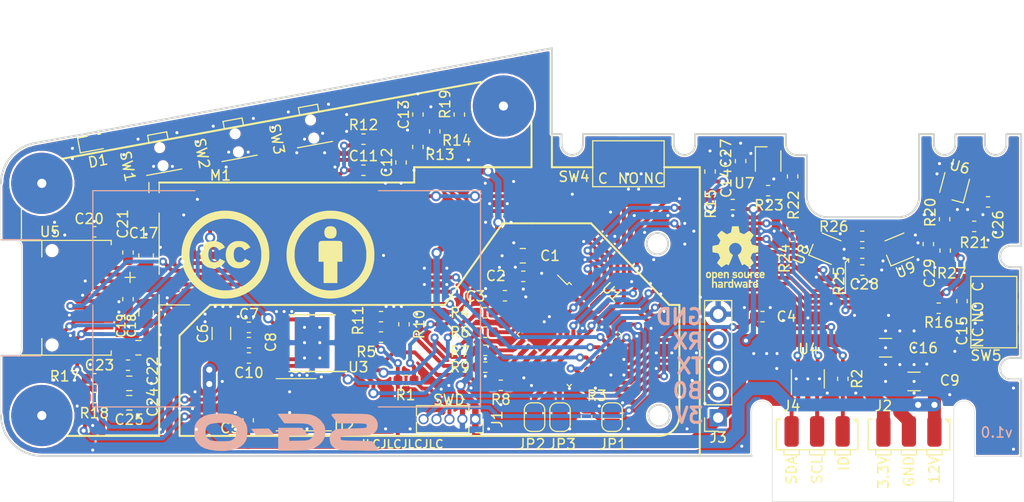
<source format=kicad_pcb>
(kicad_pcb (version 20171130) (host pcbnew "(5.1.5)-3")
  (title_block (title MiniFeed) (date 2021-01-31) (rev v1.0) (company SG-O) (comment 1 "©CC BY 4.0"))
  (layers (0 F.Cu signal) (31 B.Cu signal) (34 B.Paste user) (35 F.Paste user) (36 B.SilkS user) (37 F.SilkS user) (38 B.Mask user) (39 F.Mask user) (44 Edge.Cuts user))
  (net 0 "")
  (net 1 GND)
  (net 2 +3V3)
  (net 3 +12V)
  (net 4 "Net-(C10-Pad1)")
  (net 5 "Net-(C10-Pad2)")
  (net 6 /RESET)
  (net 7 /Button_A)
  (net 8 /Button_B)
  (net 9 /Button_C)
  (net 10 /TapeDetect)
  (net 11 /OptDetect)
  (net 12 /SensorA)
  (net 13 "Net-(C21-Pad2)")
  (net 14 "Net-(C21-Pad1)")
  (net 15 "Net-(C22-Pad1)")
  (net 16 /SensorB)
  (net 17 "Net-(D1-Pad2)")
  (net 18 /ID)
  (net 19 /SCL)
  (net 20 /SWCLK)
  (net 21 /SDA)
  (net 22 /SWDIO)
  (net 23 /TX)
  (net 24 /RX)
  (net 25 "Net-(JP1-Pad2)")
  (net 26 /HW_V0)
  (net 27 /HW_V1)
  (net 28 "Net-(M1-Pad1)")
  (net 29 "Net-(M1-Pad2)")
  (net 30 /M_Fault)
  (net 31 /M_ISense)
  (net 32 "Net-(R4-Pad1)")
  (net 33 /LED)
  (net 34 /OLED_SDA)
  (net 35 /OLED_SCL)
  (net 36 /M_EN)
  (net 37 /M_PH)
  (net 38 /M_Sleep)
  (net 39 /OLED_RESET)
  (net 40 "Net-(J4-Pad3)")
  (net 41 "Net-(J4-Pad2)")
  (net 42 "Net-(C20-Pad2)")
  (net 43 "Net-(C20-Pad1)")
  (net 44 "Net-(C4-Pad1)")
  (net 45 "Net-(C8-Pad2)")
  (net 46 "Net-(C23-Pad1)")
  (net 47 "Net-(R6-Pad1)")
  (net 48 /SensorC)
  (net 49 /SensorD)
  (net 50 "Net-(R5-Pad2)")
  (net 51 "Net-(R7-Pad1)")
  (net 52 "Net-(R10-Pad1)")
  (net 53 "Net-(R11-Pad1)")
  (net 54 "Net-(R20-Pad2)")
  (net 55 "Net-(R22-Pad2)")
  (net 56 "Net-(R24-Pad2)")
  (net 57 "Net-(R26-Pad2)")
  (module Package_SO:HTSSOP-16-1EP_4.4x5mm_P0.65mm_EP3.4x5mm_Mask2.46x2.31mm_ThermalVias (layer F.Cu) (at 116 97.8 180)
    (fp_text reference U3 (at -4.523 -2.403) (layer F.SilkS))
    (fp_text value DRV8876)
    (pad 17 thru_hole circle (at 0.75 1.5 180) (size 0.75 0.75) (drill 0.3) (layers *.Cu) (net 1 GND))
    (pad 17 thru_hole circle (at -0.75 1.5 180) (size 0.75 0.75) (drill 0.3) (layers *.Cu) (net 1 GND))
    (pad 17 thru_hole circle (at 0.75 0 180) (size 0.75 0.75) (drill 0.3) (layers *.Cu) (net 1 GND))
    (pad 17 thru_hole circle (at -0.75 0 180) (size 0.75 0.75) (drill 0.3) (layers *.Cu) (net 1 GND))
    (pad 17 thru_hole circle (at 0.75 -1.5 180) (size 0.75 0.75) (drill 0.3) (layers *.Cu) (net 1 GND))
    (pad 17 thru_hole circle (at -0.75 -1.5 180) (size 0.75 0.75) (drill 0.3) (layers *.Cu) (net 1 GND))
    (pad 17 smd rect (at 0 0 180) (size 3.4 5) (layers F.Cu) (net 1 GND))
    (pad 16 smd rect (at 2.775 -2.275 180) (size 1.05 0.45) (layers F.Cu F.Paste F.Mask) (net 1 GND))
    (pad 15 smd rect (at 2.775 -1.625 180) (size 1.05 0.45) (layers F.Cu F.Paste F.Mask) (net 1 GND))
    (pad 14 smd rect (at 2.775 -0.975 180) (size 1.05 0.45) (layers F.Cu F.Paste F.Mask) (net 5 "Net-(C10-Pad2)"))
    (pad 13 smd rect (at 2.775 -0.325 180) (size 1.05 0.45) (layers F.Cu F.Paste F.Mask) (net 4 "Net-(C10-Pad1)"))
    (pad 12 smd rect (at 2.775 0.325 180) (size 1.05 0.45) (layers F.Cu F.Paste F.Mask) (net 45 "Net-(C8-Pad2)"))
    (pad 11 smd rect (at 2.775 0.975 180) (size 1.05 0.45) (layers F.Cu F.Paste F.Mask) (net 3 +12V))
    (pad 10 smd rect (at 2.775 1.625 180) (size 1.05 0.45) (layers F.Cu F.Paste F.Mask) (net 29 "Net-(M1-Pad2)"))
    (pad 9 smd rect (at 2.775 2.275 180) (size 1.05 0.45) (layers F.Cu F.Paste F.Mask) (net 1 GND))
    (pad 8 smd rect (at -2.775 2.275 180) (size 1.05 0.45) (layers F.Cu F.Paste F.Mask) (net 28 "Net-(M1-Pad1)"))
    (pad 7 smd rect (at -2.775 1.625 180) (size 1.05 0.45) (layers F.Cu F.Paste F.Mask) (net 53 "Net-(R11-Pad1)"))
    (pad 6 smd rect (at -2.775 0.975 180) (size 1.05 0.45) (layers F.Cu F.Paste F.Mask) (net 52 "Net-(R10-Pad1)"))
    (pad 5 smd rect (at -2.775 0.325 180) (size 1.05 0.45) (layers F.Cu F.Paste F.Mask) (net 2 +3V3))
    (pad 4 smd rect (at -2.775 -0.325 180) (size 1.05 0.45) (layers F.Cu F.Paste F.Mask) (net 50 "Net-(R5-Pad2)"))
    (pad 3 smd rect (at -2.775 -0.975 180) (size 1.05 0.45) (layers F.Cu F.Paste F.Mask) (net 51 "Net-(R7-Pad1)"))
    (pad 2 smd rect (at -2.775 -1.625 180) (size 1.05 0.45) (layers F.Cu F.Paste F.Mask) (net 47 "Net-(R6-Pad1)"))
    (pad 1 smd rect (at -2.775 -2.275 180) (size 1.05 0.45) (layers F.Cu F.Paste F.Mask) (net 32 "Net-(R4-Pad1)"))
    (pad 17 smd rect (at 0 0 180) (size 3.4 5) (layers B.Cu) (net 1 GND))
  )
  (module global:SW_SPST_TS-1065A-B3D4 (layer F.Cu) (at 101.219 79.5655 190.4)
    (fp_text reference SW1 (at 3.419696 -0.340778 100.4) (layer F.SilkS))
    (fp_text value SW_-)
    (pad "" np_thru_hole circle (at 0 0.9 190.4) (size 0.7 0.7) (drill 0.7) (layers *.Cu *.Mask))
    (pad "" np_thru_hole circle (at 0 -0.9 190.4) (size 0.7 0.7) (drill 0.7) (layers *.Cu *.Mask))
    (pad 2 smd rect (at -2 0.8 190.4) (size 1 0.7) (layers F.Cu F.Paste F.Mask) (net 1 GND))
    (pad 2 smd rect (at 2 0.8 190.4) (size 1 0.7) (layers F.Cu F.Paste F.Mask) (net 1 GND))
    (pad 1 smd rect (at -2 -0.8 190.4) (size 1 0.7) (layers F.Cu F.Paste F.Mask) (net 7 /Button_A))
    (pad 1 smd rect (at 2 -0.8 190.4) (size 1 0.7) (layers F.Cu F.Paste F.Mask) (net 7 /Button_A))
  )
  (module global:SW_SPST_TS-1065A-B3D4 (layer F.Cu) (at 108.6104 78.2066 190.4)
    (fp_text reference SW2 (at 3.535676 -0.409876 100.4) (layer F.SilkS))
    (fp_text value SW_S)
    (pad "" np_thru_hole circle (at 0 0.9 190.4) (size 0.7 0.7) (drill 0.7) (layers *.Cu *.Mask))
    (pad "" np_thru_hole circle (at 0 -0.9 190.4) (size 0.7 0.7) (drill 0.7) (layers *.Cu *.Mask))
    (pad 2 smd rect (at -2 0.8 190.4) (size 1 0.7) (layers F.Cu F.Paste F.Mask) (net 1 GND))
    (pad 2 smd rect (at 2 0.8 190.4) (size 1 0.7) (layers F.Cu F.Paste F.Mask) (net 1 GND))
    (pad 1 smd rect (at -2 -0.8 190.4) (size 1 0.7) (layers F.Cu F.Paste F.Mask) (net 8 /Button_B))
    (pad 1 smd rect (at 2 -0.8 190.4) (size 1 0.7) (layers F.Cu F.Paste F.Mask) (net 8 /Button_B))
  )
  (module global:SW_SPST_TS-1065A-B3D4 (layer F.Cu) (at 116.0018 76.8604 190.4)
    (fp_text reference SW3 (at 3.601454 -0.346155 100.4) (layer F.SilkS))
    (fp_text value SW_+)
    (pad "" np_thru_hole circle (at 0 0.9 190.4) (size 0.7 0.7) (drill 0.7) (layers *.Cu *.Mask))
    (pad "" np_thru_hole circle (at 0 -0.9 190.4) (size 0.7 0.7) (drill 0.7) (layers *.Cu *.Mask))
    (pad 2 smd rect (at -2 0.8 190.4) (size 1 0.7) (layers F.Cu F.Paste F.Mask) (net 1 GND))
    (pad 2 smd rect (at 2 0.8 190.4) (size 1 0.7) (layers F.Cu F.Paste F.Mask) (net 1 GND))
    (pad 1 smd rect (at -2 -0.8 190.4) (size 1 0.7) (layers F.Cu F.Paste F.Mask) (net 9 /Button_C))
    (pad 1 smd rect (at 2 -0.8 190.4) (size 1 0.7) (layers F.Cu F.Paste F.Mask) (net 9 /Button_C))
  )
  (module global:MotorN20 (layer F.Cu) (at 101 88.1 90)
    (fp_text reference M1 (at 6.7 6) (layer F.SilkS))
    (fp_text value Motor_DC)
    (pad 1 smd rect (at -4 0 90) (size 1.5 4) (layers F.Cu F.Paste F.Mask) (net 28 "Net-(M1-Pad1)"))
    (pad 2 smd rect (at 4 0 90) (size 1.5 4) (layers F.Cu F.Paste F.Mask) (net 29 "Net-(M1-Pad2)"))
  )
  (module Symbol:OSHW-Logo_5.7x6mm_SilkScreen (layer F.Cu) (at 157.48 89.408)
    (fp_text reference G3 hide)
    (fp_text value OSHW-Logo_5.7x6mm_SilkScreen hide)
  )
  (module global:BY (layer F.Cu) (at 117.8 89.2)
    (fp_text reference G2 hide)
    (fp_text value BY hide)
  )
  (module global:CC (layer F.Cu) (at 107.5 89.2)
    (fp_text reference G1 hide)
    (fp_text value CC hide)
  )
  (module Fiducial:Fiducial_1mm_Mask2mm (layer F.Cu) (at 125.25 86.5)
    (fp_text reference Fid2 hide)
    (fp_text value Fiducial_1mm_Mask2mm)
    (pad "" smd circle (at 0 0) (size 1 1) (layers F.Cu F.Mask) (clearance 0.5))
  )
  (module Fiducial:Fiducial_1mm_Mask2mm (layer F.Cu) (at 94.25 82)
    (fp_text reference Fid1 hide)
    (fp_text value Fiducial_1mm_Mask2mm)
    (pad "" smd circle (at 0 0) (size 1 1) (layers F.Cu F.Mask) (clearance 0.5))
  )
  (module Fiducial:Fiducial_1mm_Mask2mm (layer F.Cu) (at 183 81.5)
    (fp_text reference Fid4 hide)
    (fp_text value Fiducial_1mm_Mask2mm)
    (pad "" smd circle (at 0 0) (size 1 1) (layers F.Cu F.Mask) (clearance 0.5))
  )
  (module Fiducial:Fiducial_1mm_Mask2mm (layer F.Cu) (at 183 106.5)
    (fp_text reference Fid5 hide)
    (fp_text value Fiducial_1mm_Mask2mm)
    (pad "" smd circle (at 0 0) (size 1 1) (layers F.Cu F.Mask) (clearance 0.5))
  )
  (module Fiducial:Fiducial_1mm_Mask2mm (layer F.Cu) (at 137.5 71)
    (fp_text reference Fid3 hide)
    (fp_text value Fiducial_1mm_Mask2mm)
    (pad "" smd circle (at 0 0) (size 1 1) (layers F.Cu F.Mask) (clearance 0.5))
  )
  (module global:MicroSwitchSMDLanding (layer F.Cu) (at 147.0025 80.01)
    (fp_text reference SW4 (at -5.334 1.524) (layer F.SilkS))
    (fp_text value Detect1)
    (fp_text user NC (at 2.5 1.7) (layer F.SilkS))
    (fp_text user NO (at 0 1.7) (layer F.SilkS))
    (fp_text user C (at -2.5 1.7) (layer F.SilkS))
    (pad 1 smd roundrect (at 2.5 -0.5) (size 1.5 2.6) (layers F.Cu F.Paste F.Mask))
    (pad 2 smd roundrect (at -2.5 -0.5) (size 1.5 2.6) (layers F.Cu F.Paste F.Mask) (net 10 /TapeDetect))
    (pad 3 smd roundrect (at 0 -0.5) (size 1.5 2.6) (layers F.Cu F.Paste F.Mask) (net 1 GND))
  )
  (module global:MicroSwitchSMDLanding (layer F.Cu) (at 183.0705 94.8055 270)
    (fp_text reference SW5 (at 4.2545 1.016 180) (layer F.SilkS))
    (fp_text value Detect2)
    (fp_text user NC (at 2.5 1.8 90) (layer F.SilkS))
    (fp_text user NO (at 0 1.8 90) (layer F.SilkS))
    (fp_text user C (at -2.5 1.8 90) (layer F.SilkS))
    (pad 1 smd roundrect (at 2.5 -0.5 270) (size 1.5 2.6) (layers F.Cu F.Paste F.Mask))
    (pad 2 smd roundrect (at -2.5 -0.5 270) (size 1.5 2.6) (layers F.Cu F.Paste F.Mask) (net 11 /OptDetect))
    (pad 3 smd roundrect (at 0 -0.5 270) (size 1.5 2.6) (layers F.Cu F.Paste F.Mask) (net 1 GND))
  )
  (module global:PogoTarget_P2.5 (layer F.Cu) (at 174.5 106.5 180)
    (fp_text reference J2 (at 2.5 2.5) (layer F.SilkS))
    (fp_text value Connector_1)
    (pad "" np_thru_hole circle (at 1.25 -0.3 180) (size 0.6 0.6) (drill 0.6) (layers *.Cu *.Mask))
    (pad "" np_thru_hole circle (at -1.25 -0.3 180) (size 0.6 0.6) (drill 0.6) (layers *.Cu *.Mask))
    (pad 3 smd roundrect (at 2.5 0 180) (size 1.4 3) (layers F.Cu F.Paste F.Mask) (net 2 +3V3))
    (pad 2 smd roundrect (at 0 0 180) (size 1.4 3) (layers F.Cu F.Paste F.Mask) (net 1 GND))
    (pad 1 smd roundrect (at -2.5 0 180) (size 1.4 3) (layers F.Cu F.Paste F.Mask) (net 3 +12V))
  )
  (module global:PogoTarget_P2.5 (layer F.Cu) (at 165.5 106.5 180)
    (fp_text reference J4 (at 2.5 2.5) (layer F.SilkS))
    (fp_text value Connector_2)
    (pad "" np_thru_hole circle (at 1.25 -0.3 180) (size 0.6 0.6) (drill 0.6) (layers *.Cu *.Mask))
    (pad "" np_thru_hole circle (at -1.25 -0.3 180) (size 0.6 0.6) (drill 0.6) (layers *.Cu *.Mask))
    (pad 3 smd roundrect (at 2.5 0 180) (size 1.4 3) (layers F.Cu F.Paste F.Mask) (net 40 "Net-(J4-Pad3)"))
    (pad 2 smd roundrect (at 0 0 180) (size 1.4 3) (layers F.Cu F.Paste F.Mask) (net 41 "Net-(J4-Pad2)"))
    (pad 1 smd roundrect (at -2.5 0 180) (size 1.4 3) (layers F.Cu F.Paste F.Mask) (net 18 /ID))
  )
  (module Connector_PinSocket_1.27mm:PinSocket_1x05_P1.27mm_Vertical (layer F.Cu) (at 132 105.3 270)
    (fp_text reference J1 (at 0 -2.135 270) (layer F.SilkS))
    (fp_text value Debug)
    (pad 1 thru_hole rect (at 0 0 270) (size 1 1) (drill 0.7) (layers *.Cu *.Mask) (net 2 +3V3))
    (pad 2 thru_hole oval (at 0 1.27 270) (size 1 1) (drill 0.7) (layers *.Cu *.Mask) (net 1 GND))
    (pad 3 thru_hole oval (at 0 2.54 270) (size 1 1) (drill 0.7) (layers *.Cu *.Mask) (net 6 /RESET))
    (pad 4 thru_hole oval (at 0 3.81 270) (size 1 1) (drill 0.7) (layers *.Cu *.Mask) (net 20 /SWCLK))
    (pad 5 thru_hole oval (at 0 5.08 270) (size 1 1) (drill 0.7) (layers *.Cu *.Mask) (net 22 /SWDIO))
  )
  (module Resistor_SMD:R_0603_1608Metric (layer F.Cu) (at 125.2 101.5)
    (fp_text reference R1 (at -0.0415 1.4335) (layer F.SilkS))
    (fp_text value 10k)
    (pad 1 smd roundrect (at -0.7875 0) (size 0.875 0.95) (layers F.Cu F.Paste F.Mask) (net 2 +3V3))
    (pad 2 smd roundrect (at 0.7875 0) (size 0.875 0.95) (layers F.Cu F.Paste F.Mask) (net 6 /RESET))
  )
  (module global:Logo_SG-O (layer B.Cu) (at 113.5 106.6 180)
    (fp_text reference G4 hide)
    (fp_text value SG-O hide)
  )
  (module global:LED_0603_1608Metric_SIDE (layer F.Cu) (at 94.6 78.2 10.4)
    (fp_text reference D1 (at 0.068494 1.842636 10.4) (layer F.SilkS))
    (fp_text value RED)
    (pad 2 smd roundrect (at 0.7875 0 10.4) (size 0.875 0.95) (layers F.Cu F.Paste F.Mask) (net 17 "Net-(D1-Pad2)"))
    (pad 1 smd roundrect (at -0.7875 0 10.4) (size 0.875 0.95) (layers F.Cu F.Paste F.Mask) (net 1 GND))
  )
  (module global:SolderStandoffM3x5 (layer F.Cu) (at 134.75 74.6)
    (fp_text reference Mech3 hide)
    (fp_text value SolderStandoffM3x5 hide)
    (pad "" thru_hole circle (at 0 0) (size 6 6) (drill 0.9) (layers *.Cu *.Mask))
  )
  (module global:SolderStandoffM3x5 (layer F.Cu) (at 89.5 104.941743)
    (fp_text reference Mech2 hide)
    (fp_text value SolderStandoffM3x5 hide)
    (pad "" thru_hole circle (at 0 0) (size 6 6) (drill 0.9) (layers *.Cu *.Mask))
  )
  (module global:SolderStandoffM3x5 (layer F.Cu) (at 89.500001 82.182832)
    (fp_text reference Mech1 hide)
    (fp_text value SolderStandoffM3x5 hide)
    (pad "" thru_hole circle (at 0 0) (size 6 6) (drill 0.9) (layers *.Cu *.Mask))
  )
  (module Capacitor_SMD:C_0603_1608Metric (layer F.Cu) (at 136.7 91.3 180)
    (fp_text reference C2 (at 2.7 0.05) (layer F.SilkS))
    (fp_text value 100n)
    (pad 1 smd roundrect (at -0.7875 0 180) (size 0.875 0.95) (layers F.Cu F.Paste F.Mask) (net 2 +3V3))
    (pad 2 smd roundrect (at 0.7875 0 180) (size 0.875 0.95) (layers F.Cu F.Paste F.Mask) (net 1 GND))
  )
  (module Capacitor_SMD:C_1206_3216Metric (layer F.Cu) (at 107.1 96.9 90)
    (fp_text reference C6 (at 0 -1.82 90) (layer F.SilkS))
    (fp_text value 10u)
    (pad 1 smd roundrect (at -1.4 0 90) (size 1.25 1.75) (layers F.Cu F.Paste F.Mask) (roundrect_rratio 0.2) (net 3 +12V))
    (pad 2 smd roundrect (at 1.4 0 90) (size 1.25 1.75) (layers F.Cu F.Paste F.Mask) (roundrect_rratio 0.2) (net 1 GND))
  )
  (module Capacitor_SMD:C_0603_1608Metric (layer F.Cu) (at 109.8 96.3 180)
    (fp_text reference C7 (at 0 1.3) (layer F.SilkS))
    (fp_text value 100n)
    (pad 1 smd roundrect (at -0.7875 0 180) (size 0.875 0.95) (layers F.Cu F.Paste F.Mask) (net 3 +12V))
    (pad 2 smd roundrect (at 0.7875 0 180) (size 0.875 0.95) (layers F.Cu F.Paste F.Mask) (net 1 GND))
  )
  (module Capacitor_SMD:C_0603_1608Metric (layer F.Cu) (at 109.8 97.8)
    (fp_text reference C8 (at 2.1505 -0.05 90) (layer F.SilkS))
    (fp_text value 100n)
    (pad 2 smd roundrect (at 0.7875 0) (size 0.875 0.95) (layers F.Cu F.Paste F.Mask) (net 45 "Net-(C8-Pad2)"))
    (pad 1 smd roundrect (at -0.7875 0) (size 0.875 0.95) (layers F.Cu F.Paste F.Mask) (net 3 +12V))
  )
  (module Capacitor_SMD:C_1206_3216Metric (layer F.Cu) (at 175 101.6 180)
    (fp_text reference C9 (at -3.5 0.1) (layer F.SilkS))
    (fp_text value 10u)
    (pad 1 smd roundrect (at -1.4 0 180) (size 1.25 1.75) (layers F.Cu F.Paste F.Mask) (roundrect_rratio 0.2) (net 3 +12V))
    (pad 2 smd roundrect (at 1.4 0 180) (size 1.25 1.75) (layers F.Cu F.Paste F.Mask) (roundrect_rratio 0.2) (net 1 GND))
  )
  (module Capacitor_SMD:C_1206_3216Metric (layer F.Cu) (at 172.212 98.298)
    (fp_text reference C16 (at 3.683 0.029) (layer F.SilkS))
    (fp_text value 10u)
    (pad 2 smd roundrect (at 1.4 0) (size 1.25 1.75) (layers F.Cu F.Paste F.Mask) (roundrect_rratio 0.2) (net 1 GND))
    (pad 1 smd roundrect (at -1.4 0) (size 1.25 1.75) (layers F.Cu F.Paste F.Mask) (roundrect_rratio 0.2) (net 2 +3V3))
  )
  (module Capacitor_SMD:C_0603_1608Metric (layer F.Cu) (at 109.8 99.3 180)
    (fp_text reference C10 (at 0 -1.45) (layer F.SilkS))
    (fp_text value 22n)
    (pad 1 smd roundrect (at -0.7875 0 180) (size 0.875 0.95) (layers F.Cu F.Paste F.Mask) (net 4 "Net-(C10-Pad1)"))
    (pad 2 smd roundrect (at 0.7875 0 180) (size 0.875 0.95) (layers F.Cu F.Paste F.Mask) (net 5 "Net-(C10-Pad2)"))
  )
  (module Capacitor_SMD:C_0603_1608Metric (layer F.Cu) (at 134.9 93.2 180)
    (fp_text reference C3 (at 2.9 -0.05) (layer F.SilkS))
    (fp_text value 100n)
    (pad 1 smd roundrect (at -0.7875 0 180) (size 0.875 0.95) (layers F.Cu F.Paste F.Mask) (net 6 /RESET))
    (pad 2 smd roundrect (at 0.7875 0 180) (size 0.875 0.95) (layers F.Cu F.Paste F.Mask) (net 1 GND))
  )
  (module Capacitor_SMD:C_0603_1608Metric (layer F.Cu) (at 121.031 80.899)
    (fp_text reference C11 (at 0 -1.397 180) (layer F.SilkS))
    (fp_text value 100n)
    (pad 1 smd roundrect (at -0.7875 0) (size 0.875 0.95) (layers F.Cu F.Paste F.Mask) (net 7 /Button_A))
    (pad 2 smd roundrect (at 0.7875 0) (size 0.875 0.95) (layers F.Cu F.Paste F.Mask) (net 1 GND))
  )
  (module Capacitor_SMD:C_0603_1608Metric (layer F.Cu) (at 124.714 80.137 270)
    (fp_text reference C12 (at 0 1.397 90) (layer F.SilkS))
    (fp_text value 100n)
    (pad 2 smd roundrect (at 0.7875 0 270) (size 0.875 0.95) (layers F.Cu F.Paste F.Mask) (net 1 GND))
    (pad 1 smd roundrect (at -0.7875 0 270) (size 0.875 0.95) (layers F.Cu F.Paste F.Mask) (net 8 /Button_B))
  )
  (module Capacitor_SMD:C_0603_1608Metric (layer F.Cu) (at 126.365 75.438 90)
    (fp_text reference C13 (at 0 -1.397 90) (layer F.SilkS))
    (fp_text value 100n)
    (pad 2 smd roundrect (at 0.7875 0 90) (size 0.875 0.95) (layers F.Cu F.Paste F.Mask) (net 1 GND))
    (pad 1 smd roundrect (at -0.7875 0 90) (size 0.875 0.95) (layers F.Cu F.Paste F.Mask) (net 9 /Button_C))
  )
  (module Capacitor_SMD:C_0603_1608Metric (layer F.Cu) (at 155.0035 81.026 90)
    (fp_text reference C14 (at -1.143 1.5875 90) (layer F.SilkS))
    (fp_text value 100n)
    (pad 2 smd roundrect (at 0.7875 0 90) (size 0.875 0.95) (layers F.Cu F.Paste F.Mask) (net 1 GND))
    (pad 1 smd roundrect (at -0.7875 0 90) (size 0.875 0.95) (layers F.Cu F.Paste F.Mask) (net 10 /TapeDetect))
  )
  (module Capacitor_SMD:C_0603_1608Metric (layer F.Cu) (at 179.705 93.726 270)
    (fp_text reference C15 (at 2.921 0 90) (layer F.SilkS))
    (fp_text value 100n)
    (pad 2 smd roundrect (at 0.7875 0 270) (size 0.875 0.95) (layers F.Cu F.Paste F.Mask) (net 1 GND))
    (pad 1 smd roundrect (at -0.7875 0 270) (size 0.875 0.95) (layers F.Cu F.Paste F.Mask) (net 11 /OptDetect))
  )
  (module Capacitor_SMD:C_0603_1608Metric (layer F.Cu) (at 182.25 84 180)
    (fp_text reference C26 (at -1 -2.25 270) (layer F.SilkS))
    (fp_text value DNP)
    (pad 1 smd roundrect (at -0.7875 0 180) (size 0.875 0.95) (layers F.Cu F.Paste F.Mask) (net 12 /SensorA))
    (pad 2 smd roundrect (at 0.7875 0 180) (size 0.875 0.95) (layers F.Cu F.Paste F.Mask) (net 1 GND))
  )
  (module Capacitor_SMD:C_0805_2012Metric (layer F.Cu) (at 99.724 89.342 90)
    (fp_text reference C17 (at 2.286 -0.254 180) (layer F.SilkS))
    (fp_text value 2u2)
    (pad 1 smd roundrect (at -0.9375 0 90) (size 0.975 1.4) (layers F.Cu F.Paste F.Mask) (net 2 +3V3))
    (pad 2 smd roundrect (at 0.9375 0 90) (size 0.975 1.4) (layers F.Cu F.Paste F.Mask) (net 1 GND))
  )
  (module Capacitor_SMD:C_0805_2012Metric (layer F.Cu) (at 99.724 94.93 270)
    (fp_text reference C18 (at 1.209 1.426 270) (layer F.SilkS) (effects (font (size 0.8 0.8))))
    (fp_text value 2u2)
    (pad 2 smd roundrect (at 0.9375 0 270) (size 0.975 1.4) (layers F.Cu F.Paste F.Mask) (net 1 GND))
    (pad 1 smd roundrect (at -0.9375 0 270) (size 0.975 1.4) (layers F.Cu F.Paste F.Mask) (net 2 +3V3))
  )
  (module Capacitor_SMD:C_0603_1608Metric (layer F.Cu) (at 97.946 93.533 270)
    (fp_text reference C19 (at 2.606 0.664 270) (layer F.SilkS) (effects (font (size 0.8 0.8))))
    (fp_text value 100n)
    (pad 1 smd roundrect (at -0.7875 0 270) (size 0.875 0.95) (layers F.Cu F.Paste F.Mask) (net 2 +3V3))
    (pad 2 smd roundrect (at 0.7875 0 270) (size 0.875 0.95) (layers F.Cu F.Paste F.Mask) (net 1 GND))
  )
  (module Capacitor_SMD:C_0603_1608Metric (layer F.Cu) (at 94.644 86.929 180)
    (fp_text reference C20 (at 0.508 1.27) (layer F.SilkS))
    (fp_text value 1u)
    (pad 2 smd roundrect (at 0.7875 0 180) (size 0.875 0.95) (layers F.Cu F.Paste F.Mask) (net 42 "Net-(C20-Pad2)"))
    (pad 1 smd roundrect (at -0.7875 0 180) (size 0.875 0.95) (layers F.Cu F.Paste F.Mask) (net 43 "Net-(C20-Pad1)"))
  )
  (module Capacitor_SMD:C_0603_1608Metric (layer F.Cu) (at 97.946 88.961 270)
    (fp_text reference C21 (at -2.794 0.508 270) (layer F.SilkS))
    (fp_text value 1u)
    (pad 1 smd roundrect (at -0.7875 0 270) (size 0.875 0.95) (layers F.Cu F.Paste F.Mask) (net 14 "Net-(C21-Pad1)"))
    (pad 2 smd roundrect (at 0.7875 0 270) (size 0.875 0.95) (layers F.Cu F.Paste F.Mask) (net 13 "Net-(C21-Pad2)"))
  )
  (module Capacitor_SMD:C_0603_1608Metric (layer F.Cu) (at 158 80 90)
    (fp_text reference C27 (at 0.752 -1.43 90) (layer F.SilkS))
    (fp_text value DNP)
    (pad 2 smd roundrect (at 0.7875 0 90) (size 0.875 0.95) (layers F.Cu F.Paste F.Mask) (net 1 GND))
    (pad 1 smd roundrect (at -0.7875 0 90) (size 0.875 0.95) (layers F.Cu F.Paste F.Mask) (net 16 /SensorB))
  )
  (module Capacitor_SMD:C_0805_2012Metric (layer F.Cu) (at 98.962 98.298)
    (fp_text reference C22 (at 1.397 2.286 90) (layer F.SilkS))
    (fp_text value 2u2)
    (pad 2 smd roundrect (at 0.9375 0) (size 0.975 1.4) (layers F.Cu F.Paste F.Mask) (net 1 GND))
    (pad 1 smd roundrect (at -0.9375 0) (size 0.975 1.4) (layers F.Cu F.Paste F.Mask) (net 15 "Net-(C22-Pad1)"))
  )
  (module Capacitor_SMD:C_0603_1608Metric (layer F.Cu) (at 97.946 100.01)
    (fp_text reference C23 (at -2.794 0 180) (layer F.SilkS))
    (fp_text value 100n)
    (pad 2 smd roundrect (at 0.7875 0) (size 0.875 0.95) (layers F.Cu F.Paste F.Mask) (net 1 GND))
    (pad 1 smd roundrect (at -0.7875 0) (size 0.875 0.95) (layers F.Cu F.Paste F.Mask) (net 46 "Net-(C23-Pad1)"))
  )
  (module Capacitor_SMD:C_0805_2012Metric (layer F.Cu) (at 98.073 101.788)
    (fp_text reference C24 (at 2.286 1.844 90) (layer F.SilkS))
    (fp_text value 2u2)
    (pad 1 smd roundrect (at -0.9375 0) (size 0.975 1.4) (layers F.Cu F.Paste F.Mask) (net 46 "Net-(C23-Pad1)"))
    (pad 2 smd roundrect (at 0.9375 0) (size 0.975 1.4) (layers F.Cu F.Paste F.Mask) (net 1 GND))
  )
  (module Capacitor_SMD:C_0805_2012Metric (layer F.Cu) (at 98.073 103.693)
    (fp_text reference C25 (at 0 1.651 180) (layer F.SilkS))
    (fp_text value 2u2)
    (pad 1 smd roundrect (at -0.9375 0) (size 0.975 1.4) (layers F.Cu F.Paste F.Mask) (net 46 "Net-(C23-Pad1)"))
    (pad 2 smd roundrect (at 0.9375 0) (size 0.975 1.4) (layers F.Cu F.Paste F.Mask) (net 1 GND))
  )
  (module Connector_PinSocket_2.54mm:PinSocket_1x05_P2.54mm_Vertical (layer F.Cu) (at 155.8 105.16 180)
    (fp_text reference J3 (at 0 -1.94) (layer F.SilkS))
    (fp_text value Uart)
    (pad 1 thru_hole rect (at 0 0 180) (size 1.7 1.7) (drill 1) (layers *.Cu *.Mask) (net 2 +3V3))
    (pad 2 thru_hole oval (at 0 2.54 180) (size 1.7 1.7) (drill 1) (layers *.Cu *.Mask) (net 20 /SWCLK))
    (pad 3 thru_hole oval (at 0 5.08 180) (size 1.7 1.7) (drill 1) (layers *.Cu *.Mask) (net 23 /TX))
    (pad 4 thru_hole oval (at 0 7.62 180) (size 1.7 1.7) (drill 1) (layers *.Cu *.Mask) (net 24 /RX))
    (pad 5 thru_hole oval (at 0 10.16 180) (size 1.7 1.7) (drill 1) (layers *.Cu *.Mask) (net 1 GND))
  )
  (module Jumper:SolderJumper-2_P1.3mm_Open_RoundedPad1.0x1.5mm (layer F.Cu) (at 145.4 105.1 270)
    (fp_text reference JP1 (at 2.65 -0.1 180) (layer F.SilkS))
    (fp_text value Boot0)
    (pad 1 smd custom (at -0.65 0 270) (size 1 0.5) (layers F.Cu F.Mask) (net 20 /SWCLK) (options (clearance outline) (anchor rect)) (primitives (gr_circle (center 0 0.25) (end 0.5 0.25) (width 0)) (gr_circle (center 0 -0.25) (end 0.5 -0.25) (width 0)) (gr_poly (pts (xy 0 -0.75) (xy 0.5 -0.75) (xy 0.5 0.75) (xy 0 0.75)) (width 0))))
    (pad 2 smd custom (at 0.65 0 270) (size 1 0.5) (layers F.Cu F.Mask) (net 25 "Net-(JP1-Pad2)") (options (clearance outline) (anchor rect)) (primitives (gr_circle (center 0 0.25) (end 0.5 0.25) (width 0)) (gr_circle (center 0 -0.25) (end 0.5 -0.25) (width 0)) (gr_poly (pts (xy 0 -0.75) (xy -0.5 -0.75) (xy -0.5 0.75) (xy 0 0.75)) (width 0))))
  )
  (module Jumper:SolderJumper-2_P1.3mm_Open_RoundedPad1.0x1.5mm (layer F.Cu) (at 137.8 105.1 270)
    (fp_text reference JP2 (at 2.65 0.3 180) (layer F.SilkS))
    (fp_text value HW0)
    (pad 1 smd custom (at -0.65 0 270) (size 1 0.5) (layers F.Cu F.Mask) (net 26 /HW_V0) (options (clearance outline) (anchor rect)) (primitives (gr_circle (center 0 0.25) (end 0.5 0.25) (width 0)) (gr_circle (center 0 -0.25) (end 0.5 -0.25) (width 0)) (gr_poly (pts (xy 0 -0.75) (xy 0.5 -0.75) (xy 0.5 0.75) (xy 0 0.75)) (width 0))))
    (pad 2 smd custom (at 0.65 0 270) (size 1 0.5) (layers F.Cu F.Mask) (net 1 GND) (options (clearance outline) (anchor rect)) (primitives (gr_circle (center 0 0.25) (end 0.5 0.25) (width 0)) (gr_circle (center 0 -0.25) (end 0.5 -0.25) (width 0)) (gr_poly (pts (xy 0 -0.75) (xy -0.5 -0.75) (xy -0.5 0.75) (xy 0 0.75)) (width 0))))
  )
  (module Jumper:SolderJumper-2_P1.3mm_Open_RoundedPad1.0x1.5mm (layer F.Cu) (at 140.3 105.1 270)
    (fp_text reference JP3 (at 2.65 -0.2 180) (layer F.SilkS))
    (fp_text value HW1)
    (pad 2 smd custom (at 0.65 0 270) (size 1 0.5) (layers F.Cu F.Mask) (net 1 GND) (options (clearance outline) (anchor rect)) (primitives (gr_circle (center 0 0.25) (end 0.5 0.25) (width 0)) (gr_circle (center 0 -0.25) (end 0.5 -0.25) (width 0)) (gr_poly (pts (xy 0 -0.75) (xy -0.5 -0.75) (xy -0.5 0.75) (xy 0 0.75)) (width 0))))
    (pad 1 smd custom (at -0.65 0 270) (size 1 0.5) (layers F.Cu F.Mask) (net 27 /HW_V1) (options (clearance outline) (anchor rect)) (primitives (gr_circle (center 0 0.25) (end 0.5 0.25) (width 0)) (gr_circle (center 0 -0.25) (end 0.5 -0.25) (width 0)) (gr_poly (pts (xy 0 -0.75) (xy 0.5 -0.75) (xy 0.5 0.75) (xy 0 0.75)) (width 0))))
  )
  (module Resistor_SMD:R_0603_1608Metric (layer F.Cu) (at 122.75 97.25)
    (fp_text reference R5 (at -1.45 1.45 180) (layer F.SilkS))
    (fp_text value 10k)
    (pad 1 smd roundrect (at -0.7875 0) (size 0.875 0.95) (layers F.Cu F.Paste F.Mask) (net 2 +3V3))
    (pad 2 smd roundrect (at 0.7875 0) (size 0.875 0.95) (layers F.Cu F.Paste F.Mask) (net 50 "Net-(R5-Pad2)"))
  )
  (module Resistor_SMD:R_0603_1608Metric (layer F.Cu) (at 125 96 90)
    (fp_text reference R10 (at -0.012 1.492 270) (layer F.SilkS))
    (fp_text value 1k)
    (pad 1 smd roundrect (at -0.7875 0 90) (size 0.875 0.95) (layers F.Cu F.Paste F.Mask) (net 52 "Net-(R10-Pad1)"))
    (pad 2 smd roundrect (at 0.7875 0 90) (size 0.875 0.95) (layers F.Cu F.Paste F.Mask) (net 1 GND))
  )
  (module Resistor_SMD:R_0603_1608Metric (layer F.Cu) (at 122.75 95.25)
    (fp_text reference R11 (at -2.25 0.381 90) (layer F.SilkS))
    (fp_text value 20k)
    (pad 2 smd roundrect (at 0.7875 0) (size 0.875 0.95) (layers F.Cu F.Paste F.Mask) (net 1 GND))
    (pad 1 smd roundrect (at -0.7875 0) (size 0.875 0.95) (layers F.Cu F.Paste F.Mask) (net 53 "Net-(R11-Pad1)"))
  )
  (module Resistor_SMD:R_0603_1608Metric (layer F.Cu) (at 142.9 105.1 270)
    (fp_text reference R3 (at -2.1 -1 180) (layer F.SilkS))
    (fp_text value 10k)
    (pad 2 smd roundrect (at 0.7875 0 270) (size 0.875 0.95) (layers F.Cu F.Paste F.Mask) (net 1 GND))
    (pad 1 smd roundrect (at -0.7875 0 270) (size 0.875 0.95) (layers F.Cu F.Paste F.Mask) (net 25 "Net-(JP1-Pad2)"))
  )
  (module Resistor_SMD:R_0603_1608Metric (layer F.Cu) (at 121.031 77.851 180)
    (fp_text reference R12 (at 0 1.397) (layer F.SilkS))
    (fp_text value 10k)
    (pad 2 smd roundrect (at 0.7875 0 180) (size 0.875 0.95) (layers F.Cu F.Paste F.Mask) (net 7 /Button_A))
    (pad 1 smd roundrect (at -0.7875 0 180) (size 0.875 0.95) (layers F.Cu F.Paste F.Mask) (net 2 +3V3))
  )
  (module Resistor_SMD:R_0603_1608Metric (layer F.Cu) (at 126.365 78.613 270)
    (fp_text reference R13 (at 0.762 -2.159 180) (layer F.SilkS))
    (fp_text value 10k)
    (pad 1 smd roundrect (at -0.7875 0 270) (size 0.875 0.95) (layers F.Cu F.Paste F.Mask) (net 2 +3V3))
    (pad 2 smd roundrect (at 0.7875 0 270) (size 0.875 0.95) (layers F.Cu F.Paste F.Mask) (net 8 /Button_B))
  )
  (module Resistor_SMD:R_0603_1608Metric (layer F.Cu) (at 128.016 77.089 90)
    (fp_text reference R14 (at -0.889 2.159 180) (layer F.SilkS))
    (fp_text value 10k)
    (pad 2 smd roundrect (at 0.7875 0 90) (size 0.875 0.95) (layers F.Cu F.Paste F.Mask) (net 9 /Button_C))
    (pad 1 smd roundrect (at -0.7875 0 90) (size 0.875 0.95) (layers F.Cu F.Paste F.Mask) (net 2 +3V3))
  )
  (module Resistor_SMD:R_0603_1608Metric (layer F.Cu) (at 157.226 84.2645 180)
    (fp_text reference R15 (at 2.159 0.0635 90) (layer F.SilkS))
    (fp_text value 10k)
    (pad 1 smd roundrect (at -0.7875 0 180) (size 0.875 0.95) (layers F.Cu F.Paste F.Mask) (net 2 +3V3))
    (pad 2 smd roundrect (at 0.7875 0 180) (size 0.875 0.95) (layers F.Cu F.Paste F.Mask) (net 10 /TapeDetect))
  )
  (module Resistor_SMD:R_0603_1608Metric (layer F.Cu) (at 177.419 94.4245)
    (fp_text reference R16 (at 0 1.397) (layer F.SilkS))
    (fp_text value 10k)
    (pad 2 smd roundrect (at 0.7875 0) (size 0.875 0.95) (layers F.Cu F.Paste F.Mask) (net 11 /OptDetect))
    (pad 1 smd roundrect (at -0.7875 0) (size 0.875 0.95) (layers F.Cu F.Paste F.Mask) (net 2 +3V3))
  )
  (module Resistor_SMD:R_0603_1608Metric (layer F.Cu) (at 130.429 75.438 90)
    (fp_text reference R19 (at 1.016 -1.397 270) (layer F.SilkS))
    (fp_text value 150R)
    (pad 1 smd roundrect (at -0.7875 0 90) (size 0.875 0.95) (layers F.Cu F.Paste F.Mask) (net 33 /LED))
    (pad 2 smd roundrect (at 0.7875 0 90) (size 0.875 0.95) (layers F.Cu F.Paste F.Mask) (net 17 "Net-(D1-Pad2)"))
  )
  (module Resistor_SMD:R_0603_1608Metric (layer F.Cu) (at 178 85.7 90)
    (fp_text reference R20 (at 0.6735 -1.4065 270) (layer F.SilkS))
    (fp_text value 150R)
    (pad 2 smd roundrect (at 0.7875 0 90) (size 0.875 0.95) (layers F.Cu F.Paste F.Mask) (net 54 "Net-(R20-Pad2)"))
    (pad 1 smd roundrect (at -0.7875 0 90) (size 0.875 0.95) (layers F.Cu F.Paste F.Mask) (net 2 +3V3))
  )
  (module Resistor_SMD:R_0603_1608Metric (layer F.Cu) (at 180.9 86.4)
    (fp_text reference R21 (at 0 1.6) (layer F.SilkS))
    (fp_text value 10k)
    (pad 1 smd roundrect (at -0.7875 0) (size 0.875 0.95) (layers F.Cu F.Paste F.Mask) (net 2 +3V3))
    (pad 2 smd roundrect (at 0.7875 0) (size 0.875 0.95) (layers F.Cu F.Paste F.Mask) (net 12 /SensorA))
  )
  (module Resistor_SMD:R_0603_1608Metric (layer F.Cu) (at 94.644 101.346 180)
    (fp_text reference R17 (at 2.921 0.254) (layer F.SilkS))
    (fp_text value 4k7)
    (pad 2 smd roundrect (at 0.7875 0 180) (size 0.875 0.95) (layers F.Cu F.Paste F.Mask) (net 34 /OLED_SDA))
    (pad 1 smd roundrect (at -0.7875 0 180) (size 0.875 0.95) (layers F.Cu F.Paste F.Mask) (net 2 +3V3))
  )
  (module Resistor_SMD:R_0603_1608Metric (layer F.Cu) (at 94.644 103.185 180)
    (fp_text reference R18 (at 0 -1.524) (layer F.SilkS))
    (fp_text value 4k7)
    (pad 1 smd roundrect (at -0.7875 0 180) (size 0.875 0.95) (layers F.Cu F.Paste F.Mask) (net 2 +3V3))
    (pad 2 smd roundrect (at 0.7875 0 180) (size 0.875 0.95) (layers F.Cu F.Paste F.Mask) (net 35 /OLED_SCL))
  )
  (module Resistor_SMD:R_0603_1608Metric (layer F.Cu) (at 163.1 81.5 90)
    (fp_text reference R22 (at -2.828 0.095 90) (layer F.SilkS))
    (fp_text value 150R)
    (pad 2 smd roundrect (at 0.7875 0 90) (size 0.875 0.95) (layers F.Cu F.Paste F.Mask) (net 55 "Net-(R22-Pad2)"))
    (pad 1 smd roundrect (at -0.7875 0 90) (size 0.875 0.95) (layers F.Cu F.Paste F.Mask) (net 2 +3V3))
  )
  (module Resistor_SMD:R_0603_1608Metric (layer F.Cu) (at 160.7 82.9 180)
    (fp_text reference R23 (at -0.082 -1.428) (layer F.SilkS))
    (fp_text value 10k)
    (pad 1 smd roundrect (at -0.7875 0 180) (size 0.875 0.95) (layers F.Cu F.Paste F.Mask) (net 2 +3V3))
    (pad 2 smd roundrect (at 0.7875 0 180) (size 0.875 0.95) (layers F.Cu F.Paste F.Mask) (net 16 /SensorB))
  )
  (module Package_QFP:LQFP-32_7x7mm_P0.8mm (layer F.Cu) (at 141.2 97 315)
    (fp_text reference U1 (at 0 -5.88 135) (layer F.SilkS))
    (fp_text value STM32G031KxT)
    (pad 1 smd roundrect (at -4.175 -2.8 315) (size 1.5 0.5) (layers F.Cu F.Paste F.Mask) (net 8 /Button_B))
    (pad 2 smd roundrect (at -4.175 -2 315) (size 1.5 0.5) (layers F.Cu F.Paste F.Mask) (net 1 GND))
    (pad 3 smd roundrect (at -4.175 -1.2 315) (size 1.5 0.5) (layers F.Cu F.Paste F.Mask))
    (pad 4 smd roundrect (at -4.175 -0.4 315) (size 1.5 0.5) (layers F.Cu F.Paste F.Mask) (net 2 +3V3))
    (pad 5 smd roundrect (at -4.175 0.4 315) (size 1.5 0.5) (layers F.Cu F.Paste F.Mask) (net 1 GND))
    (pad 6 smd roundrect (at -4.175 1.2 315) (size 1.5 0.5) (layers F.Cu F.Paste F.Mask) (net 6 /RESET))
    (pad 7 smd roundrect (at -4.175 2 315) (size 1.5 0.5) (layers F.Cu F.Paste F.Mask) (net 36 /M_EN))
    (pad 8 smd roundrect (at -4.175 2.8 315) (size 1.5 0.5) (layers F.Cu F.Paste F.Mask) (net 37 /M_PH))
    (pad 9 smd roundrect (at -2.8 4.175 315) (size 0.5 1.5) (layers F.Cu F.Paste F.Mask) (net 38 /M_Sleep))
    (pad 10 smd roundrect (at -2 4.175 315) (size 0.5 1.5) (layers F.Cu F.Paste F.Mask) (net 31 /M_ISense))
    (pad 11 smd roundrect (at -1.2 4.175 315) (size 0.5 1.5) (layers F.Cu F.Paste F.Mask) (net 30 /M_Fault))
    (pad 12 smd roundrect (at -0.4 4.175 315) (size 0.5 1.5) (layers F.Cu F.Paste F.Mask) (net 16 /SensorB))
    (pad 13 smd roundrect (at 0.4 4.175 315) (size 0.5 1.5) (layers F.Cu F.Paste F.Mask) (net 12 /SensorA))
    (pad 14 smd roundrect (at 1.2 4.175 315) (size 0.5 1.5) (layers F.Cu F.Paste F.Mask) (net 48 /SensorC))
    (pad 15 smd roundrect (at 2 4.175 315) (size 0.5 1.5) (layers F.Cu F.Paste F.Mask) (net 26 /HW_V0))
    (pad 16 smd roundrect (at 2.8 4.175 315) (size 0.5 1.5) (layers F.Cu F.Paste F.Mask) (net 27 /HW_V1))
    (pad 17 smd roundrect (at 4.175 2.8 315) (size 1.5 0.5) (layers F.Cu F.Paste F.Mask) (net 44 "Net-(C4-Pad1)"))
    (pad 18 smd roundrect (at 4.175 2 315) (size 1.5 0.5) (layers F.Cu F.Paste F.Mask) (net 49 /SensorD))
    (pad 19 smd roundrect (at 4.175 1.2 315) (size 1.5 0.5) (layers F.Cu F.Paste F.Mask) (net 23 /TX))
    (pad 20 smd roundrect (at 4.175 0.4 315) (size 1.5 0.5) (layers F.Cu F.Paste F.Mask) (net 39 /OLED_RESET))
    (pad 21 smd roundrect (at 4.175 -0.4 315) (size 1.5 0.5) (layers F.Cu F.Paste F.Mask) (net 24 /RX))
    (pad 22 smd roundrect (at 4.175 -1.2 315) (size 1.5 0.5) (layers F.Cu F.Paste F.Mask) (net 35 /OLED_SCL))
    (pad 23 smd roundrect (at 4.175 -2 315) (size 1.5 0.5) (layers F.Cu F.Paste F.Mask) (net 34 /OLED_SDA))
    (pad 24 smd roundrect (at 4.175 -2.8 315) (size 1.5 0.5) (layers F.Cu F.Paste F.Mask) (net 22 /SWDIO))
    (pad 25 smd roundrect (at 2.8 -4.175 315) (size 0.5 1.5) (layers F.Cu F.Paste F.Mask) (net 20 /SWCLK))
    (pad 26 smd roundrect (at 2 -4.175 315) (size 0.5 1.5) (layers F.Cu F.Paste F.Mask) (net 11 /OptDetect))
    (pad 27 smd roundrect (at 1.2 -4.175 315) (size 0.5 1.5) (layers F.Cu F.Paste F.Mask) (net 10 /TapeDetect))
    (pad 28 smd roundrect (at 0.4 -4.175 315) (size 0.5 1.5) (layers F.Cu F.Paste F.Mask) (net 33 /LED))
    (pad 29 smd roundrect (at -0.4 -4.175 315) (size 0.5 1.5) (layers F.Cu F.Paste F.Mask) (net 9 /Button_C))
    (pad 30 smd roundrect (at -1.2 -4.175 315) (size 0.5 1.5) (layers F.Cu F.Paste F.Mask) (net 19 /SCL))
    (pad 31 smd roundrect (at -2 -4.175 315) (size 0.5 1.5) (layers F.Cu F.Paste F.Mask) (net 21 /SDA))
    (pad 32 smd roundrect (at -2.8 -4.175 315) (size 0.5 1.5) (layers F.Cu F.Paste F.Mask) (net 7 /Button_A))
  )
  (module global:vcnt2020 (layer F.Cu) (at 178.98 82.42 165)
    (fp_text reference U6 (at 0 1.92 165) (layer F.SilkS))
    (fp_text value VCNT2020)
    (pad 1 smd rect (at -0.57 -0.725 165) (size 0.97 0.95) (layers F.Cu F.Paste F.Mask) (net 1 GND))
    (pad 2 smd rect (at -0.57 0.625 165) (size 0.97 1.15) (layers F.Cu F.Paste F.Mask) (net 12 /SensorA))
    (pad 4 smd rect (at 0.63 0.625 165) (size 0.85 1.15) (layers F.Cu F.Paste F.Mask) (net 1 GND))
    (pad 3 smd rect (at 0.63 -0.725 165) (size 0.85 0.95) (layers F.Cu F.Paste F.Mask) (net 54 "Net-(R20-Pad2)"))
  )
  (module global:vcnt2020 (layer F.Cu) (at 160.7 80)
    (fp_text reference U7 (at -2.331 2.169) (layer F.SilkS))
    (fp_text value VCNT2020)
    (pad 3 smd rect (at 0.63 -0.725) (size 0.85 0.95) (layers F.Cu F.Paste F.Mask) (net 55 "Net-(R22-Pad2)"))
    (pad 4 smd rect (at 0.63 0.625) (size 0.85 1.15) (layers F.Cu F.Paste F.Mask) (net 1 GND))
    (pad 2 smd rect (at -0.57 0.625) (size 0.97 1.15) (layers F.Cu F.Paste F.Mask) (net 16 /SensorB))
    (pad 1 smd rect (at -0.57 -0.725) (size 0.97 0.95) (layers F.Cu F.Paste F.Mask) (net 1 GND))
  )
  (module global:VG-7240TSWEG02-mirror (layer F.Cu) (at 96.3 93.4 90)
    (fp_text reference U5 (at 6.4685 -6.003 180) (layer F.SilkS))
    (fp_text value VG-7240TSWEG02)
    (pad "" np_thru_hole circle (at -4.625 -5.8 90) (size 0.9 0.9) (drill 0.9) (layers *.Cu *.Mask))
    (pad "" np_thru_hole circle (at 4.625 -5.8 90) (size 0.9 0.9) (drill 0.9) (layers *.Cu *.Mask))
    (pad 1 smd rect (at 4.875 -0.8 90) (size 0.35 2) (layers F.Cu F.Paste F.Mask) (net 43 "Net-(C20-Pad1)"))
    (pad 2 smd rect (at 4.225 -0.8 90) (size 0.35 2) (layers F.Cu F.Paste F.Mask) (net 42 "Net-(C20-Pad2)"))
    (pad 3 smd rect (at 3.575 -0.8 90) (size 0.35 2) (layers F.Cu F.Paste F.Mask) (net 14 "Net-(C21-Pad1)"))
    (pad 4 smd rect (at 2.925 -0.8 90) (size 0.35 2) (layers F.Cu F.Paste F.Mask) (net 13 "Net-(C21-Pad2)"))
    (pad 5 smd rect (at 2.275 -0.8 90) (size 0.35 2) (layers F.Cu F.Paste F.Mask) (net 2 +3V3))
    (pad 6 smd rect (at 1.625 -0.8 90) (size 0.35 2) (layers F.Cu F.Paste F.Mask) (net 1 GND))
    (pad 7 smd rect (at 0.975 -0.8 90) (size 0.35 2) (layers F.Cu F.Paste F.Mask) (net 2 +3V3))
    (pad 8 smd rect (at 0.325 -0.8 90) (size 0.35 2) (layers F.Cu F.Paste F.Mask) (net 2 +3V3))
    (pad 9 smd rect (at -0.325 -0.8 90) (size 0.35 2) (layers F.Cu F.Paste F.Mask) (net 1 GND))
    (pad 10 smd rect (at -0.975 -0.8 90) (size 0.35 2) (layers F.Cu F.Paste F.Mask) (net 39 /OLED_RESET))
    (pad 11 smd rect (at -1.625 -0.8 90) (size 0.35 2) (layers F.Cu F.Paste F.Mask) (net 1 GND))
    (pad 12 smd rect (at -2.275 -0.8 90) (size 0.35 2) (layers F.Cu F.Paste F.Mask) (net 35 /OLED_SCL))
    (pad 13 smd rect (at -2.925 -0.8 90) (size 0.35 2) (layers F.Cu F.Paste F.Mask) (net 34 /OLED_SDA))
    (pad 14 smd rect (at -3.575 -0.8 90) (size 0.35 2) (layers F.Cu F.Paste F.Mask) (net 34 /OLED_SDA))
    (pad 15 smd rect (at -4.225 -0.8 90) (size 0.35 2) (layers F.Cu F.Paste F.Mask) (net 15 "Net-(C22-Pad1)"))
    (pad 16 smd rect (at -4.875 -0.8 90) (size 0.35 2) (layers F.Cu F.Paste F.Mask) (net 46 "Net-(C23-Pad1)"))
  )
  (module Capacitor_SMD:C_0805_2012Metric (layer F.Cu) (at 136.652 89.281 180)
    (fp_text reference C1 (at -2.667 0) (layer F.SilkS))
    (fp_text value 2u2)
    (pad 1 smd roundrect (at -0.9375 0 180) (size 0.975 1.4) (layers F.Cu F.Paste F.Mask) (net 2 +3V3))
    (pad 2 smd roundrect (at 0.9375 0 180) (size 0.975 1.4) (layers F.Cu F.Paste F.Mask) (net 1 GND))
  )
  (module Capacitor_SMD:C_0603_1608Metric (layer F.Cu) (at 109.728 105.41 90)
    (fp_text reference C5 (at -0.762 -1.778 180) (layer F.SilkS))
    (fp_text value 100n)
    (pad 2 smd roundrect (at 0.7875 0 90) (size 0.875 0.95) (layers F.Cu F.Paste F.Mask) (net 1 GND))
    (pad 1 smd roundrect (at -0.7875 0 90) (size 0.875 0.95) (layers F.Cu F.Paste F.Mask) (net 2 +3V3))
  )
  (module Capacitor_SMD:C_0603_1608Metric (layer F.Cu) (at 160.147 95.25)
    (fp_text reference C4 (at 2.3495 0) (layer F.SilkS))
    (fp_text value 100n)
    (pad 1 smd roundrect (at -0.7875 0) (size 0.875 0.95) (layers F.Cu F.Paste F.Mask) (net 44 "Net-(C4-Pad1)"))
    (pad 2 smd roundrect (at 0.7875 0) (size 0.875 0.95) (layers F.Cu F.Paste F.Mask) (net 1 GND))
  )
  (module Resistor_SMD:R_0603_1608Metric (layer F.Cu) (at 168.021 101.346 270)
    (fp_text reference R2 (at 0 -1.397 90) (layer F.SilkS))
    (fp_text value 10k)
    (pad 1 smd roundrect (at -0.7875 0 270) (size 0.875 0.95) (layers F.Cu F.Paste F.Mask) (net 44 "Net-(C4-Pad1)"))
    (pad 2 smd roundrect (at 0.7875 0 270) (size 0.875 0.95) (layers F.Cu F.Paste F.Mask) (net 18 /ID))
  )
  (module Package_SO:SOIC-8_3.9x4.9mm_P1.27mm (layer F.Cu) (at 114.427 103.886 180)
    (fp_text reference U2 (at -4.699 -2.159) (layer F.SilkS))
    (fp_text value M24C32)
    (pad 1 smd roundrect (at -2.475 -1.905 180) (size 1.95 0.6) (layers F.Cu F.Paste F.Mask) (net 1 GND))
    (pad 2 smd roundrect (at -2.475 -0.635 180) (size 1.95 0.6) (layers F.Cu F.Paste F.Mask) (net 1 GND))
    (pad 3 smd roundrect (at -2.475 0.635 180) (size 1.95 0.6) (layers F.Cu F.Paste F.Mask) (net 1 GND))
    (pad 4 smd roundrect (at -2.475 1.905 180) (size 1.95 0.6) (layers F.Cu F.Paste F.Mask) (net 1 GND))
    (pad 5 smd roundrect (at 2.475 1.905 180) (size 1.95 0.6) (layers F.Cu F.Paste F.Mask) (net 34 /OLED_SDA))
    (pad 6 smd roundrect (at 2.475 0.635 180) (size 1.95 0.6) (layers F.Cu F.Paste F.Mask) (net 35 /OLED_SCL))
    (pad 7 smd roundrect (at 2.475 -0.635 180) (size 1.95 0.6) (layers F.Cu F.Paste F.Mask) (net 1 GND))
    (pad 8 smd roundrect (at 2.475 -1.905 180) (size 1.95 0.6) (layers F.Cu F.Paste F.Mask) (net 2 +3V3))
  )
  (module Package_TO_SOT_SMD:SOT-23-6 (layer F.Cu) (at 164.592 101.346 90)
    (fp_text reference U4 (at 2.921 0.0635 180) (layer F.SilkS))
    (fp_text value USBLC6-2SC6)
    (pad 1 smd rect (at -1.1 -0.95 90) (size 1.06 0.65) (layers F.Cu F.Paste F.Mask) (net 40 "Net-(J4-Pad3)"))
    (pad 2 smd rect (at -1.1 0 90) (size 1.06 0.65) (layers F.Cu F.Paste F.Mask) (net 1 GND))
    (pad 3 smd rect (at -1.1 0.95 90) (size 1.06 0.65) (layers F.Cu F.Paste F.Mask) (net 41 "Net-(J4-Pad2)"))
    (pad 4 smd rect (at 1.1 0.95 90) (size 1.06 0.65) (layers F.Cu F.Paste F.Mask) (net 19 /SCL))
    (pad 6 smd rect (at 1.1 -0.95 90) (size 1.06 0.65) (layers F.Cu F.Paste F.Mask) (net 21 /SDA))
    (pad 5 smd rect (at 1.1 0 90) (size 1.06 0.65) (layers F.Cu F.Paste F.Mask) (net 2 +3V3))
  )
  (module Capacitor_SMD:C_0603_1608Metric (layer F.Cu) (at 169.926 90.678)
    (fp_text reference C28 (at 0.1905 1.397) (layer F.SilkS))
    (fp_text value DNP)
    (pad 1 smd roundrect (at -0.7875 0) (size 0.875 0.95) (layers F.Cu F.Paste F.Mask) (net 48 /SensorC))
    (pad 2 smd roundrect (at 0.7875 0) (size 0.875 0.95) (layers F.Cu F.Paste F.Mask) (net 1 GND))
  )
  (module Capacitor_SMD:C_0603_1608Metric (layer F.Cu) (at 176.403 88.138 90)
    (fp_text reference C29 (at -2.8575 0.127 90) (layer F.SilkS))
    (fp_text value DNP)
    (pad 2 smd roundrect (at 0.7875 0 90) (size 0.875 0.95) (layers F.Cu F.Paste F.Mask) (net 1 GND))
    (pad 1 smd roundrect (at -0.7875 0 90) (size 0.875 0.95) (layers F.Cu F.Paste F.Mask) (net 49 /SensorD))
  )
  (module Resistor_SMD:R_0603_1608Metric (layer F.Cu) (at 163.068 87.376)
    (fp_text reference R24 (at -0.762 2.159 90) (layer F.SilkS))
    (fp_text value 150R)
    (pad 1 smd roundrect (at -0.7875 0) (size 0.875 0.95) (layers F.Cu F.Paste F.Mask) (net 2 +3V3))
    (pad 2 smd roundrect (at 0.7875 0) (size 0.875 0.95) (layers F.Cu F.Paste F.Mask) (net 56 "Net-(R24-Pad2)"))
  )
  (module Resistor_SMD:R_0603_1608Metric (layer F.Cu) (at 169.926 89.027 180)
    (fp_text reference R25 (at 2.286 -2.7305 90) (layer F.SilkS))
    (fp_text value 10k)
    (pad 2 smd roundrect (at 0.7875 0 180) (size 0.875 0.95) (layers F.Cu F.Paste F.Mask) (net 48 /SensorC))
    (pad 1 smd roundrect (at -0.7875 0 180) (size 0.875 0.95) (layers F.Cu F.Paste F.Mask) (net 2 +3V3))
  )
  (module Resistor_SMD:R_0603_1608Metric (layer F.Cu) (at 169.926 87.376)
    (fp_text reference R26 (at -2.794 -0.9525) (layer F.SilkS))
    (fp_text value 150R)
    (pad 2 smd roundrect (at 0.7875 0) (size 0.875 0.95) (layers F.Cu F.Paste F.Mask) (net 57 "Net-(R26-Pad2)"))
    (pad 1 smd roundrect (at -0.7875 0) (size 0.875 0.95) (layers F.Cu F.Paste F.Mask) (net 2 +3V3))
  )
  (module Resistor_SMD:R_0603_1608Metric (layer F.Cu) (at 178.054 88.773 270)
    (fp_text reference R27 (at 2.2225 -0.635 180) (layer F.SilkS))
    (fp_text value 10k)
    (pad 1 smd roundrect (at -0.7875 0 270) (size 0.875 0.95) (layers F.Cu F.Paste F.Mask) (net 2 +3V3))
    (pad 2 smd roundrect (at 0.7875 0 270) (size 0.875 0.95) (layers F.Cu F.Paste F.Mask) (net 49 /SensorD))
  )
  (module global:vcnt2020 (layer F.Cu) (at 166.44112 88.59266 67.5)
    (fp_text reference U8 (at -1.469242 -2.080212 67.5) (layer F.SilkS))
    (fp_text value VCNT2020)
    (pad 1 smd rect (at -0.57 -0.725 67.5) (size 0.97 0.95) (layers F.Cu F.Paste F.Mask) (net 1 GND))
    (pad 2 smd rect (at -0.57 0.625 67.5) (size 0.97 1.15) (layers F.Cu F.Paste F.Mask) (net 48 /SensorC))
    (pad 4 smd rect (at 0.63 0.625 67.5) (size 0.85 1.15) (layers F.Cu F.Paste F.Mask) (net 1 GND))
    (pad 3 smd rect (at 0.63 -0.725 67.5) (size 0.85 0.95) (layers F.Cu F.Paste F.Mask) (net 56 "Net-(R24-Pad2)"))
  )
  (module global:vcnt2020 (layer F.Cu) (at 173.5582 88.59266 112.5)
    (fp_text reference U9 (at -2.164747 -0.223095 202.5) (layer F.SilkS))
    (fp_text value VCNT2020)
    (pad 3 smd rect (at 0.63 -0.725 112.5) (size 0.85 0.95) (layers F.Cu F.Paste F.Mask) (net 57 "Net-(R26-Pad2)"))
    (pad 4 smd rect (at 0.63 0.625 112.5) (size 0.85 1.15) (layers F.Cu F.Paste F.Mask) (net 1 GND))
    (pad 2 smd rect (at -0.57 0.625 112.5) (size 0.97 1.15) (layers F.Cu F.Paste F.Mask) (net 49 /SensorD))
    (pad 1 smd rect (at -0.57 -0.725 112.5) (size 0.97 0.95) (layers F.Cu F.Paste F.Mask) (net 1 GND))
  )
  (module Resistor_SMD:R_0603_1608Metric (layer F.Cu) (at 132.9435 94.869)
    (fp_text reference R4 (at -2.451 0) (layer F.SilkS))
    (fp_text value 4k7)
    (pad 2 smd roundrect (at 0.7875 0) (size 0.875 0.95) (layers F.Cu F.Paste F.Mask) (net 36 /M_EN))
    (pad 1 smd roundrect (at -0.7875 0) (size 0.875 0.95) (layers F.Cu F.Paste F.Mask) (net 32 "Net-(R4-Pad1)"))
  )
  (module Resistor_SMD:R_0603_1608Metric (layer F.Cu) (at 132.969 96.774)
    (fp_text reference R6 (at -2.4765 0) (layer F.SilkS))
    (fp_text value 4k7)
    (pad 1 smd roundrect (at -0.7875 0) (size 0.875 0.95) (layers F.Cu F.Paste F.Mask) (net 47 "Net-(R6-Pad1)"))
    (pad 2 smd roundrect (at 0.7875 0) (size 0.875 0.95) (layers F.Cu F.Paste F.Mask) (net 37 /M_PH))
  )
  (module Resistor_SMD:R_0603_1608Metric (layer F.Cu) (at 132.969 98.552)
    (fp_text reference R7 (at -2.4765 0.127) (layer F.SilkS))
    (fp_text value 4k7)
    (pad 1 smd roundrect (at -0.7875 0) (size 0.875 0.95) (layers F.Cu F.Paste F.Mask) (net 51 "Net-(R7-Pad1)"))
    (pad 2 smd roundrect (at 0.7875 0) (size 0.875 0.95) (layers F.Cu F.Paste F.Mask) (net 38 /M_Sleep))
  )
  (module Resistor_SMD:R_0603_1608Metric (layer F.Cu) (at 134.493 101.981)
    (fp_text reference R8 (at 0 1.397) (layer F.SilkS))
    (fp_text value 4k7)
    (pad 1 smd roundrect (at -0.7875 0) (size 0.875 0.95) (layers F.Cu F.Paste F.Mask) (net 50 "Net-(R5-Pad2)"))
    (pad 2 smd roundrect (at 0.7875 0) (size 0.875 0.95) (layers F.Cu F.Paste F.Mask) (net 30 /M_Fault))
  )
  (module Resistor_SMD:R_0603_1608Metric (layer F.Cu) (at 132.969 100.203)
    (fp_text reference R9 (at -2.4765 0) (layer F.SilkS))
    (fp_text value 4k7)
    (pad 2 smd roundrect (at 0.7875 0) (size 0.875 0.95) (layers F.Cu F.Paste F.Mask) (net 31 /M_ISense))
    (pad 1 smd roundrect (at -0.7875 0) (size 0.875 0.95) (layers F.Cu F.Paste F.Mask) (net 52 "Net-(R10-Pad1)"))
  )
  (gr_line (start 168.5925 89.5985) (end 168.275 89.5985) (layer F.SilkS) (width 0.12))
  (gr_line (start 168.5925 89.5985) (end 168.5925 89.916) (layer F.SilkS) (width 0.12))
  (gr_line (start 168.275 89.916) (end 168.5925 89.5985) (layer F.SilkS) (width 0.12))
  (gr_line (start 168.275 92.964) (end 168.275 89.916) (layer F.SilkS) (width 0.12))
  (gr_line (start 143.5 80.6) (end 139.500001 80.6) (layer F.SilkS) (width 0.2))
  (gr_text SWD (at 129.4 103.4) (layer F.SilkS) (effects (font (size 1 1))))
  (gr_text v1.0 (at 183.1 106.6) (layer B.SilkS) (effects (font (size 1 1)) (justify mirror)))
  (gr_line (start 85.5 82.182646) (end 85.5 87.8) (layer Edge.Cuts) (width 0.05))
  (gr_line (start 85.5 104.9) (end 85.5 99) (layer Edge.Cuts) (width 0.05))
  (gr_line (start 87.5 88.3) (end 87.5 98.5) (layer Edge.Cuts) (width 0.05))
  (gr_line (start 87 87.8) (end 85.5 87.8) (layer Edge.Cuts) (width 0.05))
  (gr_arc (start 87 88.3) (end 87.5 88.3) (angle -90) (layer Edge.Cuts) (width 0.05))
  (gr_arc (start 87 98.5) (end 87 99) (angle -90) (layer Edge.Cuts) (width 0.05))
  (gr_line (start 85.5 99) (end 87 99) (layer Edge.Cuts) (width 0.05))
  (gr_line (start 87.5 87.8) (end 87.500001 84.7) (layer F.SilkS) (width 0.12))
  (gr_line (start 87.5 87.8) (end 89.5 87.8) (layer F.SilkS) (width 0.12))
  (gr_line (start 87.5 99) (end 89.5 99) (layer F.SilkS) (width 0.12))
  (gr_line (start 89.4 99.1) (end 85.5 99.1) (layer B.SilkS) (width 0.12))
  (gr_line (start 89.4 87.7) (end 85.5 87.7) (layer B.SilkS) (width 0.12))
  (gr_text SDA (at 163 108.8 90) (layer F.SilkS) (effects (font (size 1 1)) (justify right)))
  (gr_text SCL (at 165.5 108.8 90) (layer F.SilkS) (effects (font (size 1 1)) (justify right)))
  (gr_text ID (at 168.1 108.8 90) (layer F.SilkS) (effects (font (size 1 1)) (justify right)))
  (gr_text 3.3V (at 172 108.8 90) (layer F.SilkS) (effects (font (size 1 1)) (justify right)))
  (gr_text 12V (at 177 108.8 90) (layer F.SilkS) (effects (font (size 1 1)) (justify right)))
  (gr_text GND (at 174.5 108.8 90) (layer F.SilkS) (effects (font (size 1 1)) (justify right)))
  (gr_line (start 94.5 104.1) (end 104.5 104.1) (layer B.SilkS) (width 0.12))
  (gr_line (start 132.5 104.1) (end 122.5 104.1) (layer B.SilkS) (width 0.12))
  (gr_line (start 132.5 104.1) (end 132.5 94.1) (layer B.SilkS) (width 0.12))
  (gr_line (start 132.5 82.9) (end 132.5 92.9) (layer B.SilkS) (width 0.12))
  (gr_line (start 132.5 82.9) (end 122.5 82.9) (layer B.SilkS) (width 0.12))
  (gr_line (start 94.5 82.9) (end 104.5 82.9) (layer B.SilkS) (width 0.12))
  (gr_line (start 94.5 104.1) (end 94.5 94.1) (layer B.SilkS) (width 0.12))
  (gr_line (start 94.5 82.9) (end 94.5 92.9) (layer B.SilkS) (width 0.12))
  (gr_text JLCJLCJLCJLC (at 124.75 107.75) (layer F.SilkS) (effects (font (size 0.8 0.8))))
  (gr_text "GND\nRX\nTX\nB0\n3V" (at 154.5 100.1) (layer B.SilkS) (effects (font (size 1.5 1.5) (thickness 0.3)) (justify left mirror)))
  (gr_line (start 159.0802 104.521) (end 159.0802 108.9) (layer Edge.Cuts) (width 0.05))
  (gr_arc (start 160.0962 104.521) (end 161.1122 104.521) (angle -180) (layer Edge.Cuts) (width 0.05))
  (gr_line (start 161.1122 113.3856) (end 161.1122 104.521) (layer Edge.Cuts) (width 0.05))
  (gr_line (start 178.8922 113.3856) (end 161.1122 113.3856) (layer Edge.Cuts) (width 0.05))
  (gr_line (start 178.8922 104.521) (end 178.8922 113.3856) (layer Edge.Cuts) (width 0.05))
  (gr_arc (start 179.9082 104.521) (end 180.9242 104.521) (angle -180) (layer Edge.Cuts) (width 0.05))
  (gr_line (start 180.9242 108.9406) (end 180.9242 104.521) (layer Edge.Cuts) (width 0.05))
  (gr_line (start 185.5 108.941743) (end 180.9242 108.9406) (layer Edge.Cuts) (width 0.05))
  (gr_line (start 185.5 77.35) (end 185.5 88.3) (layer Edge.Cuts) (width 0.2))
  (gr_line (start 175.5 77.35) (end 176.95 77.35) (layer Edge.Cuts) (width 0.2))
  (gr_line (start 175.5 83.5) (end 175.5 77.35) (layer Edge.Cuts) (width 0.2))
  (gr_circle (center 149.85 88.1) (end 150.9 88.1) (layer Edge.Cuts) (width 0.2))
  (gr_line (start 176.95 78.35) (end 176.95 77.35) (layer Edge.Cuts) (width 0.2))
  (gr_line (start 162.45 78.35) (end 162.45 77.35) (layer Edge.Cuts) (width 0.2))
  (gr_line (start 179.05 77.35) (end 181.95 77.35) (layer Edge.Cuts) (width 0.2))
  (gr_line (start 89.500001 108.9) (end 159.0802 108.9) (layer Edge.Cuts) (width 0.2))
  (gr_line (start 140.45 78.35) (end 140.45 77.35) (layer Edge.Cuts) (width 0.2))
  (gr_line (start 179.05 77.35) (end 179.05 78.35) (layer Edge.Cuts) (width 0.2))
  (gr_line (start 185.5 90.4) (end 184.5 90.4) (layer Edge.Cuts) (width 0.2))
  (gr_arc (start 183 78.35) (end 181.95 78.35) (angle -180) (layer Edge.Cuts) (width 0.2))
  (gr_line (start 142.55 77.35) (end 142.55 78.35) (layer Edge.Cuts) (width 0.2))
  (gr_line (start 142.55 77.35) (end 151.45 77.35) (layer Edge.Cuts) (width 0.2))
  (gr_arc (start 152.5 78.35) (end 151.45 78.35) (angle -180) (layer Edge.Cuts) (width 0.2))
  (gr_line (start 181.95 78.35) (end 181.95 77.35) (layer Edge.Cuts) (width 0.2))
  (gr_line (start 103.000001 106.941743) (end 103.000001 97.1) (layer F.SilkS) (width 0.2))
  (gr_arc (start 163.5 78.35) (end 162.45 78.35) (angle -90) (layer Edge.Cuts) (width 0.2))
  (gr_arc (start 89.500001 82.182832) (end 88.778107 78.248512) (angle -79.6) (layer Edge.Cuts) (width 0.2))
  (gr_line (start 185.5 90.4) (end 185.5 99.3) (layer Edge.Cuts) (width 0.2))
  (gr_line (start 88.778107 78.248512) (end 139.500001 68.941743) (layer Edge.Cuts) (width 0.2))
  (gr_line (start 139.500001 68.941743) (end 139.500001 77.35) (layer Edge.Cuts) (width 0.2))
  (gr_line (start 139.500001 77.35) (end 140.45 77.35) (layer Edge.Cuts) (width 0.2))
  (gr_arc (start 141.5 78.35) (end 140.45 78.35) (angle -180) (layer Edge.Cuts) (width 0.2))
  (gr_arc (start 178 78.35) (end 176.95 78.35) (angle -180) (layer Edge.Cuts) (width 0.2))
  (gr_line (start 151.45 78.35) (end 151.45 77.35) (layer Edge.Cuts) (width 0.2))
  (gr_line (start 184.05 77.35) (end 185.5 77.35) (layer Edge.Cuts) (width 0.2))
  (gr_line (start 153.55 77.35) (end 162.45 77.35) (layer Edge.Cuts) (width 0.2))
  (gr_line (start 166.5 85.5) (end 173.5 85.5) (layer Edge.Cuts) (width 0.2))
  (gr_line (start 184.5 88.3) (end 185.5 88.3) (layer Edge.Cuts) (width 0.2))
  (gr_line (start 150 106.941743) (end 103.000001 106.941743) (layer F.SilkS) (width 0.2))
  (gr_arc (start 173.5 83.5) (end 173.5 85.5) (angle -90) (layer Edge.Cuts) (width 0.2))
  (gr_line (start 185.5 101.4) (end 184.5 101.4) (layer Edge.Cuts) (width 0.2))
  (gr_line (start 184.05 77.35) (end 184.05 78.35) (layer Edge.Cuts) (width 0.2))
  (gr_line (start 184.5 99.3) (end 185.5 99.3) (layer Edge.Cuts) (width 0.2))
  (gr_line (start 103.000001 97.1) (end 105.999001 94.101) (layer F.SilkS) (width 0.2))
  (gr_arc (start 89.5 104.9) (end 85.5 104.9) (angle -90) (layer Edge.Cuts) (width 0.2))
  (gr_circle (center 150 104.941743) (end 151.05 104.941743) (layer Edge.Cuts) (width 0.2))
  (gr_arc (start 184.5 89.35) (end 184.5 88.3) (angle -180) (layer Edge.Cuts) (width 0.2))
  (gr_arc (start 184.5 100.35) (end 184.5 99.3) (angle -180) (layer Edge.Cuts) (width 0.2))
  (gr_line (start 185.5 101.4) (end 185.5 108.941743) (layer Edge.Cuts) (width 0.2))
  (gr_line (start 153.55 77.35) (end 153.55 78.35) (layer Edge.Cuts) (width 0.2))
  (gr_arc (start 166.5 83.5) (end 164.5 83.5) (angle -90) (layer Edge.Cuts) (width 0.2))
  (gr_line (start 164.5 79.4) (end 163.5 79.4) (layer Edge.Cuts) (width 0.2))
  (gr_line (start 164.5 79.4) (end 164.5 83.5) (layer Edge.Cuts) (width 0.2))
  (gr_line (start 139.500001 80.6) (end 139.5 77.5) (layer F.SilkS) (width 0.2))
  (gr_line (start 143.333333 86.1) (end 151 94.1) (layer F.SilkS) (width 0.2))
  (gr_arc (start 150 104.941743) (end 150 106.941743) (angle -90) (layer F.SilkS) (width 0.2))
  (gr_line (start 152 94.1) (end 152 104.941743) (layer F.SilkS) (width 0.2))
  (gr_line (start 151 94.1) (end 152 94.1) (layer F.SilkS) (width 0.2))
  (gr_line (start 139.500001 86.1) (end 143.333333 86.1) (layer F.SilkS) (width 0.2))
  (gr_line (start 137.500001 86.1) (end 139.500001 86.1) (layer F.SilkS) (width 0.2))
  (gr_line (start 134.666667 86.1) (end 137.500001 86.1) (layer F.SilkS) (width 0.2))
  (gr_line (start 129.000001 94.1) (end 134.666667 86.1) (layer F.SilkS) (width 0.2))
  (gr_line (start 126.000001 94.1) (end 129.000001 94.1) (layer F.SilkS) (width 0.2))
  (gr_line (start 154 80.6) (end 150.5 80.6) (layer F.SilkS) (width 0.2))
  (gr_line (start 154 108.941743) (end 154 80.6) (layer F.SilkS) (width 0.2))
  (gr_line (start 101.000001 94.1) (end 101.000001 106.941743) (layer F.SilkS) (width 0.2))
  (gr_line (start 126.000001 82.1) (end 126.000001 80.6) (layer F.SilkS) (width 0.2))
  (gr_line (start 137.500001 76.2) (end 137.500001 80.6) (layer F.SilkS) (width 0.2))
  (gr_line (start 126.000001 80.6) (end 137.500001 80.6) (layer F.SilkS) (width 0.2))
  (gr_line (start 106.000001 94.1) (end 126.000001 94.1) (layer F.SilkS) (width 0.2))
  (gr_line (start 101.000001 82.1) (end 126.000001 82.1) (layer F.SilkS) (width 0.2))
  (gr_line (start 91.53 79.77) (end 132.53 72.25) (layer F.SilkS) (width 0.2))
  (gr_line (start 101.000001 106.941743) (end 92 106.941743) (layer F.SilkS) (width 0.2))
  (segment (start 136.7 92.0875) (end 135.9125 91.3) (width 0.508) (layer F.Cu) (net 1))
  (segment (start 136.7 93.067795) (end 136.7 92.55) (width 0.508) (layer F.Cu) (net 1))
  (segment (start 137.964986 94.330672) (end 137.962877 94.330672) (width 0.508) (layer F.Cu) (net 1))
  (segment (start 137.962877 94.330672) (end 136.941103 93.308897) (width 0.508) (layer F.Cu) (net 1))
  (via (at 106.5 94.25) (size 0.6) (drill 0.3) (layers F.Cu B.Cu) (net 1))
  (via (at 107.25 94.25) (size 0.6) (drill 0.3) (layers F.Cu B.Cu) (net 1))
  (via (at 108 94.25) (size 0.6) (drill 0.3) (layers F.Cu B.Cu) (net 1))
  (via (at 108.75 95.25) (size 0.6) (drill 0.3) (layers F.Cu B.Cu) (net 1))
  (via (at 109.5 95.25) (size 0.6) (drill 0.3) (layers F.Cu B.Cu) (net 1))
  (via (at 110.25 95.25) (size 0.6) (drill 0.3) (layers F.Cu B.Cu) (net 1))
  (via (at 112.5 94.75) (size 0.6) (drill 0.3) (layers F.Cu B.Cu) (net 1))
  (via (at 113.25 94.75) (size 0.6) (drill 0.3) (layers F.Cu B.Cu) (net 1))
  (via (at 114 94.75) (size 0.6) (drill 0.3) (layers F.Cu B.Cu) (net 1))
  (via (at 101.092 99.949) (size 0.6) (drill 0.3) (layers F.Cu B.Cu) (net 1))
  (via (at 133 93.25) (size 0.6) (drill 0.3) (layers F.Cu B.Cu) (net 1))
  (via (at 133 92.5) (size 0.6) (drill 0.3) (layers F.Cu B.Cu) (net 1))
  (via (at 139.25 95.25) (size 0.6) (drill 0.3) (layers F.Cu B.Cu) (net 1))
  (via (at 138.75 95.75) (size 0.6) (drill 0.3) (layers F.Cu B.Cu) (net 1))
  (via (at 92.5 78.75) (size 0.6) (drill 0.3) (layers F.Cu B.Cu) (net 1))
  (via (at 92.5 79.75) (size 0.6) (drill 0.3) (layers F.Cu B.Cu) (net 1))
  (via (at 147 82.75) (size 0.6) (drill 0.3) (layers F.Cu B.Cu) (net 1))
  (via (at 148 82.75) (size 0.6) (drill 0.3) (layers F.Cu B.Cu) (net 1))
  (via (at 148.25 81.25) (size 0.6) (drill 0.3) (layers F.Cu B.Cu) (net 1))
  (via (at 90.75 86) (size 0.6) (drill 0.3) (layers F.Cu B.Cu) (net 1))
  (via (at 90.75 87) (size 0.6) (drill 0.3) (layers F.Cu B.Cu) (net 1))
  (segment (start 114.375 99.425) (end 116 97.8) (width 0.381) (layer F.Cu) (net 1))
  (segment (start 113.225 99.425) (end 114.375 99.425) (width 0.381) (layer F.Cu) (net 1))
  (segment (start 116 100.05) (end 116 97.8) (width 0.381) (layer F.Cu) (net 1))
  (segment (start 113.225 100.075) (end 115.975 100.075) (width 0.381) (layer F.Cu) (net 1))
  (segment (start 115.975 100.075) (end 116 100.05) (width 0.381) (layer F.Cu) (net 1))
  (segment (start 116 95.525) (end 116 97.8) (width 0.381) (layer F.Cu) (net 1))
  (segment (start 113.225 95.525) (end 116 95.525) (width 0.381) (layer F.Cu) (net 1))
  (via (at 114 101) (size 0.6) (drill 0.3) (layers F.Cu B.Cu) (net 1))
  (via (at 114.75 101) (size 0.6) (drill 0.3) (layers F.Cu B.Cu) (net 1))
  (via (at 115.5 101) (size 0.6) (drill 0.3) (layers F.Cu B.Cu) (net 1))
  (via (at 116.9035 101.1555) (size 0.6) (drill 0.3) (layers F.Cu B.Cu) (net 1))
  (via (at 105.5 95) (size 0.6) (drill 0.3) (layers F.Cu B.Cu) (net 1))
  (via (at 105.5 95.75) (size 0.6) (drill 0.3) (layers F.Cu B.Cu) (net 1))
  (via (at 123.25 94.25) (size 0.6) (drill 0.3) (layers F.Cu B.Cu) (net 1))
  (via (at 124 94.25) (size 0.6) (drill 0.3) (layers F.Cu B.Cu) (net 1))
  (via (at 124.75 94.25) (size 0.6) (drill 0.3) (layers F.Cu B.Cu) (net 1))
  (via (at 126.25 95) (size 0.6) (drill 0.3) (layers F.Cu B.Cu) (net 1))
  (via (at 126.25 95.75) (size 0.6) (drill 0.3) (layers F.Cu B.Cu) (net 1))
  (via (at 153.25 101.5) (size 0.6) (drill 0.3) (layers F.Cu B.Cu) (net 1))
  (via (at 145.25 85) (size 0.6) (drill 0.3) (layers F.Cu B.Cu) (net 1))
  (via (at 145.669 87.376) (size 0.6) (drill 0.3) (layers F.Cu B.Cu) (net 1))
  (via (at 141.5 83.25) (size 0.6) (drill 0.3) (layers F.Cu B.Cu) (net 1))
  (via (at 94.234 99.949) (size 0.6) (drill 0.3) (layers F.Cu B.Cu) (net 1))
  (via (at 115.5 106.25) (size 0.6) (drill 0.3) (layers F.Cu B.Cu) (net 1))
  (via (at 123.2 106.25) (size 0.6) (drill 0.3) (layers F.Cu B.Cu) (net 1))
  (via (at 125.6 106.25) (size 0.6) (drill 0.3) (layers F.Cu B.Cu) (net 1))
  (via (at 133.3 106.25) (size 0.6) (drill 0.3) (layers F.Cu B.Cu) (net 1))
  (via (at 141.25 106.25) (size 0.6) (drill 0.3) (layers F.Cu B.Cu) (net 1))
  (via (at 147 106.25) (size 0.6) (drill 0.3) (layers F.Cu B.Cu) (net 1))
  (via (at 152.75 106.25) (size 0.6) (drill 0.3) (layers F.Cu B.Cu) (net 1))
  (via (at 154.5 103.75) (size 0.6) (drill 0.3) (layers F.Cu B.Cu) (net 1))
  (via (at 152 103.124) (size 0.6) (drill 0.3) (layers F.Cu B.Cu) (net 1))
  (via (at 177.25 81.25) (size 0.6) (drill 0.3) (layers F.Cu B.Cu) (net 1))
  (via (at 177.5 80.25) (size 0.6) (drill 0.3) (layers F.Cu B.Cu) (net 1))
  (via (at 178.75 80.25) (size 0.6) (drill 0.3) (layers F.Cu B.Cu) (net 1))
  (via (at 176.75 85.25) (size 0.6) (drill 0.3) (layers F.Cu B.Cu) (net 1))
  (via (at 176 85.25) (size 0.6) (drill 0.3) (layers F.Cu B.Cu) (net 1))
  (via (at 179.25 84.75) (size 0.6) (drill 0.3) (layers F.Cu B.Cu) (net 1))
  (via (at 180.25 84.75) (size 0.6) (drill 0.3) (layers F.Cu B.Cu) (net 1))
  (via (at 183 87) (size 0.6) (drill 0.3) (layers F.Cu B.Cu) (net 1))
  (via (at 182.25 87.75) (size 0.6) (drill 0.3) (layers F.Cu B.Cu) (net 1))
  (via (at 155 79) (size 0.6) (drill 0.3) (layers F.Cu B.Cu) (net 1))
  (via (at 156.5 80.25) (size 0.6) (drill 0.3) (layers F.Cu B.Cu) (net 1))
  (via (at 156.5 79.25) (size 0.6) (drill 0.3) (layers F.Cu B.Cu) (net 1))
  (via (at 158 78.25) (size 0.6) (drill 0.3) (layers F.Cu B.Cu) (net 1))
  (via (at 161.25 81.75) (size 0.6) (drill 0.3) (layers F.Cu B.Cu) (net 1))
  (via (at 159 79.25) (size 0.6) (drill 0.3) (layers F.Cu B.Cu) (net 1))
  (via (at 172.5 95.123) (size 0.6) (drill 0.3) (layers F.Cu B.Cu) (net 1))
  (via (at 136.75 101.25) (size 0.6) (drill 0.3) (layers F.Cu B.Cu) (net 1))
  (via (at 137.5 102) (size 0.6) (drill 0.3) (layers F.Cu B.Cu) (net 1))
  (segment (start 136.7 92.55) (end 136.7 92.0875) (width 0.508) (layer F.Cu) (net 1))
  (via (at 136.7 92.55) (size 0.6) (drill 0.3) (layers F.Cu B.Cu) (net 1))
  (segment (start 136.941103 93.308897) (end 136.7 93.067795) (width 0.508) (layer F.Cu) (net 1))
  (via (at 136.941103 93.308897) (size 0.6) (drill 0.3) (layers F.Cu B.Cu) (net 1))
  (via (at 127 90.5) (size 0.6) (drill 0.3) (layers F.Cu B.Cu) (net 1))
  (via (at 133 86) (size 0.6) (drill 0.3) (layers F.Cu B.Cu) (net 1))
  (via (at 135.5 86) (size 0.6) (drill 0.3) (layers F.Cu B.Cu) (net 1))
  (via (at 138.5 91) (size 0.6) (drill 0.3) (layers F.Cu B.Cu) (net 1))
  (via (at 154.051 93.345) (size 0.6) (drill 0.3) (layers F.Cu B.Cu) (net 1))
  (via (at 123 89.25) (size 0.6) (drill 0.3) (layers F.Cu B.Cu) (net 1))
  (via (at 92.71 101.473) (size 0.6) (drill 0.3) (layers F.Cu B.Cu) (net 1))
  (via (at 104.75 83.75) (size 0.6) (drill 0.3) (layers F.Cu B.Cu) (net 1))
  (via (at 135.75 82) (size 0.6) (drill 0.3) (layers F.Cu B.Cu) (net 1))
  (via (at 178.5 102.9) (size 0.6) (drill 0.3) (layers F.Cu B.Cu) (net 1))
  (via (at 184.75 108.25) (size 0.6) (drill 0.3) (layers F.Cu B.Cu) (net 1))
  (via (at 184.75 102.25) (size 0.6) (drill 0.3) (layers F.Cu B.Cu) (net 1))
  (via (at 181 95.9) (size 0.6) (drill 0.3) (layers F.Cu B.Cu) (net 1))
  (via (at 181 94.234) (size 0.6) (drill 0.3) (layers F.Cu B.Cu) (net 1))
  (via (at 91.75 87.25) (size 0.6) (drill 0.3) (layers F.Cu B.Cu) (net 1))
  (segment (start 174.5 106.5) (end 174.5 105.5) (width 1.27) (layer F.Cu) (net 1))
  (segment (start 173.6 104.6) (end 173.6 101.6) (width 1.27) (layer F.Cu) (net 1))
  (segment (start 174.5 105.5) (end 173.6 104.6) (width 1.27) (layer F.Cu) (net 1))
  (via (at 127 92.1) (size 0.6) (drill 0.3) (layers F.Cu B.Cu) (net 1))
  (via (at 129.2 92.1) (size 0.6) (drill 0.3) (layers F.Cu B.Cu) (net 1))
  (via (at 129.2 90.5) (size 0.6) (drill 0.3) (layers F.Cu B.Cu) (net 1))
  (via (at 129.4 102) (size 0.6) (drill 0.3) (layers F.Cu B.Cu) (net 1))
  (via (at 161.573 98.867) (size 0.6) (drill 0.3) (layers F.Cu B.Cu) (net 1))
  (via (at 181.75 85.25) (size 0.6) (drill 0.3) (layers F.Cu B.Cu) (net 1))
  (segment (start 180.075111 84) (end 179.342934 83.267823) (width 0.381) (layer F.Cu) (net 1))
  (segment (start 181.4625 84) (end 180.075111 84) (width 0.381) (layer F.Cu) (net 1))
  (via (at 160.557 98.867) (size 0.6) (drill 0.3) (layers F.Cu B.Cu) (net 1))
  (via (at 159.287 98.867) (size 0.6) (drill 0.3) (layers F.Cu B.Cu) (net 1))
  (via (at 163.449 101.346) (size 0.6) (drill 0.3) (layers F.Cu B.Cu) (net 1))
  (via (at 179.75 95.9) (size 0.6) (drill 0.3) (layers F.Cu B.Cu) (net 1))
  (via (at 176.25 99.9) (size 0.6) (drill 0.3) (layers F.Cu B.Cu) (net 1))
  (via (at 179 98.65) (size 0.6) (drill 0.3) (layers F.Cu B.Cu) (net 1))
  (via (at 97.057 94.803) (size 0.6) (drill 0.3) (layers F.Cu B.Cu) (net 1))
  (segment (start 96.835 95.025) (end 97.057 94.803) (width 0.381) (layer F.Cu) (net 1))
  (segment (start 95.5 95.025) (end 96.835 95.025) (width 0.381) (layer F.Cu) (net 1))
  (segment (start 96.995 93.725) (end 97.057 93.787) (width 0.381) (layer F.Cu) (net 1))
  (segment (start 95.5 93.725) (end 96.995 93.725) (width 0.381) (layer F.Cu) (net 1))
  (via (at 101.7905 93.406) (size 0.6) (drill 0.3) (layers F.Cu B.Cu) (net 1))
  (via (at 101.121 96.073) (size 0.6) (drill 0.3) (layers F.Cu B.Cu) (net 1))
  (via (at 101.092 98.298) (size 0.6) (drill 0.3) (layers F.Cu B.Cu) (net 1))
  (via (at 98 96.2) (size 0.6) (drill 0.3) (layers F.Cu B.Cu) (net 1))
  (via (at 101.121 88.453) (size 0.6) (drill 0.3) (layers F.Cu B.Cu) (net 1))
  (via (at 99.724 87.183) (size 0.6) (drill 0.3) (layers F.Cu B.Cu) (net 1))
  (via (at 94.644 85.913) (size 0.6) (drill 0.3) (layers F.Cu B.Cu) (net 1))
  (via (at 93.755 91.755) (size 0.6) (drill 0.3) (layers F.Cu B.Cu) (net 1))
  (via (at 93.501 93.152) (size 0.6) (drill 0.3) (layers F.Cu B.Cu) (net 1))
  (via (at 97.057 93.787) (size 0.6) (drill 0.3) (layers F.Cu B.Cu) (net 1))
  (via (at 100.232 101.788) (size 0.6) (drill 0.3) (layers F.Cu B.Cu) (net 1))
  (via (at 100.232 103.693) (size 0.6) (drill 0.3) (layers F.Cu B.Cu) (net 1))
  (via (at 98.962 104.963) (size 0.6) (drill 0.3) (layers F.Cu B.Cu) (net 1))
  (segment (start 98.7335 101.511) (end 99.0105 101.788) (width 0.508) (layer F.Cu) (net 1))
  (segment (start 98.7335 100.01) (end 98.7335 101.511) (width 0.508) (layer F.Cu) (net 1))
  (segment (start 99.724 97.5485) (end 99.8995 97.724) (width 0.508) (layer F.Cu) (net 1))
  (segment (start 99.724 95.8675) (end 99.724 97.5485) (width 0.508) (layer F.Cu) (net 1))
  (segment (start 97.4125 93.787) (end 97.946 94.3205) (width 0.508) (layer F.Cu) (net 1))
  (segment (start 97.057 93.787) (end 97.4125 93.787) (width 0.508) (layer F.Cu) (net 1))
  (segment (start 97.4635 94.803) (end 97.946 94.3205) (width 0.508) (layer F.Cu) (net 1))
  (segment (start 97.057 94.803) (end 97.4635 94.803) (width 0.508) (layer F.Cu) (net 1))
  (via (at 103.407 85.278) (size 0.6) (drill 0.3) (layers F.Cu B.Cu) (net 1))
  (via (at 92.2 95.1) (size 0.6) (drill 0.3) (layers F.Cu B.Cu) (net 1))
  (via (at 92.3 97.1) (size 0.6) (drill 0.3) (layers F.Cu B.Cu) (net 1))
  (via (at 134.62 89.281) (size 0.6) (drill 0.3) (layers F.Cu B.Cu) (net 1))
  (via (at 135.763 88.011) (size 0.6) (drill 0.3) (layers F.Cu B.Cu) (net 1))
  (via (at 134.747 91.186) (size 0.6) (drill 0.3) (layers F.Cu B.Cu) (net 1))
  (segment (start 135.9125 89.479) (end 135.7145 89.281) (width 0.381) (layer F.Cu) (net 1))
  (segment (start 135.9125 91.3) (end 135.9125 90.4015) (width 0.381) (layer F.Cu) (net 1))
  (segment (start 135.9125 90.4015) (end 135.9125 89.479) (width 0.381) (layer F.Cu) (net 1))
  (via (at 135.9125 90.4015) (size 0.6) (drill 0.3) (layers F.Cu B.Cu) (net 1))
  (via (at 134.366 90.424) (size 0.6) (drill 0.3) (layers F.Cu B.Cu) (net 1))
  (segment (start 134.3885 90.4015) (end 134.366 90.424) (width 0.381) (layer F.Cu) (net 1))
  (segment (start 135.9125 90.4015) (end 134.3885 90.4015) (width 0.381) (layer F.Cu) (net 1))
  (via (at 165.735 101.346) (size 0.6) (drill 0.3) (layers F.Cu B.Cu) (net 1))
  (via (at 169.291 102.743) (size 0.6) (drill 0.3) (layers F.Cu B.Cu) (net 1))
  (via (at 166.497 102.743) (size 0.6) (drill 0.3) (layers F.Cu B.Cu) (net 1))
  (via (at 164.592 101.346) (size 0.6) (drill 0.3) (layers F.Cu B.Cu) (net 1))
  (via (at 161.544 100.33) (size 0.6) (drill 0.3) (layers F.Cu B.Cu) (net 1))
  (via (at 94.488 108.331) (size 0.6) (drill 0.3) (layers F.Cu B.Cu) (net 1))
  (via (at 94.488 105.918) (size 0.6) (drill 0.3) (layers F.Cu B.Cu) (net 1))
  (via (at 92.964 104.013) (size 0.6) (drill 0.3) (layers F.Cu B.Cu) (net 1))
  (via (at 90.678 101.473) (size 0.6) (drill 0.3) (layers F.Cu B.Cu) (net 1))
  (via (at 101.092 106.299) (size 0.6) (drill 0.3) (layers F.Cu B.Cu) (net 1))
  (via (at 102.997 104.267) (size 0.6) (drill 0.3) (layers F.Cu B.Cu) (net 1))
  (via (at 104.267 104.267) (size 0.6) (drill 0.3) (layers F.Cu B.Cu) (net 1))
  (via (at 113.792 102.616) (size 0.6) (drill 0.3) (layers F.Cu B.Cu) (net 1))
  (via (at 108.458 104.648) (size 0.6) (drill 0.3) (layers F.Cu B.Cu) (net 1))
  (via (at 113.792 104.648) (size 0.6) (drill 0.3) (layers F.Cu B.Cu) (net 1))
  (via (at 108.458 106.299) (size 0.6) (drill 0.3) (layers F.Cu B.Cu) (net 1))
  (via (at 104.648 106.299) (size 0.6) (drill 0.3) (layers F.Cu B.Cu) (net 1))
  (via (at 104.521 102.616) (size 0.6) (drill 0.3) (layers F.Cu B.Cu) (net 1))
  (via (at 107.188 101.6) (size 0.6) (drill 0.3) (layers F.Cu B.Cu) (net 1))
  (via (at 164.465 88.392) (size 0.6) (drill 0.3) (layers F.Cu B.Cu) (net 1))
  (via (at 167.767 87.122) (size 0.6) (drill 0.3) (layers F.Cu B.Cu) (net 1))
  (via (at 168.148 89.535) (size 0.6) (drill 0.3) (layers F.Cu B.Cu) (net 1))
  (via (at 168.148 88.646) (size 0.6) (drill 0.3) (layers F.Cu B.Cu) (net 1))
  (via (at 170.688 91.821) (size 0.6) (drill 0.3) (layers F.Cu B.Cu) (net 1))
  (via (at 171.831 90.678) (size 0.6) (drill 0.3) (layers F.Cu B.Cu) (net 1))
  (via (at 171.958 89.789) (size 0.6) (drill 0.3) (layers F.Cu B.Cu) (net 1))
  (via (at 173.609 90.551) (size 0.6) (drill 0.3) (layers F.Cu B.Cu) (net 1))
  (via (at 175.133 87.249) (size 0.6) (drill 0.3) (layers F.Cu B.Cu) (net 1))
  (via (at 175.387 88.011) (size 0.6) (drill 0.3) (layers F.Cu B.Cu) (net 1))
  (via (at 167.3225 91.2495) (size 0.6) (drill 0.3) (layers F.Cu B.Cu) (net 1))
  (via (at 165.4175 91.3765) (size 0.6) (drill 0.3) (layers F.Cu B.Cu) (net 1))
  (via (at 181.61 94.869) (size 0.6) (drill 0.3) (layers F.Cu B.Cu) (net 1))
  (via (at 146.939 81.28) (size 0.6) (drill 0.3) (layers F.Cu B.Cu) (net 1))
  (via (at 169.545 91.821) (size 0.6) (drill 0.3) (layers F.Cu B.Cu) (net 1))
  (via (at 134.493 103.886) (size 0.6) (drill 0.3) (layers F.Cu B.Cu) (net 1))
  (via (at 142.494 96.393) (size 0.6) (drill 0.3) (layers F.Cu B.Cu) (net 1))
  (via (at 177.038 90.424) (size 0.6) (drill 0.3) (layers F.Cu B.Cu) (net 1))
  (via (at 175.387 89.662) (size 0.6) (drill 0.3) (layers F.Cu B.Cu) (net 1))
  (via (at 144.399 96.266) (size 0.6) (drill 0.3) (layers F.Cu B.Cu) (net 1))
  (via (at 149.225 96.393) (size 0.6) (drill 0.3) (layers F.Cu B.Cu) (net 1))
  (via (at 160.909 94.361) (size 0.6) (drill 0.3) (layers F.Cu B.Cu) (net 1))
  (via (at 158.369 94.361) (size 0.6) (drill 0.3) (layers F.Cu B.Cu) (net 1))
  (via (at 162.179 95.631) (size 0.6) (drill 0.3) (layers F.Cu B.Cu) (net 1))
  (via (at 169.164 95.123) (size 0.6) (drill 0.3) (layers F.Cu B.Cu) (net 1))
  (via (at 173.609 99.949) (size 0.6) (drill 0.3) (layers F.Cu B.Cu) (net 1))
  (via (at 175.006 101.6) (size 0.6) (drill 0.3) (layers F.Cu B.Cu) (net 1))
  (via (at 172.212 101.6) (size 0.6) (drill 0.3) (layers F.Cu B.Cu) (net 1))
  (via (at 172.212 99.949) (size 0.6) (drill 0.3) (layers F.Cu B.Cu) (net 1))
  (via (at 175.006 99.949) (size 0.6) (drill 0.3) (layers F.Cu B.Cu) (net 1))
  (via (at 175.006 102.743) (size 0.6) (drill 0.3) (layers F.Cu B.Cu) (net 1))
  (via (at 154.051 95.25) (size 0.6) (drill 0.3) (layers F.Cu B.Cu) (net 1))
  (via (at 131.572 102.235) (size 0.6) (drill 0.3) (layers F.Cu B.Cu) (net 1))
  (via (at 128.651 102.362) (size 0.6) (drill 0.3) (layers F.Cu B.Cu) (net 1))
  (via (at 132.969 101.092) (size 0.6) (drill 0.3) (layers F.Cu B.Cu) (net 1))
  (via (at 132.969 99.3775) (size 0.6) (drill 0.3) (layers F.Cu B.Cu) (net 1))
  (via (at 118.237 80.5815) (size 0.6) (drill 0.3) (layers F.Cu B.Cu) (net 1))
  (via (at 107.569 80.5815) (size 0.6) (drill 0.3) (layers F.Cu B.Cu) (net 1))
  (via (at 117.221 79.1845) (size 0.6) (drill 0.3) (layers F.Cu B.Cu) (net 1))
  (via (at 114.4905 79.1845) (size 0.6) (drill 0.3) (layers F.Cu B.Cu) (net 1))
  (via (at 102.2985 80.518) (size 0.6) (drill 0.3) (layers F.Cu B.Cu) (net 1))
  (via (at 100.457 80.518) (size 0.6) (drill 0.3) (layers F.Cu B.Cu) (net 1))
  (via (at 107.823 79.121) (size 0.6) (drill 0.3) (layers F.Cu B.Cu) (net 1))
  (via (at 109.728 79.121) (size 0.6) (drill 0.3) (layers F.Cu B.Cu) (net 1))
  (via (at 115.2525 77.851) (size 0.6) (drill 0.3) (layers F.Cu B.Cu) (net 1))
  (via (at 117.0305 77.2795) (size 0.6) (drill 0.3) (layers F.Cu B.Cu) (net 1))
  (via (at 98.933 77.851) (size 0.6) (drill 0.3) (layers F.Cu B.Cu) (net 1))
  (via (at 102.743 77.216) (size 0.6) (drill 0.3) (layers F.Cu B.Cu) (net 1))
  (via (at 106.299 76.581) (size 0.6) (drill 0.3) (layers F.Cu B.Cu) (net 1))
  (via (at 110.236 75.819) (size 0.6) (drill 0.3) (layers F.Cu B.Cu) (net 1))
  (via (at 113.665 75.184) (size 0.6) (drill 0.3) (layers F.Cu B.Cu) (net 1))
  (via (at 117.602 74.422) (size 0.6) (drill 0.3) (layers F.Cu B.Cu) (net 1))
  (via (at 126.365 73.406) (size 0.6) (drill 0.3) (layers F.Cu B.Cu) (net 1))
  (via (at 127.635 74.676) (size 0.6) (drill 0.3) (layers F.Cu B.Cu) (net 1))
  (via (at 125.095 74.676) (size 0.6) (drill 0.3) (layers F.Cu B.Cu) (net 1))
  (via (at 123.19 80.899) (size 0.6) (drill 0.3) (layers F.Cu B.Cu) (net 1))
  (via (at 124.714 82.169) (size 0.6) (drill 0.3) (layers F.Cu B.Cu) (net 1))
  (via (at 125.984 80.899) (size 0.6) (drill 0.3) (layers F.Cu B.Cu) (net 1))
  (via (at 123.19 82.169) (size 0.6) (drill 0.3) (layers F.Cu B.Cu) (net 1))
  (via (at 125.349 76.962) (size 0.6) (drill 0.3) (layers F.Cu B.Cu) (net 1))
  (via (at 119.38 77.089) (size 0.6) (drill 0.3) (layers F.Cu B.Cu) (net 1))
  (via (at 131.318 79.883) (size 0.6) (drill 0.3) (layers F.Cu B.Cu) (net 1))
  (via (at 127.381 78.74) (size 0.6) (drill 0.3) (layers F.Cu B.Cu) (net 1))
  (via (at 104.775 78.105) (size 0.6) (drill 0.3) (layers F.Cu B.Cu) (net 1))
  (via (at 97.536 79.375) (size 0.6) (drill 0.3) (layers F.Cu B.Cu) (net 1))
  (via (at 112.141 76.708) (size 0.6) (drill 0.3) (layers F.Cu B.Cu) (net 1))
  (via (at 119.38 75.438) (size 0.6) (drill 0.3) (layers F.Cu B.Cu) (net 1))
  (via (at 153.67 98.806) (size 0.6) (drill 0.3) (layers F.Cu B.Cu) (net 1))
  (via (at 151.257 98.806) (size 0.6) (drill 0.3) (layers F.Cu B.Cu) (net 1))
  (via (at 149.733 98.806) (size 0.6) (drill 0.3) (layers F.Cu B.Cu) (net 1))
  (via (at 145.288 100.965) (size 0.6) (drill 0.3) (layers F.Cu B.Cu) (net 1))
  (via (at 146.558 100.965) (size 0.6) (drill 0.3) (layers F.Cu B.Cu) (net 1))
  (via (at 147.32 91.821) (size 0.6) (drill 0.3) (layers F.Cu B.Cu) (net 1))
  (via (at 149.1615 92.0115) (size 0.6) (drill 0.3) (layers F.Cu B.Cu) (net 1))
  (via (at 150.1775 93.0275) (size 0.6) (drill 0.3) (layers F.Cu B.Cu) (net 1))
  (via (at 150.495 94.742) (size 0.6) (drill 0.3) (layers F.Cu B.Cu) (net 1))
  (via (at 166.878 93.98) (size 0.6) (drill 0.3) (layers F.Cu B.Cu) (net 1))
  (via (at 150.876 85.344) (size 0.6) (drill 0.3) (layers F.Cu B.Cu) (net 1))
  (via (at 147.574 85.344) (size 0.6) (drill 0.3) (layers F.Cu B.Cu) (net 1))
  (via (at 160.02 86.868) (size 0.6) (drill 0.3) (layers F.Cu B.Cu) (net 1))
  (via (at 161.29 86.868) (size 0.6) (drill 0.3) (layers F.Cu B.Cu) (net 1))
  (via (at 152.527 86.106) (size 0.6) (drill 0.3) (layers F.Cu B.Cu) (net 1))
  (via (at 153.416 86.868) (size 0.6) (drill 0.3) (layers F.Cu B.Cu) (net 1))
  (via (at 142.621 87.884) (size 0.6) (drill 0.3) (layers F.Cu B.Cu) (net 1))
  (via (at 142.748 89.662) (size 0.6) (drill 0.3) (layers F.Cu B.Cu) (net 1))
  (via (at 149.479 89.662) (size 0.6) (drill 0.3) (layers F.Cu B.Cu) (net 1))
  (via (at 148.59 86.995) (size 0.6) (drill 0.3) (layers F.Cu B.Cu) (net 1))
  (via (at 164.592 95.377) (size 0.6) (drill 0.3) (layers F.Cu B.Cu) (net 1))
  (via (at 158.115 107.95) (size 0.6) (drill 0.3) (layers F.Cu B.Cu) (net 1))
  (via (at 152.527 88.138) (size 0.6) (drill 0.3) (layers F.Cu B.Cu) (net 1))
  (via (at 175.006 98.298) (size 0.6) (drill 0.3) (layers F.Cu B.Cu) (net 1))
  (via (at 173.609 96.647) (size 0.6) (drill 0.3) (layers F.Cu B.Cu) (net 1))
  (via (at 175.006 96.647) (size 0.6) (drill 0.3) (layers F.Cu B.Cu) (net 1))
  (via (at 172.212 98.298) (size 0.6) (drill 0.3) (layers F.Cu B.Cu) (net 1))
  (via (at 172.212 96.647) (size 0.6) (drill 0.3) (layers F.Cu B.Cu) (net 1))
  (via (at 99.949 99.949) (size 0.6) (drill 0.3) (layers F.Cu B.Cu) (net 1))
  (via (at 101.092 97.028) (size 0.6) (drill 0.3) (layers F.Cu B.Cu) (net 1))
  (via (at 135.128 84.1756) (size 0.6) (drill 0.3) (layers F.Cu B.Cu) (net 1))
  (via (at 133.4008 84.1756) (size 0.6) (drill 0.3) (layers F.Cu B.Cu) (net 1))
  (via (at 132.969 82.169) (size 0.6) (drill 0.3) (layers F.Cu B.Cu) (net 1))
  (via (at 152.019 83.693) (size 0.6) (drill 0.3) (layers F.Cu B.Cu) (net 1))
  (via (at 160.655 83.947) (size 0.6) (drill 0.3) (layers F.Cu B.Cu) (net 1))
  (via (at 157.226 85.344) (size 0.6) (drill 0.3) (layers F.Cu B.Cu) (net 1))
  (via (at 147.828 97.155) (size 0.6) (drill 0.3) (layers F.Cu B.Cu) (net 1))
  (via (at 144.145 104.013) (size 0.6) (drill 0.3) (layers F.Cu B.Cu) (net 1))
  (via (at 146.558 99.441) (size 0.6) (drill 0.3) (layers F.Cu B.Cu) (net 1))
  (via (at 149.733 100.33) (size 0.6) (drill 0.3) (layers F.Cu B.Cu) (net 1))
  (via (at 143.764 102.2604) (size 0.6) (drill 0.3) (layers F.Cu B.Cu) (net 1))
  (via (at 146.431 103.6955) (size 0.6) (drill 0.3) (layers F.Cu B.Cu) (net 1))
  (via (at 141.224 102.2985) (size 0.6) (drill 0.3) (layers F.Cu B.Cu) (net 1))
  (segment (start 137.4875 92.721814) (end 137.4875 91.3) (width 0.508) (layer F.Cu) (net 2))
  (segment (start 138.530672 93.764986) (end 137.4875 92.721814) (width 0.508) (layer F.Cu) (net 2))
  (segment (start 102 107.5) (end 95.5 107.5) (width 1.27) (layer F.Cu) (net 2))
  (via (at 134.25 86) (size 1) (drill 0.6) (layers F.Cu B.Cu) (net 2))
  (segment (start 134.25 87.25) (end 134.25 86) (width 0.635) (layer F.Cu) (net 2))
  (segment (start 121.7375 97.475) (end 118.775 97.475) (width 0.381) (layer F.Cu) (net 2))
  (segment (start 121.9625 97.25) (end 121.7375 97.475) (width 0.381) (layer F.Cu) (net 2))
  (segment (start 122.7375 98.5) (end 122.75 98.5) (width 0.381) (layer F.Cu) (net 2))
  (segment (start 121.9625 97.25) (end 121.9625 97.725) (width 0.381) (layer F.Cu) (net 2))
  (via (at 122.75 98.5) (size 0.8) (drill 0.4) (layers F.Cu B.Cu) (net 2))
  (segment (start 121.9625 97.725) (end 122.7375 98.5) (width 0.381) (layer F.Cu) (net 2))
  (segment (start 132.75 107.5) (end 124.75 107.5) (width 1.27) (layer F.Cu) (net 2))
  (segment (start 162.4875 82.9) (end 163.1 82.2875) (width 0.508) (layer F.Cu) (net 2))
  (segment (start 161.4875 82.9) (end 162.4875 82.9) (width 0.508) (layer F.Cu) (net 2))
  (segment (start 180.025 86.4875) (end 180.1125 86.4) (width 0.508) (layer F.Cu) (net 2))
  (segment (start 178 86.4875) (end 179 86.5) (width 0.508) (layer F.Cu) (net 2))
  (segment (start 179 86.5) (end 180.025 86.4875) (width 0.508) (layer F.Cu) (net 2))
  (segment (start 153.46 107.5) (end 143.75 107.5) (width 1.27) (layer F.Cu) (net 2))
  (segment (start 143.75 107.5) (end 132.75 107.5) (width 1.27) (layer F.Cu) (net 2))
  (segment (start 155.8 105.16) (end 153.46 107.5) (width 1.27) (layer F.Cu) (net 2))
  (segment (start 134.25 82) (end 133.25 81) (width 0.635) (layer B.Cu) (net 2))
  (segment (start 134.25 86) (end 134.25 82) (width 0.635) (layer B.Cu) (net 2))
  (via (at 133.25 81) (size 1) (drill 0.6) (layers F.Cu B.Cu) (net 2))
  (via (at 128.2 89) (size 1) (drill 0.6) (layers F.Cu B.Cu) (net 2))
  (segment (start 129.4 87.8) (end 128.2 89) (width 0.635) (layer F.Cu) (net 2))
  (segment (start 134.25 87.25) (end 133.7 87.8) (width 0.635) (layer F.Cu) (net 2))
  (segment (start 133.7 87.8) (end 129.4 87.8) (width 0.635) (layer F.Cu) (net 2))
  (via (at 124.40001 99.8) (size 0.8) (drill 0.4) (layers F.Cu B.Cu) (net 2))
  (segment (start 124.2 99.8) (end 124.40001 99.8) (width 0.381) (layer B.Cu) (net 2))
  (segment (start 122.75 98.5) (end 122.9 98.5) (width 0.381) (layer B.Cu) (net 2))
  (segment (start 122.9 98.5) (end 124.2 99.8) (width 0.381) (layer B.Cu) (net 2))
  (segment (start 124.4 99.80001) (end 124.40001 99.8) (width 0.381) (layer F.Cu) (net 2))
  (segment (start 124.75 107.5) (end 124.4 107.15) (width 0.381) (layer F.Cu) (net 2))
  (segment (start 124.4 107.15) (end 124.4 99.80001) (width 0.381) (layer F.Cu) (net 2))
  (segment (start 157.9 103.06) (end 155.8 105.16) (width 1.27) (layer F.Cu) (net 2))
  (segment (start 157.9 98.222) (end 157.9 103.06) (width 1.27) (layer F.Cu) (net 2))
  (segment (start 158.522 97.6) (end 159.922 97.6) (width 1.27) (layer F.Cu) (net 2))
  (segment (start 157.9 98.222) (end 158.522 97.6) (width 1.27) (layer F.Cu) (net 2))
  (via (at 158.522 97.6) (size 0.8) (drill 0.4) (layers F.Cu B.Cu) (net 2))
  (segment (start 97.6255 92.425) (end 97.946 92.7455) (width 0.381) (layer F.Cu) (net 2))
  (segment (start 95.5 92.425) (end 97.6255 92.425) (width 0.381) (layer F.Cu) (net 2))
  (segment (start 97.6165 93.075) (end 97.946 92.7455) (width 0.381) (layer F.Cu) (net 2))
  (segment (start 95.5 93.075) (end 97.6165 93.075) (width 0.381) (layer F.Cu) (net 2))
  (segment (start 99.024 90.2795) (end 99.724 90.2795) (width 0.381) (layer F.Cu) (net 2))
  (segment (start 98.1785 91.125) (end 99.024 90.2795) (width 0.381) (layer F.Cu) (net 2))
  (segment (start 97.814 91.125) (end 98.1785 91.125) (width 0.381) (layer F.Cu) (net 2))
  (segment (start 95.5 91.125) (end 97.814 91.125) (width 0.381) (layer F.Cu) (net 2))
  (segment (start 97.946 92.7455) (end 97.946 92.771) (width 0.381) (layer F.Cu) (net 2))
  (segment (start 99.1675 93.9925) (end 99.724 93.9925) (width 0.381) (layer F.Cu) (net 2))
  (segment (start 97.946 92.771) (end 99.1675 93.9925) (width 0.381) (layer F.Cu) (net 2))
  (segment (start 101.1995 93.9925) (end 99.724 93.9925) (width 0.635) (layer F.Cu) (net 2))
  (segment (start 102 107.5) (end 102 94.793) (width 0.635) (layer F.Cu) (net 2))
  (segment (start 102 94.793) (end 101.1995 93.9925) (width 0.635) (layer F.Cu) (net 2))
  (segment (start 137.4875 88.0835) (end 137.4875 89.51) (width 0.635) (layer F.Cu) (net 2))
  (segment (start 137.4875 89.51) (end 137.4875 91.3) (width 0.635) (layer F.Cu) (net 2))
  (segment (start 136.526 87.122) (end 137.4875 88.0835) (width 0.635) (layer F.Cu) (net 2))
  (segment (start 134.25 87.25) (end 134.378 87.122) (width 0.635) (layer F.Cu) (net 2))
  (segment (start 134.378 87.122) (end 136.526 87.122) (width 0.635) (layer F.Cu) (net 2))
  (segment (start 162.369 97.6) (end 159.922 97.6) (width 1.27) (layer F.Cu) (net 2))
  (segment (start 164.528 97.6) (end 162.369 97.6) (width 1.27) (layer F.Cu) (net 2))
  (segment (start 164.592 97.664) (end 164.592 100.246) (width 0.381) (layer F.Cu) (net 2))
  (segment (start 164.528 97.6) (end 164.592 97.664) (width 0.381) (layer F.Cu) (net 2))
  (segment (start 102.069 107.569) (end 102 107.5) (width 1.27) (layer F.Cu) (net 2))
  (segment (start 124.75 107.5) (end 124.681 107.569) (width 1.27) (layer F.Cu) (net 2))
  (segment (start 110.1345 105.791) (end 109.728 106.1975) (width 0.381) (layer F.Cu) (net 2))
  (segment (start 111.952 105.791) (end 110.1345 105.791) (width 0.381) (layer F.Cu) (net 2))
  (segment (start 109.728 107.569) (end 109.728 106.1975) (width 0.381) (layer F.Cu) (net 2))
  (segment (start 109.728 107.569) (end 102.069 107.569) (width 1.27) (layer F.Cu) (net 2))
  (segment (start 124.681 107.569) (end 109.728 107.569) (width 1.27) (layer F.Cu) (net 2))
  (segment (start 95.3875 101.39) (end 95.4315 101.346) (width 0.635) (layer F.Cu) (net 2))
  (segment (start 95.5 107.5) (end 95.3875 107.3875) (width 0.635) (layer F.Cu) (net 2))
  (segment (start 95.3875 107.3875) (end 95.3875 101.39) (width 0.635) (layer F.Cu) (net 2))
  (segment (start 98.171 92.5205) (end 97.946 92.7455) (width 0.381) (layer F.Cu) (net 2))
  (segment (start 97.814 91.125) (end 98.171 91.125) (width 0.381) (layer F.Cu) (net 2))
  (segment (start 98.171 91.125) (end 98.171 92.5205) (width 0.381) (layer F.Cu) (net 2))
  (segment (start 177.525 86.4875) (end 178 86.4875) (width 0.508) (layer F.Cu) (net 2))
  (segment (start 177.2875 86.25) (end 177.525 86.4875) (width 0.508) (layer F.Cu) (net 2))
  (segment (start 168.673 86.25) (end 177.2875 86.25) (width 0.508) (layer F.Cu) (net 2))
  (segment (start 169.1385 86.3345) (end 169.1385 87.376) (width 0.381) (layer F.Cu) (net 2))
  (segment (start 168.673 86.25) (end 169.054 86.25) (width 0.381) (layer F.Cu) (net 2))
  (segment (start 169.054 86.25) (end 169.1385 86.3345) (width 0.381) (layer F.Cu) (net 2))
  (segment (start 169.1385 87.452) (end 170.7135 89.027) (width 0.381) (layer F.Cu) (net 2))
  (segment (start 169.1385 87.376) (end 169.1385 87.452) (width 0.381) (layer F.Cu) (net 2))
  (segment (start 178 87.9315) (end 178.054 87.9855) (width 0.508) (layer F.Cu) (net 2))
  (segment (start 178 86.4875) (end 178 87.9315) (width 0.508) (layer F.Cu) (net 2))
  (segment (start 179 86.5) (end 179 88.957) (width 0.508) (layer F.Cu) (net 2))
  (segment (start 179 88.957) (end 179.324 89.281) (width 0.508) (layer F.Cu) (net 2))
  (via (at 179.578 89.535) (size 0.8) (drill 0.4) (layers F.Cu B.Cu) (net 2))
  (segment (start 179.324 89.281) (end 179.578 89.535) (width 0.508) (layer F.Cu) (net 2))
  (segment (start 179.578 89.535) (end 179.578 91.44) (width 0.508) (layer B.Cu) (net 2))
  (segment (start 179.578 91.44) (end 178.181 92.837) (width 0.508) (layer B.Cu) (net 2))
  (via (at 178.181 92.837) (size 0.8) (drill 0.4) (layers F.Cu B.Cu) (net 2))
  (segment (start 176.6315 94.234) (end 176.6315 94.1325) (width 0.508) (layer F.Cu) (net 2))
  (segment (start 177.927 92.837) (end 178.181 92.837) (width 0.508) (layer F.Cu) (net 2))
  (segment (start 176.6315 94.1325) (end 177.927 92.837) (width 0.508) (layer F.Cu) (net 2))
  (segment (start 131.436999 101.100009) (end 131.055999 101.481009) (width 0.635) (layer B.Cu) (net 2))
  (segment (start 128.2 89) (end 128.2 94.3705) (width 0.635) (layer B.Cu) (net 2))
  (segment (start 131.436999 97.607499) (end 131.436999 101.100009) (width 0.635) (layer B.Cu) (net 2))
  (via (at 130.556 101.981008) (size 1) (drill 0.6) (layers F.Cu B.Cu) (net 2))
  (segment (start 128.2 94.3705) (end 131.436999 97.607499) (width 0.635) (layer B.Cu) (net 2))
  (segment (start 131.055999 101.481009) (end 130.556 101.981008) (width 0.635) (layer B.Cu) (net 2))
  (segment (start 132 103.933) (end 130.556 102.489) (width 0.635) (layer F.Cu) (net 2))
  (segment (start 132.75 107.5) (end 132 106.75) (width 0.635) (layer F.Cu) (net 2))
  (segment (start 130.556 102.489) (end 130.556 101.981008) (width 0.635) (layer F.Cu) (net 2))
  (segment (start 132 106.75) (end 132 103.933) (width 0.635) (layer F.Cu) (net 2))
  (segment (start 131.1395 81) (end 128.016 77.8765) (width 0.635) (layer F.Cu) (net 2))
  (segment (start 133.25 81) (end 131.1395 81) (width 0.635) (layer F.Cu) (net 2))
  (segment (start 126.416 77.8765) (end 126.365 77.8255) (width 0.635) (layer F.Cu) (net 2))
  (segment (start 128.016 77.8765) (end 126.416 77.8765) (width 0.635) (layer F.Cu) (net 2))
  (segment (start 121.844 77.8255) (end 121.8185 77.851) (width 0.635) (layer F.Cu) (net 2))
  (segment (start 126.365 77.8255) (end 121.844 77.8255) (width 0.635) (layer F.Cu) (net 2))
  (via (at 159.258 84.709008) (size 1) (drill 0.6) (layers F.Cu B.Cu) (net 2))
  (segment (start 158.550894 84.709008) (end 159.258 84.709008) (width 0.381) (layer F.Cu) (net 2))
  (segment (start 158.496508 84.709008) (end 158.550894 84.709008) (width 0.381) (layer F.Cu) (net 2))
  (segment (start 158.522 97.6) (end 159.258 96.864) (width 0.508) (layer B.Cu) (net 2))
  (segment (start 158.0375 84.25) (end 158.496508 84.709008) (width 0.381) (layer F.Cu) (net 2))
  (segment (start 159.258 96.864) (end 159.258 84.709008) (width 0.508) (layer B.Cu) (net 2))
  (segment (start 159.965106 84.709008) (end 159.258 84.709008) (width 0.508) (layer F.Cu) (net 2))
  (segment (start 160.782 84.709) (end 160.781992 84.709008) (width 0.508) (layer F.Cu) (net 2))
  (segment (start 160.781992 84.709008) (end 159.965106 84.709008) (width 0.508) (layer F.Cu) (net 2))
  (segment (start 168.673 86.25) (end 164.592 86.233) (width 0.508) (layer F.Cu) (net 2))
  (segment (start 164.592 86.233) (end 163.068008 84.709008) (width 0.508) (layer F.Cu) (net 2))
  (segment (start 161.4875 84.638516) (end 161.4875 82.9) (width 0.508) (layer F.Cu) (net 2))
  (segment (start 161.417008 84.709008) (end 161.4875 84.638516) (width 0.508) (layer F.Cu) (net 2))
  (segment (start 161.417008 84.709008) (end 160.781992 84.709008) (width 0.508) (layer F.Cu) (net 2))
  (segment (start 163.068008 84.709008) (end 161.417008 84.709008) (width 0.508) (layer F.Cu) (net 2))
  (segment (start 162.2805 84.7345) (end 162.2805 87.376) (width 0.381) (layer F.Cu) (net 2))
  (segment (start 162.305992 84.709008) (end 162.2805 84.7345) (width 0.381) (layer F.Cu) (net 2))
  (segment (start 170.812 98.298) (end 170.114 97.6) (width 1.27) (layer F.Cu) (net 2))
  (segment (start 170.812 102.867) (end 170.812 98.298) (width 1.27) (layer F.Cu) (net 2))
  (segment (start 172 106.5) (end 172 104.055) (width 1.27) (layer F.Cu) (net 2))
  (segment (start 170.114 97.6) (end 164.528 97.6) (width 1.27) (layer F.Cu) (net 2))
  (segment (start 172 104.055) (end 170.812 102.867) (width 1.27) (layer F.Cu) (net 2))
  (segment (start 111.1125 96.825) (end 110.5875 96.3) (width 0.381) (layer F.Cu) (net 3))
  (segment (start 113.225 96.825) (end 111.1125 96.825) (width 0.381) (layer F.Cu) (net 3))
  (segment (start 110.5125 96.3) (end 109.0125 97.8) (width 0.381) (layer F.Cu) (net 3))
  (segment (start 110.5875 96.3) (end 110.5125 96.3) (width 0.381) (layer F.Cu) (net 3))
  (segment (start 107.6 97.8) (end 107.1 98.3) (width 0.635) (layer F.Cu) (net 3))
  (segment (start 109.0125 97.8) (end 107.6 97.8) (width 0.635) (layer F.Cu) (net 3))
  (segment (start 176.35 101.65) (end 176.9 101.1) (width 1.27) (layer F.Cu) (net 3))
  (segment (start 177 106.5) (end 177 102.3) (width 1.27) (layer F.Cu) (net 3))
  (segment (start 177 102.3) (end 176.35 101.65) (width 1.27) (layer F.Cu) (net 3))
  (via (at 177 103.900008) (size 1) (drill 0.6) (layers F.Cu B.Cu) (net 3))
  (segment (start 177 101.2) (end 177 103.192902) (width 1.27) (layer F.Cu) (net 3))
  (segment (start 177 103.192902) (end 177 103.900008) (width 1.27) (layer F.Cu) (net 3))
  (segment (start 176.9 101.1) (end 177 101.2) (width 1.27) (layer F.Cu) (net 3))
  (segment (start 177 103.900008) (end 175.400008 103.900008) (width 1.27) (layer F.Cu) (net 3))
  (segment (start 177 103.900008) (end 175.400008 103.900008) (width 1.27) (layer B.Cu) (net 3))
  (via (at 175.4 103.9) (size 1) (drill 0.6) (layers F.Cu B.Cu) (net 3))
  (segment (start 175.400008 103.900008) (end 175.4 103.9) (width 1.27) (layer B.Cu) (net 3))
  (segment (start 175.400008 103.900008) (end 175.4 103.9) (width 1.27) (layer F.Cu) (net 3))
  (via (at 105.918 101.854) (size 1) (drill 0.6) (layers F.Cu B.Cu) (net 3))
  (segment (start 105.918 105.791) (end 105.918 102.108) (width 1.27) (layer B.Cu) (net 3))
  (segment (start 157.75 106.5) (end 156.75 107.5) (width 1.27) (layer B.Cu) (net 3))
  (segment (start 162.8 103.9) (end 161.2 102.3) (width 1.27) (layer B.Cu) (net 3))
  (segment (start 158.95 102.3) (end 157.75 103.5) (width 1.27) (layer B.Cu) (net 3))
  (segment (start 157.75 103.5) (end 157.75 106.5) (width 1.27) (layer B.Cu) (net 3))
  (segment (start 156.75 107.5) (end 107.627 107.5) (width 1.27) (layer B.Cu) (net 3))
  (segment (start 175.4 103.9) (end 162.8 103.9) (width 1.27) (layer B.Cu) (net 3))
  (segment (start 107.627 107.5) (end 105.918 105.791) (width 1.27) (layer B.Cu) (net 3))
  (segment (start 161.2 102.3) (end 158.95 102.3) (width 1.27) (layer B.Cu) (net 3))
  (segment (start 107.1 99.275) (end 105.918 100.457) (width 1.27) (layer F.Cu) (net 3))
  (via (at 105.918 100.457) (size 1) (drill 0.6) (layers F.Cu B.Cu) (net 3))
  (segment (start 105.918 102.108) (end 105.918 100.457) (width 1.27) (layer B.Cu) (net 3))
  (segment (start 107.1 98.3) (end 107.1 99.275) (width 1.27) (layer F.Cu) (net 3))
  (segment (start 105.918 101.854) (end 105.918 100.457) (width 1.27) (layer F.Cu) (net 3))
  (segment (start 111.7625 98.125) (end 110.5875 99.3) (width 0.381) (layer F.Cu) (net 4))
  (segment (start 113.225 98.125) (end 111.7625 98.125) (width 0.381) (layer F.Cu) (net 4))
  (segment (start 110.2125 100.5) (end 109.0125 99.3) (width 0.381) (layer F.Cu) (net 5))
  (segment (start 112.225 98.775) (end 111.6 99.4) (width 0.381) (layer F.Cu) (net 5))
  (segment (start 111.6 99.4) (end 111.6 99.9) (width 0.381) (layer F.Cu) (net 5))
  (segment (start 111.6 99.9) (end 111 100.5) (width 0.381) (layer F.Cu) (net 5))
  (segment (start 113.225 98.775) (end 112.225 98.775) (width 0.381) (layer F.Cu) (net 5))
  (segment (start 111 100.5) (end 110.2125 100.5) (width 0.381) (layer F.Cu) (net 5))
  (segment (start 137.383857 94.896357) (end 135.6875 93.2) (width 0.508) (layer F.Cu) (net 6))
  (segment (start 137.399301 94.896357) (end 137.383857 94.896357) (width 0.508) (layer F.Cu) (net 6))
  (via (at 125.6 99.8) (size 0.8) (drill 0.4) (layers F.Cu B.Cu) (net 6))
  (via (at 127.6 96) (size 0.8) (drill 0.4) (layers F.Cu B.Cu) (net 6))
  (segment (start 125.6 98) (end 127.6 96) (width 0.381) (layer B.Cu) (net 6))
  (segment (start 125.6 99.8) (end 125.6 98) (width 0.381) (layer B.Cu) (net 6))
  (segment (start 125.9875 100.1875) (end 125.6 99.8) (width 0.381) (layer F.Cu) (net 6))
  (segment (start 129.46 104.26) (end 127.5 102.3) (width 0.381) (layer F.Cu) (net 6))
  (segment (start 129.46 105.3) (end 129.46 104.26) (width 0.381) (layer F.Cu) (net 6))
  (segment (start 127.5 102.3) (end 126.8 102.3) (width 0.381) (layer F.Cu) (net 6))
  (segment (start 125.9875 101.4875) (end 125.9875 100.1875) (width 0.381) (layer F.Cu) (net 6))
  (segment (start 126.8 102.3) (end 125.9875 101.4875) (width 0.381) (layer F.Cu) (net 6))
  (segment (start 128.165685 96) (end 127.6 96) (width 0.381) (layer F.Cu) (net 6))
  (segment (start 129.1 96) (end 128.165685 96) (width 0.381) (layer F.Cu) (net 6))
  (segment (start 134.0875 91.6) (end 132.7 91.6) (width 0.381) (layer F.Cu) (net 6))
  (segment (start 135.6875 93.2) (end 134.0875 91.6) (width 0.381) (layer F.Cu) (net 6))
  (segment (start 131.2 93.1) (end 131.2 93.9) (width 0.381) (layer F.Cu) (net 6))
  (segment (start 132.7 91.6) (end 131.2 93.1) (width 0.381) (layer F.Cu) (net 6))
  (segment (start 131.2 93.9) (end 129.1 96) (width 0.381) (layer F.Cu) (net 6))
  (via (at 131.953 83.439) (size 1) (drill 0.6) (layers F.Cu B.Cu) (net 7))
  (segment (start 131.953 83.439) (end 128.143004 83.439) (width 0.381) (layer B.Cu) (net 7))
  (via (at 128.143 83.439004) (size 1) (drill 0.6) (layers F.Cu B.Cu) (net 7))
  (segment (start 128.143004 83.439) (end 128.143 83.439004) (width 0.381) (layer B.Cu) (net 7))
  (segment (start 127.435894 83.439004) (end 128.143 83.439004) (width 0.381) (layer F.Cu) (net 7))
  (segment (start 120.2435 80.899) (end 122.783504 83.439004) (width 0.381) (layer F.Cu) (net 7))
  (segment (start 122.783504 83.439004) (end 127.435894 83.439004) (width 0.381) (layer F.Cu) (net 7))
  (via (at 119.126 80.899) (size 0.8) (drill 0.4) (layers F.Cu B.Cu) (net 7))
  (segment (start 120.2435 80.899) (end 119.126 80.899) (width 0.381) (layer F.Cu) (net 7))
  (via (at 119.126026 78.486) (size 0.8) (drill 0.4) (layers F.Cu B.Cu) (net 7))
  (segment (start 119.126 78.486026) (end 119.126026 78.486) (width 0.381) (layer B.Cu) (net 7))
  (segment (start 119.126 80.899) (end 119.126 78.486026) (width 0.381) (layer B.Cu) (net 7))
  (segment (start 119.634013 78.486) (end 119.126026 78.486) (width 0.381) (layer F.Cu) (net 7))
  (segment (start 120.2435 77.851) (end 120.2435 77.876513) (width 0.381) (layer F.Cu) (net 7))
  (segment (start 120.2435 77.876513) (end 119.634013 78.486) (width 0.381) (layer F.Cu) (net 7))
  (segment (start 99.696935 81.014058) (end 99.396272 80.713395) (width 0.381) (layer F.Cu) (net 7))
  (segment (start 99.962877 81.28) (end 99.696935 81.014058) (width 0.381) (layer F.Cu) (net 7))
  (segment (start 104.111239 81.28) (end 99.962877 81.28) (width 0.381) (layer F.Cu) (net 7))
  (segment (start 118.745 81.28) (end 104.111239 81.28) (width 0.381) (layer F.Cu) (net 7))
  (segment (start 119.126 80.899) (end 118.745 81.28) (width 0.381) (layer F.Cu) (net 7))
  (segment (start 103.886 81.28) (end 104.111239 81.28) (width 0.381) (layer F.Cu) (net 7))
  (segment (start 103.886 80.468881) (end 103.886 81.28) (width 0.381) (layer F.Cu) (net 7))
  (segment (start 103.330558 79.991319) (end 103.408438 79.991319) (width 0.381) (layer F.Cu) (net 7))
  (segment (start 103.408438 79.991319) (end 103.886 80.468881) (width 0.381) (layer F.Cu) (net 7))
  (segment (start 132.660106 83.439) (end 131.953 83.439) (width 0.381) (layer F.Cu) (net 7))
  (segment (start 141.986 88.286) (end 137.139 83.439) (width 0.381) (layer F.Cu) (net 7))
  (segment (start 137.139 83.439) (end 132.660106 83.439) (width 0.381) (layer F.Cu) (net 7))
  (segment (start 142.172272 92.06793) (end 141.986 91.881658) (width 0.381) (layer F.Cu) (net 7))
  (segment (start 141.986 91.881658) (end 141.986 88.286) (width 0.381) (layer F.Cu) (net 7))
  (segment (start 126.365 79.756) (end 126.365 79.4005) (width 0.381) (layer F.Cu) (net 8))
  (segment (start 131.509 84.9) (end 126.365 79.756) (width 0.381) (layer F.Cu) (net 8))
  (segment (start 140.227728 91.714377) (end 140.7 91.242105) (width 0.381) (layer F.Cu) (net 8))
  (segment (start 140.227728 92.06793) (end 140.227728 91.714377) (width 0.381) (layer F.Cu) (net 8))
  (segment (start 140.7 91.242105) (end 140.7 88.503) (width 0.381) (layer F.Cu) (net 8))
  (segment (start 140.7 88.503) (end 137.097 84.9) (width 0.381) (layer F.Cu) (net 8))
  (segment (start 137.097 84.9) (end 131.509 84.9) (width 0.381) (layer F.Cu) (net 8))
  (segment (start 124.765 79.4005) (end 124.714 79.3495) (width 0.381) (layer F.Cu) (net 8))
  (segment (start 126.365 79.4005) (end 124.765 79.4005) (width 0.381) (layer F.Cu) (net 8))
  (segment (start 124.714 79.3495) (end 124.1805 79.883) (width 0.381) (layer F.Cu) (net 8))
  (segment (start 124.1805 79.883) (end 112.056769 79.883) (width 0.381) (layer F.Cu) (net 8))
  (segment (start 110.806188 78.632419) (end 110.721958 78.632419) (width 0.381) (layer F.Cu) (net 8))
  (segment (start 111.523269 79.773269) (end 111.523269 79.3495) (width 0.381) (layer F.Cu) (net 8))
  (segment (start 112.056769 79.883) (end 111.633 79.883) (width 0.381) (layer F.Cu) (net 8))
  (segment (start 111.523269 79.3495) (end 110.806188 78.632419) (width 0.381) (layer F.Cu) (net 8))
  (segment (start 111.633 79.883) (end 111.523269 79.773269) (width 0.381) (layer F.Cu) (net 8))
  (segment (start 107.506089 79.883) (end 112.056769 79.883) (width 0.381) (layer F.Cu) (net 8))
  (segment (start 106.787672 79.354495) (end 106.977584 79.354495) (width 0.381) (layer F.Cu) (net 8))
  (segment (start 106.977584 79.354495) (end 107.506089 79.883) (width 0.381) (layer F.Cu) (net 8))
  (segment (start 126.441 76.3015) (end 126.365 76.2255) (width 0.381) (layer F.Cu) (net 9))
  (segment (start 128.016 76.3015) (end 126.441 76.3015) (width 0.381) (layer F.Cu) (net 9))
  (segment (start 118.310577 77.089) (end 118.113358 77.286219) (width 0.381) (layer F.Cu) (net 9))
  (segment (start 126.365 76.2255) (end 119.174077 76.2255) (width 0.381) (layer F.Cu) (net 9))
  (segment (start 119.174077 76.2255) (end 118.310577 77.089) (width 0.381) (layer F.Cu) (net 9))
  (segment (start 116.786577 78.613) (end 117.391282 78.008295) (width 0.381) (layer F.Cu) (net 9))
  (segment (start 114.935 78.613) (end 116.786577 78.613) (width 0.381) (layer F.Cu) (net 9))
  (segment (start 114.179072 78.008295) (end 114.330295 78.008295) (width 0.381) (layer F.Cu) (net 9))
  (segment (start 117.391282 78.008295) (end 118.113358 77.286219) (width 0.381) (layer F.Cu) (net 9))
  (segment (start 114.330295 78.008295) (end 114.935 78.613) (width 0.381) (layer F.Cu) (net 9))
  (segment (start 128.7525 76.3015) (end 128.016 76.3015) (width 0.381) (layer F.Cu) (net 9))
  (segment (start 145.288 92.346314) (end 145.288 89.281) (width 0.381) (layer F.Cu) (net 9))
  (segment (start 143.869328 93.764986) (end 145.288 92.346314) (width 0.381) (layer F.Cu) (net 9))
  (segment (start 145.288 89.281) (end 135.757 79.75) (width 0.381) (layer F.Cu) (net 9))
  (segment (start 135.757 79.75) (end 132.201 79.75) (width 0.381) (layer F.Cu) (net 9))
  (segment (start 132.201 79.75) (end 128.7525 76.3015) (width 0.381) (layer F.Cu) (net 9))
  (segment (start 146.5 84.3) (end 144.5 82.3) (width 0.381) (layer F.Cu) (net 10))
  (segment (start 148.95 84.3) (end 146.5 84.3) (width 0.381) (layer F.Cu) (net 10))
  (segment (start 151.45 81.8) (end 148.95 84.3) (width 0.381) (layer F.Cu) (net 10))
  (via (at 155 84.5) (size 0.8) (drill 0.4) (layers F.Cu B.Cu) (net 10))
  (segment (start 155.25 84.25) (end 155 84.5) (width 0.381) (layer F.Cu) (net 10))
  (via (at 156.25 82) (size 0.8) (drill 0.4) (layers F.Cu B.Cu) (net 10))
  (segment (start 155 84.5) (end 155 83.25) (width 0.381) (layer B.Cu) (net 10))
  (segment (start 155 83.25) (end 156.25 82) (width 0.381) (layer B.Cu) (net 10))
  (segment (start 155 81.8) (end 151.45 81.8) (width 0.381) (layer F.Cu) (net 10))
  (segment (start 155.2 82) (end 155 81.8) (width 0.381) (layer F.Cu) (net 10))
  (segment (start 144.5 82.3) (end 144.5 79.7) (width 0.381) (layer F.Cu) (net 10))
  (segment (start 156.4625 84.25) (end 155.25 84.25) (width 0.381) (layer F.Cu) (net 10))
  (segment (start 156.25 82) (end 155.2 82) (width 0.381) (layer F.Cu) (net 10))
  (segment (start 146.558 84.358) (end 146.5 84.3) (width 0.381) (layer F.Cu) (net 10))
  (segment (start 145.000699 94.896357) (end 146.558 93.339056) (width 0.381) (layer F.Cu) (net 10))
  (segment (start 146.558 93.339056) (end 146.558 84.358) (width 0.381) (layer F.Cu) (net 10))
  (segment (start 146.286427 94.742) (end 145.566384 95.462043) (width 0.381) (layer F.Cu) (net 11))
  (segment (start 148.844 95.631) (end 147.955 94.742) (width 0.381) (layer F.Cu) (net 11))
  (segment (start 150.622 95.631) (end 148.844 95.631) (width 0.381) (layer F.Cu) (net 11))
  (segment (start 147.955 94.742) (end 146.286427 94.742) (width 0.381) (layer F.Cu) (net 11))
  (segment (start 153.67 92.583) (end 150.622 95.631) (width 0.381) (layer F.Cu) (net 11))
  (segment (start 178.2065 94.234) (end 178.2065 94.709) (width 0.381) (layer F.Cu) (net 11))
  (segment (start 179.728 92.7125) (end 178.2065 94.234) (width 0.381) (layer F.Cu) (net 11))
  (segment (start 162.56 92.583) (end 153.67 92.583) (width 0.381) (layer F.Cu) (net 11))
  (segment (start 179.8875 92.7125) (end 179.728 92.7125) (width 0.381) (layer F.Cu) (net 11))
  (segment (start 178.2065 94.709) (end 177.0305 95.885) (width 0.381) (layer F.Cu) (net 11))
  (segment (start 180.3 92.3) (end 179.8875 92.7125) (width 0.381) (layer F.Cu) (net 11))
  (segment (start 177.0305 95.885) (end 167.64 95.885) (width 0.381) (layer F.Cu) (net 11))
  (segment (start 167.64 95.885) (end 166.116 94.361) (width 0.381) (layer F.Cu) (net 11))
  (segment (start 166.116 94.361) (end 164.338 94.361) (width 0.381) (layer F.Cu) (net 11))
  (segment (start 183.2 92.3) (end 180.3 92.3) (width 0.381) (layer F.Cu) (net 11))
  (segment (start 164.338 94.361) (end 162.56 92.583) (width 0.381) (layer F.Cu) (net 11))
  (segment (start 179.781017 82.1125) (end 179.61234 81.943823) (width 0.381) (layer F.Cu) (net 12))
  (segment (start 179.841017 82.1125) (end 179.69234 81.963823) (width 0.381) (layer F.Cu) (net 12))
  (segment (start 182.125 86.4) (end 183.1 85.425) (width 0.381) (layer F.Cu) (net 12))
  (segment (start 183.1 85.425) (end 183.1 84.1) (width 0.381) (layer F.Cu) (net 12))
  (segment (start 181.6875 86.4) (end 182.125 86.4) (width 0.381) (layer F.Cu) (net 12))
  (segment (start 183.1 84.1) (end 181.1125 82.1125) (width 0.381) (layer F.Cu) (net 12))
  (segment (start 181.1125 82.1125) (end 179.841017 82.1125) (width 0.381) (layer F.Cu) (net 12))
  (segment (start 138.530672 100.235014) (end 141.605 97.160686) (width 0.381) (layer F.Cu) (net 12))
  (via (at 141.605 96.139) (size 0.8) (drill 0.4) (layers F.Cu B.Cu) (net 12))
  (segment (start 141.605 97.160686) (end 141.605 96.704685) (width 0.381) (layer F.Cu) (net 12))
  (segment (start 141.605 96.704685) (end 141.605 96.139) (width 0.381) (layer F.Cu) (net 12))
  (via (at 147.447 92.964012) (size 0.8) (drill 0.4) (layers F.Cu B.Cu) (net 12))
  (segment (start 144.779988 92.964012) (end 146.881315 92.964012) (width 0.381) (layer B.Cu) (net 12))
  (segment (start 141.605 96.139) (end 144.779988 92.964012) (width 0.381) (layer B.Cu) (net 12))
  (segment (start 146.881315 92.964012) (end 147.447 92.964012) (width 0.381) (layer B.Cu) (net 12))
  (via (at 166.116 90.677988) (size 0.8) (drill 0.4) (layers F.Cu B.Cu) (net 12))
  (via (at 168.275 94.615) (size 0.8) (drill 0.4) (layers F.Cu B.Cu) (net 12))
  (segment (start 168.529 94.361) (end 168.275 94.615) (width 0.381) (layer F.Cu) (net 12))
  (segment (start 174.117 94.361) (end 168.529 94.361) (width 0.381) (layer F.Cu) (net 12))
  (segment (start 181.6875 86.875) (end 180.8625 87.7) (width 0.381) (layer F.Cu) (net 12))
  (segment (start 179.959 90.678) (end 177.8 90.678) (width 0.381) (layer F.Cu) (net 12))
  (segment (start 181.6875 86.4) (end 181.6875 86.875) (width 0.381) (layer F.Cu) (net 12))
  (segment (start 177.8 90.678) (end 174.117 94.361) (width 0.381) (layer F.Cu) (net 12))
  (segment (start 180.8625 87.7) (end 180.8625 89.7745) (width 0.381) (layer F.Cu) (net 12))
  (segment (start 180.8625 89.7745) (end 179.959 90.678) (width 0.381) (layer F.Cu) (net 12))
  (segment (start 165.550315 90.677988) (end 166.116 90.677988) (width 0.381) (layer F.Cu) (net 12))
  (segment (start 163.772327 88.9) (end 165.550315 90.677988) (width 0.381) (layer F.Cu) (net 12))
  (segment (start 147.447 92.964012) (end 147.447 92.71) (width 0.381) (layer F.Cu) (net 12))
  (segment (start 151.257 88.9) (end 163.772327 88.9) (width 0.381) (layer F.Cu) (net 12))
  (segment (start 147.447 92.71) (end 151.257 88.9) (width 0.381) (layer F.Cu) (net 12))
  (segment (start 168.275 93.472) (end 168.275 94.615) (width 0.381) (layer B.Cu) (net 12))
  (segment (start 166.116 90.677988) (end 166.116 91.313) (width 0.381) (layer B.Cu) (net 12))
  (segment (start 166.116 91.313) (end 168.275 93.472) (width 0.381) (layer B.Cu) (net 12))
  (segment (start 97.2195 90.475) (end 97.946 89.7485) (width 0.381) (layer F.Cu) (net 13))
  (segment (start 95.5 90.475) (end 97.2195 90.475) (width 0.381) (layer F.Cu) (net 13))
  (segment (start 97.471 88.1735) (end 97.946 88.1735) (width 0.381) (layer F.Cu) (net 14))
  (segment (start 97.057 88.5875) (end 97.471 88.1735) (width 0.381) (layer F.Cu) (net 14))
  (segment (start 97.057 89.495902) (end 97.057 88.5875) (width 0.381) (layer F.Cu) (net 14))
  (segment (start 95.5 89.825) (end 96.727902 89.825) (width 0.381) (layer F.Cu) (net 14))
  (segment (start 96.727902 89.825) (end 97.057 89.495902) (width 0.381) (layer F.Cu) (net 14))
  (segment (start 95.5 97.625) (end 97.3515 97.625) (width 0.381) (layer F.Cu) (net 15))
  (segment (start 97.3515 97.625) (end 98.0245 98.298) (width 0.381) (layer F.Cu) (net 15))
  (segment (start 159.9125 82.7) (end 158 80.7875) (width 0.381) (layer F.Cu) (net 16))
  (segment (start 159.9125 82.9) (end 159.9125 82.7) (width 0.381) (layer F.Cu) (net 16))
  (segment (start 159.9675 80.7875) (end 160.13 80.625) (width 0.381) (layer F.Cu) (net 16))
  (segment (start 158 80.7875) (end 159.9675 80.7875) (width 0.381) (layer F.Cu) (net 16))
  (via (at 141.605 94.361) (size 0.8) (drill 0.4) (layers F.Cu B.Cu) (net 16))
  (segment (start 141.205001 94.760999) (end 141.605 94.361) (width 0.381) (layer F.Cu) (net 16))
  (segment (start 140.335 97.299314) (end 140.335 95.631) (width 0.381) (layer F.Cu) (net 16))
  (segment (start 140.335 95.631) (end 141.205001 94.760999) (width 0.381) (layer F.Cu) (net 16))
  (segment (start 137.964986 99.669328) (end 140.335 97.299314) (width 0.381) (layer F.Cu) (net 16))
  (segment (start 145.415 90.551) (end 147.828 90.551) (width 0.381) (layer B.Cu) (net 16))
  (segment (start 141.605 94.361) (end 145.415 90.551) (width 0.381) (layer B.Cu) (net 16))
  (via (at 147.828 90.551) (size 0.8) (drill 0.4) (layers F.Cu B.Cu) (net 16))
  (segment (start 151.7 82.9) (end 147.828 86.772) (width 0.381) (layer F.Cu) (net 16))
  (segment (start 147.828 89.985315) (end 147.828 90.551) (width 0.381) (layer F.Cu) (net 16))
  (segment (start 159.9125 82.9) (end 151.7 82.9) (width 0.381) (layer F.Cu) (net 16))
  (segment (start 147.828 86.772) (end 147.828 89.985315) (width 0.381) (layer F.Cu) (net 16))
  (segment (start 96.139 77.597) (end 95.374563 78.057841) (width 0.381) (layer F.Cu) (net 17))
  (segment (start 127.508 71.882) (end 96.139 77.597) (width 0.381) (layer F.Cu) (net 17))
  (segment (start 130.429 74.6505) (end 130.2765 74.6505) (width 0.381) (layer F.Cu) (net 17))
  (segment (start 130.2765 74.6505) (end 127.508 71.882) (width 0.381) (layer F.Cu) (net 17))
  (segment (start 168 102.1545) (end 168.021 102.1335) (width 0.381) (layer F.Cu) (net 18))
  (segment (start 168.021 106.479) (end 168 106.5) (width 0.381) (layer F.Cu) (net 18))
  (segment (start 168.021 102.1335) (end 168.021 106.479) (width 0.381) (layer F.Cu) (net 18))
  (via (at 165.608 99.06) (size 0.8) (drill 0.4) (layers F.Cu B.Cu) (net 19))
  (segment (start 165.542 99.126) (end 165.608 99.06) (width 0.381) (layer F.Cu) (net 19))
  (segment (start 165.542 100.246) (end 165.542 99.126) (width 0.381) (layer F.Cu) (net 19))
  (segment (start 147.193 84.582) (end 150.945315 84.582) (width 0.381) (layer B.Cu) (net 19))
  (segment (start 143.129 88.646) (end 147.193 84.582) (width 0.381) (layer B.Cu) (net 19))
  (segment (start 150.945315 84.582) (end 151.511 84.582) (width 0.381) (layer B.Cu) (net 19))
  (via (at 151.511 84.582) (size 0.8) (drill 0.4) (layers F.Cu B.Cu) (net 19))
  (via (at 160.528 86.106) (size 0.8) (drill 0.4) (layers F.Cu B.Cu) (net 19))
  (segment (start 159.962315 86.106) (end 160.528 86.106) (width 0.381) (layer F.Cu) (net 19))
  (segment (start 153.543 86.106) (end 159.962315 86.106) (width 0.381) (layer F.Cu) (net 19))
  (segment (start 151.511 84.582) (end 152.019 84.582) (width 0.381) (layer F.Cu) (net 19))
  (segment (start 152.019 84.582) (end 153.543 86.106) (width 0.381) (layer F.Cu) (net 19))
  (via (at 143.002 88.773) (size 0.8) (drill 0.4) (layers F.Cu B.Cu) (net 19))
  (segment (start 144.653 90.424) (end 143.002 88.773) (width 0.381) (layer F.Cu) (net 19))
  (segment (start 143.303643 93.199301) (end 144.653 91.849944) (width 0.381) (layer F.Cu) (net 19))
  (segment (start 144.653 91.849944) (end 144.653 90.424) (width 0.381) (layer F.Cu) (net 19))
  (segment (start 161.671 86.106) (end 160.528 86.106) (width 0.381) (layer B.Cu) (net 19))
  (segment (start 165.354 98.806) (end 165.354 93.091) (width 0.381) (layer B.Cu) (net 19))
  (segment (start 165.608 99.06) (end 165.354 98.806) (width 0.381) (layer B.Cu) (net 19))
  (segment (start 165.354 93.091) (end 163.195 90.932) (width 0.381) (layer B.Cu) (net 19))
  (segment (start 163.195 90.932) (end 163.195 87.63) (width 0.381) (layer B.Cu) (net 19))
  (segment (start 163.195 87.63) (end 161.671 86.106) (width 0.381) (layer B.Cu) (net 19))
  (segment (start 145.4 104.45) (end 147.05 104.45) (width 0.381) (layer F.Cu) (net 20))
  (via (at 147.05 104.45) (size 0.8) (drill 0.4) (layers F.Cu B.Cu) (net 20))
  (via (at 147.955 96.167518) (size 0.8) (drill 0.4) (layers F.Cu B.Cu) (net 20))
  (segment (start 147.81521 96.027728) (end 147.955 96.167518) (width 0.381) (layer F.Cu) (net 20))
  (segment (start 146.13207 96.027728) (end 147.81521 96.027728) (width 0.381) (layer F.Cu) (net 20))
  (segment (start 148.59 96.802518) (end 147.955 96.167518) (width 0.381) (layer B.Cu) (net 20))
  (segment (start 147.05 104.45) (end 148.59 102.91) (width 0.381) (layer B.Cu) (net 20))
  (segment (start 148.59 102.91) (end 148.59 96.802518) (width 0.381) (layer B.Cu) (net 20))
  (segment (start 146.5 105) (end 147.05 104.45) (width 0.381) (layer B.Cu) (net 20))
  (segment (start 128.19 105.11) (end 129.16 104.14) (width 0.381) (layer B.Cu) (net 20))
  (segment (start 128.19 105.3) (end 128.19 105.11) (width 0.381) (layer B.Cu) (net 20))
  (segment (start 133.34 104.14) (end 134.2 105) (width 0.381) (layer B.Cu) (net 20))
  (segment (start 129.16 104.14) (end 133.34 104.14) (width 0.381) (layer B.Cu) (net 20))
  (segment (start 134.2 105) (end 146.5 105) (width 0.381) (layer B.Cu) (net 20))
  (segment (start 152.762 102.362) (end 153.02 102.62) (width 0.381) (layer F.Cu) (net 20))
  (segment (start 149.733 102.362) (end 152.762 102.362) (width 0.381) (layer F.Cu) (net 20))
  (segment (start 147.05 104.45) (end 147.645 104.45) (width 0.381) (layer F.Cu) (net 20))
  (segment (start 153.02 102.62) (end 155.8 102.62) (width 0.381) (layer F.Cu) (net 20))
  (segment (start 147.645 104.45) (end 149.733 102.362) (width 0.381) (layer F.Cu) (net 20))
  (via (at 151.511 86.106) (size 0.8) (drill 0.4) (layers F.Cu B.Cu) (net 21))
  (segment (start 160.528 87.757) (end 160.528 87.757) (width 0.381) (layer F.Cu) (net 21))
  (segment (start 151.511 86.106) (end 153.035 87.63) (width 0.381) (layer F.Cu) (net 21))
  (via (at 160.528 87.63) (size 0.8) (drill 0.4) (layers F.Cu B.Cu) (net 21))
  (segment (start 153.035 87.63) (end 159.962315 87.63) (width 0.381) (layer F.Cu) (net 21))
  (segment (start 159.962315 87.63) (end 160.528 87.63) (width 0.381) (layer F.Cu) (net 21))
  (segment (start 163.642 99.12601) (end 163.576 99.06001) (width 0.381) (layer F.Cu) (net 21))
  (via (at 163.576 99.06001) (size 0.8) (drill 0.4) (layers F.Cu B.Cu) (net 21))
  (segment (start 163.642 100.246) (end 163.642 99.12601) (width 0.381) (layer F.Cu) (net 21))
  (via (at 143.00201 90.551) (size 0.8) (drill 0.4) (layers F.Cu B.Cu) (net 21))
  (segment (start 143.256 90.80499) (end 143.00201 90.551) (width 0.381) (layer F.Cu) (net 21))
  (segment (start 142.737957 92.633616) (end 143.256 92.115573) (width 0.381) (layer F.Cu) (net 21))
  (segment (start 143.256 92.115573) (end 143.256 90.80499) (width 0.381) (layer F.Cu) (net 21))
  (segment (start 143.00201 90.55099) (end 143.00201 90.551) (width 0.381) (layer B.Cu) (net 21))
  (segment (start 143.51 90.043) (end 143.00201 90.55099) (width 0.381) (layer B.Cu) (net 21))
  (segment (start 144.145 90.043) (end 143.51 90.043) (width 0.381) (layer B.Cu) (net 21))
  (segment (start 151.511 86.106) (end 148.082 86.106) (width 0.381) (layer B.Cu) (net 21))
  (segment (start 148.082 86.106) (end 144.145 90.043) (width 0.381) (layer B.Cu) (net 21))
  (segment (start 162.052 89.154) (end 160.528 87.63) (width 0.381) (layer B.Cu) (net 21))
  (segment (start 162.052 91.313) (end 162.052 89.154) (width 0.381) (layer B.Cu) (net 21))
  (segment (start 163.576 99.06001) (end 163.83 98.80601) (width 0.381) (layer B.Cu) (net 21))
  (segment (start 163.83 93.091) (end 162.052 91.313) (width 0.381) (layer B.Cu) (net 21))
  (segment (start 163.83 98.80601) (end 163.83 93.091) (width 0.381) (layer B.Cu) (net 21))
  (via (at 146.812 97.282014) (size 0.8) (drill 0.4) (layers F.Cu B.Cu) (net 22))
  (segment (start 146.13207 97.972272) (end 146.812 97.292342) (width 0.381) (layer F.Cu) (net 22))
  (segment (start 146.812 97.292342) (end 146.812 97.282014) (width 0.381) (layer F.Cu) (net 22))
  (segment (start 147.32 101.38) (end 147.32 97.790014) (width 0.381) (layer B.Cu) (net 22))
  (segment (start 145.7 103) (end 147.32 101.38) (width 0.381) (layer B.Cu) (net 22))
  (segment (start 126.92 105.3) (end 129.22 103) (width 0.381) (layer B.Cu) (net 22))
  (segment (start 147.32 97.790014) (end 146.812 97.282014) (width 0.381) (layer B.Cu) (net 22))
  (segment (start 129.22 103) (end 145.7 103) (width 0.381) (layer B.Cu) (net 22))
  (segment (start 155.38 100.5) (end 155.8 100.08) (width 0.381) (layer F.Cu) (net 23))
  (segment (start 154.436 100.08) (end 155.8 100.08) (width 0.381) (layer F.Cu) (net 23))
  (segment (start 144.229944 101.727) (end 147.193 101.727) (width 0.381) (layer F.Cu) (net 23))
  (segment (start 153.924 99.568) (end 154.436 100.08) (width 0.381) (layer F.Cu) (net 23))
  (segment (start 143.303643 100.800699) (end 144.229944 101.727) (width 0.381) (layer F.Cu) (net 23))
  (segment (start 147.193 101.727) (end 149.352 99.568) (width 0.381) (layer F.Cu) (net 23))
  (segment (start 149.352 99.568) (end 153.924 99.568) (width 0.381) (layer F.Cu) (net 23))
  (segment (start 149.826164 97.54) (end 154.21 97.54) (width 0.381) (layer F.Cu) (net 24))
  (segment (start 147.163164 100.203) (end 149.826164 97.54) (width 0.381) (layer F.Cu) (net 24))
  (segment (start 144.435014 99.669328) (end 144.968686 100.203) (width 0.381) (layer F.Cu) (net 24))
  (segment (start 154.21 97.54) (end 155.8 97.54) (width 0.381) (layer F.Cu) (net 24))
  (segment (start 144.968686 100.203) (end 147.163164 100.203) (width 0.381) (layer F.Cu) (net 24))
  (segment (start 143.1125 104.3125) (end 142.9 104.3125) (width 0.381) (layer F.Cu) (net 25))
  (segment (start 145.4 105.75) (end 144.55 105.75) (width 0.381) (layer F.Cu) (net 25))
  (segment (start 144.55 105.75) (end 143.1125 104.3125) (width 0.381) (layer F.Cu) (net 25))
  (segment (start 137.8 103.228427) (end 137.8 104.15) (width 0.508) (layer F.Cu) (net 26))
  (segment (start 139.662043 101.366384) (end 137.8 103.228427) (width 0.508) (layer F.Cu) (net 26))
  (segment (start 140.227728 104.077728) (end 140.3 104.15) (width 0.508) (layer F.Cu) (net 27))
  (segment (start 140.227728 101.93207) (end 140.227728 104.077728) (width 0.508) (layer F.Cu) (net 27))
  (segment (start 101 92.1) (end 116.2 92.1) (width 0.381) (layer F.Cu) (net 28))
  (segment (start 118.775 94.675) (end 118.775 95.525) (width 0.381) (layer F.Cu) (net 28))
  (segment (start 116.2 92.1) (end 118.775 94.675) (width 0.381) (layer F.Cu) (net 28))
  (via (at 111.7 95.4) (size 1) (drill 0.6) (layers F.Cu B.Cu) (net 29))
  (segment (start 113.225 96.175) (end 112.475 96.175) (width 0.381) (layer F.Cu) (net 29))
  (segment (start 112.475 96.175) (end 111.7 95.4) (width 0.381) (layer F.Cu) (net 29))
  (segment (start 105.999996 86.792894) (end 105.999996 87.5) (width 0.381) (layer F.Cu) (net 29))
  (via (at 105.999996 87.5) (size 1) (drill 0.6) (layers F.Cu B.Cu) (net 29))
  (segment (start 111.7 95.4) (end 105.999996 89.699996) (width 0.381) (layer B.Cu) (net 29))
  (segment (start 103.381 84.1) (end 105.999996 86.718996) (width 0.381) (layer F.Cu) (net 29))
  (segment (start 101 84.1) (end 103.381 84.1) (width 0.381) (layer F.Cu) (net 29))
  (segment (start 105.999996 86.718996) (end 105.999996 86.792894) (width 0.381) (layer F.Cu) (net 29))
  (segment (start 105.999996 89.699996) (end 105.999996 87.5) (width 0.381) (layer B.Cu) (net 29))
  (segment (start 135.2805 101.222444) (end 135.2805 101.981) (width 0.381) (layer F.Cu) (net 30))
  (segment (start 137.399301 99.103643) (end 135.2805 101.222444) (width 0.381) (layer F.Cu) (net 30))
  (segment (start 135.168573 100.203) (end 133.7565 100.203) (width 0.381) (layer F.Cu) (net 31))
  (segment (start 136.833616 98.537957) (end 135.168573 100.203) (width 0.381) (layer F.Cu) (net 31))
  (segment (start 119.494 101.4) (end 119.5 101.4) (width 0.381) (layer F.Cu) (net 32))
  (segment (start 118.775 100.681) (end 119.494 101.4) (width 0.381) (layer F.Cu) (net 32))
  (via (at 119.494 101.4) (size 1) (drill 0.6) (layers F.Cu B.Cu) (net 32))
  (segment (start 129.3 99.2) (end 129.3 97.865685) (width 0.381) (layer B.Cu) (net 32))
  (via (at 129.3 97.3) (size 0.8) (drill 0.4) (layers F.Cu B.Cu) (net 32))
  (segment (start 119.494 101.4) (end 120.201106 101.4) (width 0.381) (layer B.Cu) (net 32))
  (segment (start 120.201106 101.4) (end 120.551106 101.75) (width 0.381) (layer B.Cu) (net 32))
  (segment (start 120.551106 101.75) (end 126.75 101.75) (width 0.381) (layer B.Cu) (net 32))
  (segment (start 129.3 97.865685) (end 129.3 97.3) (width 0.381) (layer B.Cu) (net 32))
  (segment (start 126.75 101.75) (end 129.3 99.2) (width 0.381) (layer B.Cu) (net 32))
  (segment (start 118.775 100.681) (end 118.775 100.075) (width 0.381) (layer F.Cu) (net 32))
  (segment (start 131.394 95.631) (end 132.156 94.869) (width 0.381) (layer F.Cu) (net 32))
  (segment (start 129.3 97.3) (end 130.969 95.631) (width 0.381) (layer F.Cu) (net 32))
  (segment (start 130.969 95.631) (end 131.394 95.631) (width 0.381) (layer F.Cu) (net 32))
  (segment (start 132.9435 78.74) (end 130.429 76.2255) (width 0.381) (layer F.Cu) (net 33))
  (segment (start 135.89 78.74) (end 132.9435 78.74) (width 0.381) (layer F.Cu) (net 33))
  (segment (start 145.923 88.773) (end 135.89 78.74) (width 0.381) (layer F.Cu) (net 33))
  (segment (start 144.435014 94.330672) (end 145.923 92.842686) (width 0.381) (layer F.Cu) (net 33))
  (segment (start 145.923 92.842686) (end 145.923 88.773) (width 0.381) (layer F.Cu) (net 33))
  (via (at 103.505 103.378) (size 0.8) (drill 0.4) (layers F.Cu B.Cu) (net 34))
  (via (at 144.25 97.25) (size 0.8) (drill 0.4) (layers F.Cu B.Cu) (net 34))
  (segment (start 145.566384 98.537957) (end 145.537957 98.537957) (width 0.381) (layer F.Cu) (net 34))
  (segment (start 145.537957 98.537957) (end 144.25 97.25) (width 0.381) (layer F.Cu) (net 34))
  (via (at 130.1 91.4) (size 0.8) (drill 0.4) (layers F.Cu B.Cu) (net 34))
  (segment (start 130.499999 91.799999) (end 130.1 91.4) (width 0.381) (layer B.Cu) (net 34))
  (segment (start 144.25 97.25) (end 135.95 97.25) (width 0.381) (layer B.Cu) (net 34))
  (segment (start 135.95 97.25) (end 130.499999 91.799999) (width 0.381) (layer B.Cu) (net 34))
  (segment (start 123.5 88.5) (end 126.4 91.4) (width 0.381) (layer F.Cu) (net 34))
  (segment (start 126.4 91.4) (end 129.534315 91.4) (width 0.381) (layer F.Cu) (net 34))
  (segment (start 129.534315 91.4) (end 130.1 91.4) (width 0.381) (layer F.Cu) (net 34))
  (segment (start 105.265 88.5) (end 123.5 88.5) (width 0.381) (layer F.Cu) (net 34))
  (segment (start 105.185 88.58) (end 105.265 88.5) (width 0.381) (layer F.Cu) (net 34))
  (via (at 105.185 88.58) (size 0.8) (drill 0.4) (layers F.Cu B.Cu) (net 34))
  (segment (start 104.785001 88.979999) (end 104.785001 91.392999) (width 0.381) (layer B.Cu) (net 34))
  (segment (start 105.185 88.58) (end 104.785001 88.979999) (width 0.381) (layer B.Cu) (net 34))
  (segment (start 104.785001 91.392999) (end 99.216 96.962) (width 0.381) (layer B.Cu) (net 34))
  (via (at 93.374 96.962) (size 0.8) (drill 0.4) (layers F.Cu B.Cu) (net 34))
  (segment (start 99.216 96.962) (end 93.374 96.962) (width 0.381) (layer B.Cu) (net 34))
  (segment (start 95.487 96.962) (end 95.5 96.975) (width 0.381) (layer F.Cu) (net 34))
  (segment (start 93.374 96.962) (end 95.487 96.962) (width 0.381) (layer F.Cu) (net 34))
  (segment (start 94.011 96.325) (end 93.374 96.962) (width 0.381) (layer F.Cu) (net 34))
  (segment (start 95.5 96.325) (end 94.011 96.325) (width 0.381) (layer F.Cu) (net 34))
  (segment (start 92.964 97.372) (end 93.374 96.962) (width 0.381) (layer F.Cu) (net 34))
  (segment (start 93.8565 101.346) (end 92.964 100.4535) (width 0.381) (layer F.Cu) (net 34))
  (segment (start 93.726 101.346) (end 93.8565 101.346) (width 0.381) (layer F.Cu) (net 34))
  (segment (start 92.964 100.4535) (end 92.964 97.372) (width 0.381) (layer F.Cu) (net 34))
  (via (at 92.964 100.4535) (size 0.8) (drill 0.4) (layers F.Cu B.Cu) (net 34))
  (segment (start 102.87 103.378) (end 100.203 106.045) (width 0.381) (layer B.Cu) (net 34))
  (segment (start 103.505 103.378) (end 102.87 103.378) (width 0.381) (layer B.Cu) (net 34))
  (segment (start 100.203 106.045) (end 96.139 106.045) (width 0.381) (layer B.Cu) (net 34))
  (segment (start 94.615 102.1045) (end 92.964 100.4535) (width 0.381) (layer B.Cu) (net 34))
  (segment (start 94.615 104.521) (end 94.615 102.1045) (width 0.381) (layer B.Cu) (net 34))
  (segment (start 96.139 106.045) (end 94.615 104.521) (width 0.381) (layer B.Cu) (net 34))
  (segment (start 104.070685 103.378) (end 103.505 103.378) (width 0.381) (layer F.Cu) (net 34))
  (segment (start 106.54279 103.378) (end 104.070685 103.378) (width 0.381) (layer F.Cu) (net 34))
  (segment (start 111.952 101.981) (end 107.93979 101.981) (width 0.381) (layer F.Cu) (net 34))
  (segment (start 107.93979 101.981) (end 106.54279 103.378) (width 0.381) (layer F.Cu) (net 34))
  (via (at 143.25 98.25) (size 0.8) (drill 0.4) (layers F.Cu B.Cu) (net 35))
  (segment (start 145.000699 99.103643) (end 144.147056 98.25) (width 0.381) (layer F.Cu) (net 35))
  (segment (start 144.147056 98.25) (end 143.25 98.25) (width 0.381) (layer F.Cu) (net 35))
  (segment (start 143.25 98.25) (end 135.35 98.25) (width 0.381) (layer B.Cu) (net 35))
  (segment (start 135.35 98.25) (end 130.299999 93.199999) (width 0.381) (layer B.Cu) (net 35))
  (segment (start 130.299999 93.199999) (end 129.9 92.8) (width 0.381) (layer B.Cu) (net 35))
  (via (at 129.9 92.8) (size 0.8) (drill 0.4) (layers F.Cu B.Cu) (net 35))
  (via (at 103.28 89.85) (size 0.8) (drill 0.4) (layers F.Cu B.Cu) (net 35))
  (segment (start 103.28 89.85) (end 103.845685 89.85) (width 0.381) (layer F.Cu) (net 35))
  (segment (start 129.334315 92.8) (end 129.9 92.8) (width 0.381) (layer F.Cu) (net 35))
  (segment (start 126.05 92.8) (end 129.334315 92.8) (width 0.381) (layer F.Cu) (net 35))
  (segment (start 103.845685 89.85) (end 103.995685 90) (width 0.381) (layer F.Cu) (net 35))
  (segment (start 95.5 95.675) (end 92.725 95.675) (width 0.381) (layer F.Cu) (net 35))
  (segment (start 103.28 89.85) (end 97.03 96.1) (width 0.381) (layer B.Cu) (net 35))
  (segment (start 92.865685 96.1) (end 92.765685 96.2) (width 0.381) (layer B.Cu) (net 35))
  (via (at 92.2 96.2) (size 0.8) (drill 0.4) (layers F.Cu B.Cu) (net 35))
  (segment (start 92.765685 96.2) (end 92.2 96.2) (width 0.381) (layer B.Cu) (net 35))
  (segment (start 92.725 95.675) (end 92.2 96.2) (width 0.381) (layer F.Cu) (net 35))
  (segment (start 97.03 96.1) (end 92.865685 96.1) (width 0.381) (layer B.Cu) (net 35))
  (segment (start 91.469 101.5815) (end 91.469 96.931) (width 0.381) (layer F.Cu) (net 35))
  (segment (start 91.800001 96.599999) (end 92.2 96.2) (width 0.381) (layer F.Cu) (net 35))
  (segment (start 93.8565 103.185) (end 93.0725 103.185) (width 0.381) (layer F.Cu) (net 35))
  (segment (start 91.469 96.931) (end 91.800001 96.599999) (width 0.381) (layer F.Cu) (net 35))
  (segment (start 93.0725 103.185) (end 91.469 101.5815) (width 0.381) (layer F.Cu) (net 35))
  (via (at 93.598994 106.426) (size 0.8) (drill 0.4) (layers F.Cu B.Cu) (net 35))
  (segment (start 93.726 106.298994) (end 93.598994 106.426) (width 0.381) (layer F.Cu) (net 35))
  (segment (start 93.8565 103.185) (end 93.726 103.3155) (width 0.381) (layer F.Cu) (net 35))
  (segment (start 93.726 103.3155) (end 93.726 106.298994) (width 0.381) (layer F.Cu) (net 35))
  (segment (start 106.934 105.029) (end 104.070685 105.029) (width 0.381) (layer F.Cu) (net 35))
  (segment (start 111.952 103.251) (end 108.712 103.251) (width 0.381) (layer F.Cu) (net 35))
  (segment (start 104.070685 105.029) (end 103.505 105.029) (width 0.381) (layer F.Cu) (net 35))
  (segment (start 103.105001 105.428999) (end 103.505 105.029) (width 0.381) (layer B.Cu) (net 35))
  (segment (start 108.712 103.251) (end 106.934 105.029) (width 0.381) (layer F.Cu) (net 35))
  (segment (start 101.346 107.188) (end 103.105001 105.428999) (width 0.381) (layer B.Cu) (net 35))
  (via (at 103.505 105.029) (size 0.8) (drill 0.4) (layers F.Cu B.Cu) (net 35))
  (segment (start 94.360994 107.188) (end 101.346 107.188) (width 0.381) (layer B.Cu) (net 35))
  (segment (start 93.598994 106.426) (end 94.360994 107.188) (width 0.381) (layer B.Cu) (net 35))
  (segment (start 123.25 90) (end 126.05 92.8) (width 0.381) (layer F.Cu) (net 35))
  (segment (start 103.995685 90) (end 123.25 90) (width 0.381) (layer F.Cu) (net 35))
  (segment (start 136.240573 94.869) (end 133.731 94.869) (width 0.381) (layer F.Cu) (net 36))
  (segment (start 136.833616 95.462043) (end 136.240573 94.869) (width 0.381) (layer F.Cu) (net 36))
  (segment (start 135.521658 96.774) (end 133.7565 96.774) (width 0.381) (layer F.Cu) (net 37))
  (segment (start 136.26793 96.027728) (end 135.521658 96.774) (width 0.381) (layer F.Cu) (net 37))
  (segment (start 135.688202 98.552) (end 133.7565 98.552) (width 0.381) (layer F.Cu) (net 38))
  (segment (start 136.26793 97.972272) (end 135.688202 98.552) (width 0.381) (layer F.Cu) (net 38))
  (via (at 142.25 99.25) (size 0.8) (drill 0.4) (layers F.Cu B.Cu) (net 39))
  (segment (start 142.884314 99.25) (end 143.869328 100.235014) (width 0.381) (layer F.Cu) (net 39))
  (segment (start 142.25 99.25) (end 142.884314 99.25) (width 0.381) (layer F.Cu) (net 39))
  (via (at 129.49999 94) (size 0.8) (drill 0.4) (layers F.Cu B.Cu) (net 39))
  (segment (start 134.74999 99.25) (end 129.899989 94.399999) (width 0.381) (layer B.Cu) (net 39))
  (segment (start 129.899989 94.399999) (end 129.49999 94) (width 0.381) (layer B.Cu) (net 39))
  (segment (start 142.25 99.25) (end 134.74999 99.25) (width 0.381) (layer B.Cu) (net 39))
  (segment (start 101.774999 90.249999) (end 101.375 89.85) (width 0.381) (layer F.Cu) (net 39))
  (segment (start 122.75 90.75) (end 102.275 90.75) (width 0.381) (layer F.Cu) (net 39))
  (segment (start 126 94) (end 122.75 90.75) (width 0.381) (layer F.Cu) (net 39))
  (segment (start 129.49999 94) (end 126 94) (width 0.381) (layer F.Cu) (net 39))
  (via (at 101.375 89.85) (size 0.8) (drill 0.4) (layers F.Cu B.Cu) (net 39))
  (segment (start 102.275 90.75) (end 101.774999 90.249999) (width 0.381) (layer F.Cu) (net 39))
  (via (at 92.3 94.2) (size 0.8) (drill 0.4) (layers F.Cu B.Cu) (net 39))
  (segment (start 95.5 94.375) (end 92.475 94.375) (width 0.381) (layer F.Cu) (net 39))
  (segment (start 93.460685 94.2) (end 92.865685 94.2) (width 0.381) (layer B.Cu) (net 39))
  (segment (start 92.865685 94.2) (end 92.3 94.2) (width 0.381) (layer B.Cu) (net 39))
  (segment (start 101.375 89.85) (end 97.810685 89.85) (width 0.381) (layer B.Cu) (net 39))
  (segment (start 97.810685 89.85) (end 93.460685 94.2) (width 0.381) (layer B.Cu) (net 39))
  (segment (start 92.475 94.375) (end 92.3 94.2) (width 0.381) (layer F.Cu) (net 39))
  (segment (start 163 106.5) (end 163 104.462) (width 0.381) (layer F.Cu) (net 40))
  (segment (start 163.642 103.82) (end 163.642 102.446) (width 0.381) (layer F.Cu) (net 40))
  (segment (start 163 104.462) (end 163.642 103.82) (width 0.381) (layer F.Cu) (net 40))
  (segment (start 165.5 102.488) (end 165.542 102.446) (width 0.381) (layer F.Cu) (net 41))
  (segment (start 165.5 106.5) (end 165.5 102.488) (width 0.381) (layer F.Cu) (net 41))
  (segment (start 93.8565 87.404) (end 93.8565 86.929) (width 0.381) (layer F.Cu) (net 42))
  (segment (start 93.8565 88.759402) (end 93.8565 87.404) (width 0.381) (layer F.Cu) (net 42))
  (segment (start 95.5 89.175) (end 94.272098 89.175) (width 0.381) (layer F.Cu) (net 42))
  (segment (start 94.272098 89.175) (end 93.8565 88.759402) (width 0.381) (layer F.Cu) (net 42))
  (segment (start 95.5 86.9975) (end 95.4315 86.929) (width 0.381) (layer F.Cu) (net 43))
  (segment (start 95.5 88.525) (end 95.5 86.9975) (width 0.381) (layer F.Cu) (net 43))
  (via (at 168.021 99.06) (size 0.8) (drill 0.4) (layers F.Cu B.Cu) (net 44))
  (via (at 166.878 96.266) (size 0.8) (drill 0.4) (layers F.Cu B.Cu) (net 44))
  (segment (start 168.021 99.06) (end 166.878 97.917) (width 0.381) (layer B.Cu) (net 44))
  (segment (start 166.878 97.917) (end 166.878 96.266) (width 0.381) (layer B.Cu) (net 44))
  (segment (start 166.312315 96.266) (end 166.878 96.266) (width 0.381) (layer F.Cu) (net 44))
  (segment (start 160.0275 96.393) (end 166.185315 96.393) (width 0.381) (layer F.Cu) (net 44))
  (segment (start 159.3595 95.25) (end 159.3595 95.725) (width 0.381) (layer F.Cu) (net 44))
  (segment (start 166.185315 96.393) (end 166.312315 96.266) (width 0.381) (layer F.Cu) (net 44))
  (segment (start 159.3595 95.725) (end 160.0275 96.393) (width 0.381) (layer F.Cu) (net 44))
  (segment (start 158.3435 96.266) (end 159.3595 95.25) (width 0.381) (layer F.Cu) (net 44))
  (via (at 150.495 101.092) (size 0.8) (drill 0.4) (layers F.Cu B.Cu) (net 44))
  (segment (start 150.495 101.092) (end 150.495 100.526315) (width 0.381) (layer B.Cu) (net 44))
  (segment (start 150.495 100.526315) (end 150.495 97.409) (width 0.381) (layer B.Cu) (net 44))
  (segment (start 150.495 97.409) (end 151.638 96.266) (width 0.381) (layer B.Cu) (net 44))
  (via (at 157.226 96.266) (size 0.8) (drill 0.4) (layers F.Cu B.Cu) (net 44))
  (segment (start 151.638 96.266) (end 157.226 96.266) (width 0.381) (layer B.Cu) (net 44))
  (segment (start 157.226 96.266) (end 158.3435 96.266) (width 0.381) (layer F.Cu) (net 44))
  (segment (start 168.021 99.06) (end 168.021 100.5585) (width 0.381) (layer F.Cu) (net 44))
  (segment (start 149.479 101.092) (end 150.495 101.092) (width 0.381) (layer F.Cu) (net 44))
  (segment (start 147.574 102.997) (end 149.479 101.092) (width 0.381) (layer F.Cu) (net 44))
  (segment (start 142.172272 101.93207) (end 143.237202 102.997) (width 0.381) (layer F.Cu) (net 44))
  (segment (start 143.237202 102.997) (end 147.574 102.997) (width 0.381) (layer F.Cu) (net 44))
  (segment (start 110.9125 97.475) (end 110.5875 97.8) (width 0.381) (layer F.Cu) (net 45))
  (segment (start 113.225 97.475) (end 110.9125 97.475) (width 0.381) (layer F.Cu) (net 45))
  (segment (start 95.5 98.275) (end 96.465 98.275) (width 0.381) (layer F.Cu) (net 46))
  (segment (start 97.1585 98.9685) (end 97.1585 100.01) (width 0.381) (layer F.Cu) (net 46))
  (segment (start 96.465 98.275) (end 97.1585 98.9685) (width 0.381) (layer F.Cu) (net 46))
  (segment (start 97.1585 101.765) (end 97.1355 101.788) (width 0.381) (layer F.Cu) (net 46))
  (segment (start 97.1585 100.01) (end 97.1585 101.765) (width 0.381) (layer F.Cu) (net 46))
  (segment (start 97.1355 103.693) (end 97.1355 101.788) (width 0.381) (layer F.Cu) (net 46))
  (via (at 130.4 98.2) (size 0.8) (drill 0.4) (layers F.Cu B.Cu) (net 47))
  (segment (start 130.4 99.4) (end 127.05 102.75) (width 0.381) (layer B.Cu) (net 47))
  (segment (start 130.4 98.2) (end 130.4 99.4) (width 0.381) (layer B.Cu) (net 47))
  (via (at 122 102.75) (size 1) (drill 0.6) (layers F.Cu B.Cu) (net 47))
  (segment (start 127.05 102.75) (end 122.707106 102.75) (width 0.381) (layer B.Cu) (net 47))
  (segment (start 122.707106 102.75) (end 122 102.75) (width 0.381) (layer B.Cu) (net 47))
  (segment (start 119.491 99.425) (end 118.775 99.425) (width 0.381) (layer F.Cu) (net 47))
  (segment (start 119.681 99.425) (end 119.491 99.425) (width 0.381) (layer F.Cu) (net 47))
  (segment (start 122 102.75) (end 122 101.744) (width 0.381) (layer F.Cu) (net 47))
  (segment (start 122 101.744) (end 119.681 99.425) (width 0.381) (layer F.Cu) (net 47))
  (segment (start 131.2925 97.663) (end 132.1815 96.774) (width 0.381) (layer F.Cu) (net 47))
  (segment (start 130.4 98.2) (end 130.937 97.663) (width 0.381) (layer F.Cu) (net 47))
  (segment (start 130.937 97.663) (end 131.2925 97.663) (width 0.381) (layer F.Cu) (net 47))
  (via (at 143.382986 96.139) (size 0.8) (drill 0.4) (layers F.Cu B.Cu) (net 48))
  (via (at 148.971 92.964) (size 0.8) (drill 0.4) (layers F.Cu B.Cu) (net 48))
  (segment (start 143.382986 96.51407) (end 143.382986 96.139) (width 0.381) (layer F.Cu) (net 48))
  (segment (start 139.096357 100.800699) (end 143.382986 96.51407) (width 0.381) (layer F.Cu) (net 48))
  (segment (start 169.1385 90.678) (end 169.1385 89.027) (width 0.381) (layer F.Cu) (net 48))
  (segment (start 168.119967 90.678) (end 169.1385 90.678) (width 0.381) (layer F.Cu) (net 48))
  (segment (start 166.800415 89.358448) (end 168.119967 90.678) (width 0.381) (layer F.Cu) (net 48))
  (segment (start 147.955 94.234) (end 145.287986 94.234) (width 0.381) (layer B.Cu) (net 48))
  (segment (start 145.287986 94.234) (end 143.382986 96.139) (width 0.381) (layer B.Cu) (net 48))
  (segment (start 148.971 92.964) (end 148.971 93.218) (width 0.381) (layer B.Cu) (net 48))
  (segment (start 148.971 93.218) (end 147.955 94.234) (width 0.381) (layer B.Cu) (net 48))
  (segment (start 169.1385 91.153) (end 169.1385 90.678) (width 0.381) (layer F.Cu) (net 48))
  (segment (start 149.225 92.964) (end 152.019 90.17) (width 0.381) (layer F.Cu) (net 48))
  (segment (start 148.971 92.964) (end 149.225 92.964) (width 0.381) (layer F.Cu) (net 48))
  (segment (start 165.198499 92.173499) (end 168.118001 92.173499) (width 0.381) (layer F.Cu) (net 48))
  (segment (start 152.019 90.17) (end 163.195 90.17) (width 0.381) (layer F.Cu) (net 48))
  (segment (start 168.118001 92.173499) (end 169.1385 91.153) (width 0.381) (layer F.Cu) (net 48))
  (segment (start 163.195 90.17) (end 165.198499 92.173499) (width 0.381) (layer F.Cu) (net 48))
  (segment (start 176.357594 88.880094) (end 176.403 88.9255) (width 0.381) (layer F.Cu) (net 49))
  (segment (start 174.353754 88.880094) (end 176.357594 88.880094) (width 0.381) (layer F.Cu) (net 49))
  (segment (start 177.419 88.9255) (end 178.054 89.5605) (width 0.381) (layer F.Cu) (net 49))
  (segment (start 176.403 88.9255) (end 177.419 88.9255) (width 0.381) (layer F.Cu) (net 49))
  (segment (start 142.737957 101.366384) (end 141.701573 100.33) (width 0.381) (layer F.Cu) (net 49))
  (segment (start 141.701573 100.33) (end 141.351 100.33) (width 0.381) (layer F.Cu) (net 49))
  (segment (start 141.351 100.33) (end 142.343 100.33) (width 0.381) (layer B.Cu) (net 49))
  (segment (start 145.53 97.143) (end 145.53 96.151) (width 0.381) (layer B.Cu) (net 49))
  (segment (start 142.343 100.33) (end 145.53 97.143) (width 0.381) (layer B.Cu) (net 49))
  (segment (start 146.304 95.377) (end 147.32 95.377) (width 0.381) (layer B.Cu) (net 49))
  (segment (start 145.53 96.151) (end 146.304 95.377) (width 0.381) (layer B.Cu) (net 49))
  (segment (start 147.296 95.377) (end 147.32 95.377) (width 0.381) (layer B.Cu) (net 49))
  (segment (start 148.59 95.377) (end 149.206001 94.760999) (width 0.381) (layer B.Cu) (net 49))
  (segment (start 147.32 95.377) (end 148.59 95.377) (width 0.381) (layer B.Cu) (net 49))
  (segment (start 149.206001 94.760999) (end 149.606 94.361) (width 0.381) (layer B.Cu) (net 49))
  (via (at 149.606 94.361) (size 0.8) (drill 0.4) (layers F.Cu B.Cu) (net 49))
  (segment (start 176.403 90.043) (end 173.228 93.218) (width 0.381) (layer F.Cu) (net 49))
  (segment (start 173.228 93.218) (end 164.719 93.218) (width 0.381) (layer F.Cu) (net 49))
  (segment (start 149.86 94.361) (end 149.606 94.361) (width 0.381) (layer F.Cu) (net 49))
  (segment (start 176.403 88.9255) (end 176.403 90.043) (width 0.381) (layer F.Cu) (net 49))
  (segment (start 164.719 93.218) (end 162.941 91.44) (width 0.381) (layer F.Cu) (net 49))
  (segment (start 152.781 91.44) (end 149.86 94.361) (width 0.381) (layer F.Cu) (net 49))
  (segment (start 162.941 91.44) (end 152.781 91.44) (width 0.381) (layer F.Cu) (net 49))
  (segment (start 141.351 100.33) (end 141.351 100.33) (width 0.381) (layer F.Cu) (net 49))
  (via (at 141.351 100.33) (size 0.8) (drill 0.4) (layers F.Cu B.Cu) (net 49))
  (segment (start 124 97.7125) (end 124 98.75) (width 0.381) (layer F.Cu) (net 50))
  (segment (start 120.875 98.125) (end 122.25 99.5) (width 0.381) (layer F.Cu) (net 50))
  (segment (start 123.25 99.5) (end 124 98.75) (width 0.381) (layer F.Cu) (net 50))
  (segment (start 122.25 99.5) (end 123.25 99.5) (width 0.381) (layer F.Cu) (net 50))
  (segment (start 119.553 98.125) (end 118.775 98.125) (width 0.381) (layer F.Cu) (net 50))
  (segment (start 120.875 98.125) (end 119.553 98.125) (width 0.381) (layer F.Cu) (net 50))
  (segment (start 124 97.7125) (end 123.5375 97.25) (width 0.381) (layer F.Cu) (net 50))
  (segment (start 132.334 101.981) (end 133.7055 101.981) (width 0.381) (layer F.Cu) (net 50))
  (segment (start 131.318 100.965) (end 132.334 101.981) (width 0.381) (layer F.Cu) (net 50))
  (segment (start 124 98.75) (end 126.05 98.75) (width 0.381) (layer F.Cu) (net 50))
  (segment (start 128.265 100.965) (end 131.318 100.965) (width 0.381) (layer F.Cu) (net 50))
  (segment (start 126.05 98.75) (end 128.265 100.965) (width 0.381) (layer F.Cu) (net 50))
  (via (at 123 100.75) (size 1) (drill 0.6) (layers F.Cu B.Cu) (net 51))
  (segment (start 122.75 100.5) (end 123 100.75) (width 0.381) (layer F.Cu) (net 51))
  (segment (start 122.25 100.5) (end 122.75 100.5) (width 0.381) (layer F.Cu) (net 51))
  (segment (start 120.525 98.775) (end 122.25 100.5) (width 0.381) (layer F.Cu) (net 51))
  (via (at 128 97.300004) (size 0.8) (drill 0.4) (layers F.Cu B.Cu) (net 51))
  (segment (start 123 100.75) (end 125.95 100.75) (width 0.381) (layer B.Cu) (net 51))
  (segment (start 128 98.7) (end 128 97.300004) (width 0.381) (layer B.Cu) (net 51))
  (segment (start 125.95 100.75) (end 128 98.7) (width 0.381) (layer B.Cu) (net 51))
  (segment (start 120.525 98.775) (end 118.775 98.775) (width 0.381) (layer F.Cu) (net 51))
  (segment (start 131.5335 99.2) (end 132.1815 98.552) (width 0.381) (layer F.Cu) (net 51))
  (segment (start 129.7 99.2) (end 131.5335 99.2) (width 0.381) (layer F.Cu) (net 51))
  (segment (start 128 97.300004) (end 128 97.5) (width 0.381) (layer F.Cu) (net 51))
  (segment (start 128 97.5) (end 129.7 99.2) (width 0.381) (layer F.Cu) (net 51))
  (segment (start 124.4625 96.25) (end 125 96.7875) (width 0.381) (layer F.Cu) (net 52))
  (segment (start 121 96.25) (end 124.4625 96.25) (width 0.381) (layer F.Cu) (net 52))
  (segment (start 118.775 96.825) (end 120.425 96.825) (width 0.381) (layer F.Cu) (net 52))
  (segment (start 120.425 96.825) (end 121 96.25) (width 0.381) (layer F.Cu) (net 52))
  (segment (start 128.905 100.076) (end 125.6165 96.7875) (width 0.381) (layer F.Cu) (net 52))
  (segment (start 125.6165 96.7875) (end 125 96.7875) (width 0.381) (layer F.Cu) (net 52))
  (segment (start 132.1815 100.203) (end 132.0545 100.076) (width 0.381) (layer F.Cu) (net 52))
  (segment (start 132.0545 100.076) (end 128.905 100.076) (width 0.381) (layer F.Cu) (net 52))
  (segment (start 120.75 95.25) (end 121.9625 95.25) (width 0.381) (layer F.Cu) (net 53))
  (segment (start 118.775 96.175) (end 119.825 96.175) (width 0.381) (layer F.Cu) (net 53))
  (segment (start 119.825 96.175) (end 120.75 95.25) (width 0.381) (layer F.Cu) (net 53))
  (segment (start 178.103823 84.808677) (end 178 84.9125) (width 0.381) (layer F.Cu) (net 54))
  (segment (start 178.183823 84.728677) (end 178 84.9125) (width 0.381) (layer F.Cu) (net 54))
  (segment (start 178.183823 82.95724) (end 178.183823 84.728677) (width 0.381) (layer F.Cu) (net 54))
  (segment (start 161.6625 79.275) (end 163.1 80.7125) (width 0.381) (layer F.Cu) (net 55))
  (segment (start 161.33 79.275) (end 161.6625 79.275) (width 0.381) (layer F.Cu) (net 55))
  (segment (start 165.655228 87.376) (end 166.012398 87.73317) (width 0.381) (layer F.Cu) (net 56))
  (segment (start 163.8555 87.376) (end 165.655228 87.376) (width 0.381) (layer F.Cu) (net 56))
  (segment (start 171.735236 87.376) (end 172.647297 88.288061) (width 0.381) (layer F.Cu) (net 57))
  (segment (start 170.7135 87.376) (end 171.735236 87.376) (width 0.381) (layer F.Cu) (net 57))
  (zone (net 1) (net_name GND) (layer F.Cu) (connect_pads (clearance 0.127)) (min_thickness 0.254) (fill yes (arc_segments 32) (thermal_gap 0.508) (thermal_bridge_width 0.508))
    (polygon (pts (xy 139.75 77.25) (xy 185.5 77.25) (xy 185.5 109) (xy 180.5 109) (xy 180.5 104) (xy 159.25 104) (xy 159.25 108.9) (xy 85.5 108.9) (xy 85.5 78.75) (xy 139.75 68.5)))
  )
  (zone (net 1) (net_name GND) (layer B.Cu) (connect_pads (clearance 0.127)) (min_thickness 0.254) (fill yes (arc_segments 32) (thermal_gap 0.508) (thermal_bridge_width 0.508))
    (polygon (pts (xy 139.75 77.25) (xy 185.5 77.25) (xy 185.5 109) (xy 180.5 109) (xy 180.5 104) (xy 159.25 104) (xy 159.25 108.9) (xy 85.5 108.9) (xy 85.5 78.75) (xy 139.75 68.5)))
  )
)
</source>
